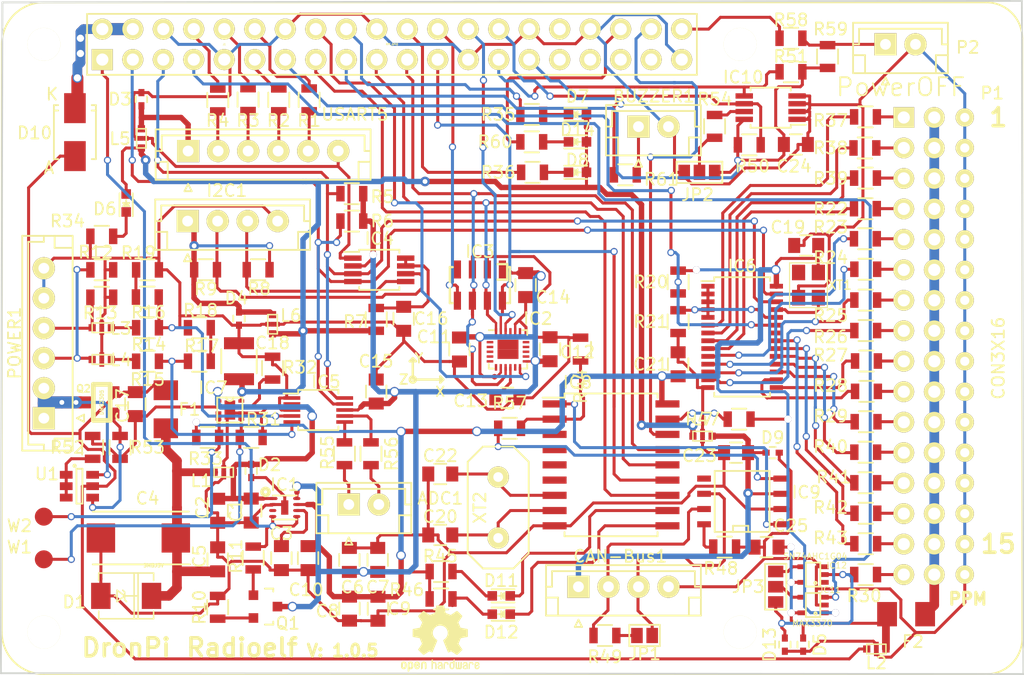
<source format=kicad_pcb>
(kicad_pcb (version 20171130) (host pcbnew "(5.1.12)-1")
  (layers (0 F.Cu signal) (31 B.Cu signal) (34 B.Paste user hide) (35 F.Paste user hide) (36 B.SilkS user hide) (37 F.SilkS user hide) (38 B.Mask user hide) (39 F.Mask user hide) (44 Edge.Cuts user))
  (net 0 "")
  (net 1 GND)
  (net 2 "Net-(C4-Pad1)")
  (net 3 "Net-(C13-Pad1)")
  (net 4 "Net-(C16-Pad1)")
  (net 5 "Net-(D6-Pad1)")
  (net 6 "Net-(D7-Pad1)")
  (net 7 "Net-(D8-Pad1)")
  (net 8 "Net-(Q1-Pad1)")
  (net 9 "Net-(Q1-Pad2)")
  (net 10 "Net-(IC5-Pad4)")
  (net 11 "Net-(IC5-Pad5)")
  (net 12 "Net-(IC6-Pad1)")
  (net 13 "Net-(IC6-Pad9)")
  (net 14 "Net-(C3-Pad1)")
  (net 15 "Net-(IC7-Pad7)")
  (net 16 "Net-(IC6-Pad10)")
  (net 17 "Net-(IC6-Pad11)")
  (net 18 "Net-(IC6-Pad12)")
  (net 19 "Net-(IC6-Pad13)")
  (net 20 "Net-(IC6-Pad15)")
  (net 21 "Net-(IC6-Pad16)")
  (net 22 "Net-(IC6-Pad17)")
  (net 23 "Net-(L3-PadP$2)")
  (net 24 "Net-(L4-PadP$2)")
  (net 25 "Net-(IC6-Pad25)")
  (net 26 "Net-(IC6-Pad6)")
  (net 27 "Net-(IC6-Pad7)")
  (net 28 "Net-(IC6-Pad8)")
  (net 29 "Net-(IC6-Pad18)")
  (net 30 "Net-(IC6-Pad19)")
  (net 31 "Net-(IC6-Pad20)")
  (net 32 "Net-(IC6-Pad21)")
  (net 33 +3v3)
  (net 34 BBB_+3v3)
  (net 35 3v3_EN)
  (net 36 SPI_MISO)
  (net 37 SPI_MOSI)
  (net 38 SPI_CLK)
  (net 39 SCL)
  (net 40 SDA)
  (net 41 PWM_EN)
  (net 42 PPM)
  (net 43 LED_1)
  (net 44 LED_2)
  (net 45 VDD_5v)
  (net 46 "Net-(C20-Pad1)")
  (net 47 "Net-(C22-Pad1)")
  (net 48 "Net-(C23-Pad1)")
  (net 49 "Net-(D11-Pad2)")
  (net 50 "Net-(D11-Pad1)")
  (net 51 "Net-(D12-Pad2)")
  (net 52 "Net-(D12-Pad1)")
  (net 53 "Net-(IC8-Pad1)")
  (net 54 "Net-(IC8-Pad2)")
  (net 55 "Net-(IC8-Pad17)")
  (net 56 "Net-(IC9-Pad8)")
  (net 57 "Net-(JP1-Pad1)")
  (net 58 MPU_INT)
  (net 59 SPI_CS_MPU)
  (net 60 SPI_CS_BARO)
  (net 61 INT_CAN)
  (net 62 SPI_CS_CAN)
  (net 63 BUZZER)
  (net 64 HAT_SCL)
  (net 65 HAT_SDA)
  (net 66 "Net-(F2-Pad1)")
  (net 67 UART_TX)
  (net 68 UART_RX)
  (net 69 UART_CTS)
  (net 70 UART_RTS)
  (net 71 3v3)
  (net 72 VDD)
  (net 73 ANL_I)
  (net 74 ANL_V)
  (net 75 /Proteccion/REG_FAULT)
  (net 76 /Proteccion/REG_CE)
  (net 77 "Net-(R16-Pad1)")
  (net 78 "Net-(R17-Pad1)")
  (net 79 VCC_AUX)
  (net 80 +5v_SERV)
  (net 81 "Net-(Q2-Pad1)")
  (net 82 "Net-(R52-Pad1)")
  (net 83 "Net-(IC5-Pad6)")
  (net 84 "Net-(IC5-Pad7)")
  (net 85 Power)
  (net 86 "Net-(IC10-Pad7)")
  (net 87 "Net-(JP2-Pad2)")
  (net 88 "Net-(ADC1-Pad1)")
  (net 89 "Net-(ADC1-Pad2)")
  (net 90 "Net-(CAN-Bus1-Pad2)")
  (net 91 "Net-(CAN-Bus1-Pad3)")
  (net 92 "Net-(D3-Pad1)")
  (net 93 "Net-(D4-Pad1)")
  (net 94 "Net-(POWER1-Pad1)")
  (net 95 "Net-(R1-Pad2)")
  (net 96 "Net-(R2-Pad2)")
  (net 97 "Net-(R3-Pad2)")
  (net 98 "Net-(R4-Pad2)")
  (net 99 "Net-(IC11-Pad4)")
  (net 100 /PWM-PPM-SBUS/PPM_)
  (net 101 /PWM-PPM-SBUS/SBUS_)
  (net 102 "Net-(P1-Pad1)")
  (net 103 "Net-(P1-Pad4)")
  (net 104 "Net-(P1-Pad7)")
  (net 105 "Net-(P1-Pad10)")
  (net 106 "Net-(P1-Pad13)")
  (net 107 "Net-(P1-Pad16)")
  (net 108 "Net-(P1-Pad19)")
  (net 109 "Net-(P1-Pad22)")
  (net 110 "Net-(P1-Pad25)")
  (net 111 "Net-(P1-Pad28)")
  (net 112 "Net-(P1-Pad31)")
  (net 113 "Net-(P1-Pad34)")
  (net 114 "Net-(P1-Pad37)")
  (net 115 "Net-(P1-Pad40)")
  (net 116 "Net-(P1-Pad43)")
  (net 117 "Net-(P1-Pad46)")
  (net 118 /I2C/SCL2)
  (net 119 /I2C/SDA2)
  (net 120 "Net-(IC9-Pad4)")
  (net 121 "Net-(P2-Pad1)")
  (net 122 PowerOff)
  (net 123 "Net-(D14-Pad1)")
  (net 124 LED_3)
  (net 125 "Net-(BUZZER1-Pad1)")
  (net 126 "Net-(IC1-Pad3)")
  (net 127 "Net-(IC2-Pad21)")
  (net 128 "Net-(IC2-Pad19)")
  (net 129 "Net-(IC2-Pad7)")
  (net 130 "Net-(IC3-Pad4)")
  (net 131 "Net-(IC5-Pad2)")
  (net 132 "Net-(IC6-Pad22)")
  (net 133 "Net-(IC8-Pad6)")
  (net 134 "Net-(IC8-Pad5)")
  (net 135 "Net-(IC8-Pad4)")
  (net 136 "Net-(IC8-Pad3)")
  (net 137 "Net-(IC9-Pad5)")
  (net 138 "Net-(IC12-Pad1)")
  (net 139 "Net-(J1-Pad37)")
  (net 140 "Net-(J1-Pad35)")
  (net 141 "Net-(J1-Pad33)")
  (net 142 "Net-(J1-Pad32)")
  (net 143 "Net-(J1-Pad31)")
  (net 144 "Net-(XT1-Pad1)")
  (module dronpi:raspberrypi2 (layer F.Cu) (at 139.49 77.724)
    (fp_text reference J1 (at -13.97 0) (layer F.SilkS) (effects (font (size 0.15 0.15) (thickness 0.0375))))
    (fp_text value RPi_GPIO (at 0 0) (layer F.SilkS) (effects (font (size 0.15 0.15) (thickness 0.0375))))
    (pad "" np_thru_hole circle (at 29 49) (size 2.75 2.75) (drill 2.75) (layers *.Cu *.Mask F.SilkS))
    (pad "" np_thru_hole circle (at -29 49) (size 2.75 2.75) (drill 2.75) (layers *.Cu *.Mask F.SilkS))
    (pad "" np_thru_hole circle (at 29 0) (size 2.75 2.75) (drill 2.75) (layers *.Cu *.Mask F.SilkS))
    (pad "" np_thru_hole circle (at -29 0) (size 2.75 2.75) (drill 2.75) (layers *.Cu *.Mask F.SilkS))
    (pad 40 thru_hole circle (at 24.13 -1.27) (size 1.75 1.75) (drill 1.016) (layers *.Cu *.Mask F.SilkS) (net 122 PowerOff))
    (pad 39 thru_hole circle (at 24.13 1.27) (size 1.75 1.75) (drill 1.016) (layers *.Cu *.Mask F.SilkS) (net 1 GND))
    (pad 38 thru_hole circle (at 21.59 -1.27) (size 1.75 1.75) (drill 1.016) (layers *.Cu *.Mask F.SilkS) (net 62 SPI_CS_CAN))
    (pad 37 thru_hole circle (at 21.59 1.27) (size 1.75 1.75) (drill 1.016) (layers *.Cu *.Mask F.SilkS) (net 139 "Net-(J1-Pad37)"))
    (pad 36 thru_hole circle (at 19.05 -1.27) (size 1.75 1.75) (drill 1.016) (layers *.Cu *.Mask F.SilkS) (net 124 LED_3))
    (pad 35 thru_hole circle (at 19.05 1.27) (size 1.75 1.75) (drill 1.016) (layers *.Cu *.Mask F.SilkS) (net 140 "Net-(J1-Pad35)"))
    (pad 34 thru_hole circle (at 16.51 -1.27) (size 1.75 1.75) (drill 1.016) (layers *.Cu *.Mask F.SilkS) (net 1 GND))
    (pad 33 thru_hole circle (at 16.51 1.27) (size 1.75 1.75) (drill 1.016) (layers *.Cu *.Mask F.SilkS) (net 141 "Net-(J1-Pad33)"))
    (pad 32 thru_hole circle (at 13.97 -1.27) (size 1.75 1.75) (drill 1.016) (layers *.Cu *.Mask F.SilkS) (net 142 "Net-(J1-Pad32)"))
    (pad 31 thru_hole circle (at 13.97 1.27) (size 1.75 1.75) (drill 1.016) (layers *.Cu *.Mask F.SilkS) (net 143 "Net-(J1-Pad31)"))
    (pad 26 thru_hole circle (at 6.35 -1.27) (size 1.75 1.75) (drill 1.016) (layers *.Cu *.Mask F.SilkS) (net 59 SPI_CS_MPU))
    (pad 25 thru_hole circle (at 6.35 1.27) (size 1.75 1.75) (drill 1.016) (layers *.Cu *.Mask F.SilkS) (net 1 GND))
    (pad 22 thru_hole circle (at 1.27 -1.27) (size 1.75 1.75) (drill 1.016) (layers *.Cu *.Mask F.SilkS) (net 44 LED_2))
    (pad 21 thru_hole circle (at 1.27 1.27) (size 1.75 1.75) (drill 1.016) (layers *.Cu *.Mask F.SilkS) (net 36 SPI_MISO))
    (pad 20 thru_hole circle (at -1.27 -1.27) (size 1.75 1.75) (drill 1.016) (layers *.Cu *.Mask F.SilkS) (net 1 GND))
    (pad 19 thru_hole circle (at -1.27 1.27) (size 1.75 1.75) (drill 1.016) (layers *.Cu *.Mask F.SilkS) (net 37 SPI_MOSI))
    (pad 18 thru_hole circle (at -3.81 -1.27) (size 1.75 1.75) (drill 1.016) (layers *.Cu *.Mask F.SilkS) (net 43 LED_1))
    (pad 17 thru_hole circle (at -3.81 1.27) (size 1.75 1.75) (drill 1.016) (layers *.Cu *.Mask F.SilkS) (net 71 3v3))
    (pad 16 thru_hole circle (at -6.35 -1.27) (size 1.75 1.75) (drill 1.016) (layers *.Cu *.Mask F.SilkS) (net 58 MPU_INT))
    (pad 15 thru_hole circle (at -6.35 1.27) (size 1.75 1.75) (drill 1.016) (layers *.Cu *.Mask F.SilkS) (net 61 INT_CAN))
    (pad 14 thru_hole circle (at -8.89 -1.27) (size 1.75 1.75) (drill 1.016) (layers *.Cu *.Mask F.SilkS) (net 1 GND))
    (pad 13 thru_hole circle (at -8.89 1.27) (size 1.75 1.75) (drill 1.016) (layers *.Cu *.Mask F.SilkS) (net 41 PWM_EN))
    (pad 12 thru_hole circle (at -11.43 -1.27) (size 1.75 1.75) (drill 1.016) (layers *.Cu *.Mask F.SilkS) (net 70 UART_RTS))
    (pad 11 thru_hole circle (at -11.43 1.27) (size 1.75 1.75) (drill 1.016) (layers *.Cu *.Mask F.SilkS) (net 69 UART_CTS))
    (pad 10 thru_hole circle (at -13.97 -1.27) (size 1.75 1.75) (drill 1.016) (layers *.Cu *.Mask F.SilkS) (net 68 UART_RX))
    (pad 9 thru_hole circle (at -13.97 1.27) (size 1.75 1.75) (drill 1.016) (layers *.Cu *.Mask F.SilkS) (net 1 GND))
    (pad 8 thru_hole circle (at -16.51 -1.27) (size 1.75 1.75) (drill 1.016) (layers *.Cu *.Mask F.SilkS) (net 67 UART_TX))
    (pad 7 thru_hole circle (at -16.51 1.27) (size 1.75 1.75) (drill 1.016) (layers *.Cu *.Mask F.SilkS) (net 42 PPM))
    (pad 6 thru_hole circle (at -19.05 -1.27) (size 1.75 1.75) (drill 1.016) (layers *.Cu *.Mask F.SilkS) (net 1 GND))
    (pad 5 thru_hole circle (at -19.05 1.27) (size 1.75 1.75) (drill 1.016) (layers *.Cu *.Mask F.SilkS) (net 39 SCL))
    (pad 4 thru_hole circle (at -21.59 -1.27) (size 1.75 1.75) (drill 1.016) (layers *.Cu *.Mask F.SilkS) (net 72 VDD))
    (pad 3 thru_hole circle (at -21.59 1.27) (size 1.75 1.75) (drill 1.016) (layers *.Cu *.Mask F.SilkS) (net 40 SDA))
    (pad 2 thru_hole circle (at -24.13 -1.27) (size 1.75 1.75) (drill 1.016) (layers *.Cu *.Mask F.SilkS) (net 72 VDD))
    (pad 1 thru_hole rect (at -24.13 1.27) (size 1.75 1.75) (drill 1.016) (layers *.Cu *.Mask F.SilkS) (net 35 3v3_EN))
    (pad 23 thru_hole circle (at 3.81 1.27) (size 1.75 1.75) (drill 1.016) (layers *.Cu *.Mask F.SilkS) (net 38 SPI_CLK))
    (pad 24 thru_hole circle (at 3.81 -1.27) (size 1.75 1.75) (drill 1.016) (layers *.Cu *.Mask F.SilkS) (net 60 SPI_CS_BARO))
    (pad 30 thru_hole circle (at 11.43 -1.27) (size 1.75 1.75) (drill 1.016) (layers *.Cu *.Mask F.SilkS) (net 1 GND))
    (pad 29 thru_hole circle (at 11.43 1.27) (size 1.75 1.75) (drill 1.016) (layers *.Cu *.Mask F.SilkS) (net 63 BUZZER))
    (pad 28 thru_hole circle (at 8.89 -1.27) (size 1.75 1.75) (drill 1.016) (layers *.Cu *.Mask F.SilkS) (net 64 HAT_SCL))
    (pad 27 thru_hole circle (at 8.89 1.27) (size 1.75 1.75) (drill 1.016) (layers *.Cu *.Mask F.SilkS) (net 65 HAT_SDA))
  )
  (module Crystals:HC-18UV (layer F.Cu) (at 148.336 116.332 90)
    (fp_text reference XT2 (at 0 -1.524 270) (layer F.SilkS))
    (fp_text value 16Mhz)
    (pad 2 thru_hole circle (at 2.54 0 90) (size 1.778 1.778) (drill 0.8128) (layers *.Cu *.Mask F.SilkS) (net 47 "Net-(C22-Pad1)"))
    (pad 1 thru_hole circle (at -2.54 0 90) (size 1.778 1.778) (drill 0.8128) (layers *.Cu *.Mask F.SilkS) (net 46 "Net-(C20-Pad1)"))
  )
  (module dronpi:KYOCERA-KNH16-DA (layer F.Cu) (at 129.54 101.054 90)
    (fp_text reference L6 (at 0.724 1.524 -180) (layer F.SilkS))
    (fp_text value KNH16C104DA5TS hide)
    (pad P$5 smd rect (at 0 0 90) (size 0.4 0.4) (layers F.Cu F.Paste F.Mask) (net 1 GND))
    (pad P$4 smd rect (at 0 -0.4 90) (size 0.4 0.4) (layers F.Cu F.Paste F.Mask) (net 1 GND))
    (pad P$3 smd rect (at 0 0.4 90) (size 0.4 0.4) (layers F.Cu F.Paste F.Mask) (net 1 GND))
    (pad P$2 smd rect (at 0.8 0 90) (size 0.6 0.6) (layers F.Cu F.Paste F.Mask) (net 93 "Net-(D4-Pad1)"))
    (pad P$1 smd rect (at -0.8 0 90) (size 0.6 0.6) (layers F.Cu F.Paste F.Mask) (net 79 VCC_AUX))
  )
  (module Housings_SSOP:MSOP-8_3x3mm_Pitch0.65mm (layer F.Cu) (at 171.03 83 180)
    (fp_text reference IC10 (at 2.286 2.54 180) (layer F.SilkS))
    (fp_text value 24AA32)
    (pad 8 smd rect (at 2.2 -0.975 180) (size 1.45 0.45) (layers F.Cu F.Paste F.Mask) (net 71 3v3))
    (pad 7 smd rect (at 2.2 -0.325 180) (size 1.45 0.45) (layers F.Cu F.Paste F.Mask) (net 86 "Net-(IC10-Pad7)"))
    (pad 6 smd rect (at 2.2 0.325 180) (size 1.45 0.45) (layers F.Cu F.Paste F.Mask) (net 64 HAT_SCL))
    (pad 5 smd rect (at 2.2 0.975 180) (size 1.45 0.45) (layers F.Cu F.Paste F.Mask) (net 65 HAT_SDA))
    (pad 4 smd rect (at -2.2 0.975 180) (size 1.45 0.45) (layers F.Cu F.Paste F.Mask) (net 1 GND))
    (pad 3 smd rect (at -2.2 0.325 180) (size 1.45 0.45) (layers F.Cu F.Paste F.Mask) (net 1 GND))
    (pad 2 smd rect (at -2.2 -0.325 180) (size 1.45 0.45) (layers F.Cu F.Paste F.Mask) (net 1 GND))
    (pad 1 smd rect (at -2.2 -0.975 180) (size 1.45 0.45) (layers F.Cu F.Paste F.Mask) (net 1 GND))
  )
  (module awallin:MLF-8-1EP (layer F.Cu) (at 130.556 116.332)
    (fp_text reference IC1 (at 0 -1.905) (layer F.SilkS))
    (fp_text value MIC5332 hide)
    (pad 9 smd rect (at 0 0) (size 0.6 1.2) (layers F.Cu F.Paste F.Mask) (net 1 GND))
    (pad 8 smd oval (at 1 -0.75) (size 0.6 0.25) (layers F.Cu F.Paste F.Mask) (net 33 +3v3))
    (pad 7 smd oval (at 1 -0.25) (size 0.6 0.25) (layers F.Cu F.Paste F.Mask) (net 34 BBB_+3v3))
    (pad 6 smd oval (at 1 0.25) (size 0.6 0.25) (layers F.Cu F.Paste F.Mask) (net 14 "Net-(C3-Pad1)"))
    (pad 5 smd oval (at 1 0.75) (size 0.6 0.25) (layers F.Cu F.Paste F.Mask) (net 35 3v3_EN))
    (pad 4 smd oval (at -1 0.75) (size 0.6 0.25) (layers F.Cu F.Paste F.Mask) (net 35 3v3_EN))
    (pad 3 smd oval (at -1 0.25) (size 0.6 0.25) (layers F.Cu F.Paste F.Mask) (net 126 "Net-(IC1-Pad3)"))
    (pad 2 smd oval (at -1 -0.25) (size 0.6 0.25) (layers F.Cu F.Paste F.Mask) (net 1 GND))
    (pad 1 smd oval (at -1 -0.75) (size 0.7 0.25) (drill (offset 0.05 0)) (layers F.Cu F.Paste F.Mask) (net 45 VDD_5v))
  )
  (module Capacitors_SMD:C_0805 (layer F.Cu) (at 118.11 107.712 270)
    (fp_text reference C17 (at 0.128 1.06 270) (layer F.SilkS))
    (fp_text value 22uF)
    (pad 2 smd rect (at 1 0 270) (size 1 1.25) (layers F.Cu F.Paste F.Mask) (net 1 GND))
    (pad 1 smd rect (at -1 0 270) (size 1 1.25) (layers F.Cu F.Paste F.Mask) (net 85 Power))
  )
  (module dronpi:BQ24313_DSG_8 (layer F.Cu) (at 125.984 108.204)
    (fp_text reference IC7 (at -1.404 -1.854 180) (layer F.SilkS))
    (fp_text value BQ24315)
    (pad 9 smd rect (at 0 0) (size 0.0254 0.0254) (layers F.Cu F.Paste F.Mask) (net 1 GND))
    (pad 9 smd rect (at 0 0) (size 0.0254 0.0254) (layers F.Cu F.Paste F.Mask) (net 1 GND))
    (pad 9 smd rect (at 0 0) (size 0.889 1.6002) (layers F.Cu F.Paste F.Mask) (net 1 GND))
    (pad 8 smd circle (at 0.950001 -0.750001) (size 0.0254 0.0254) (layers F.Cu F.Paste F.Mask) (net 79 VCC_AUX))
    (pad 8 smd rect (at 0.950001 -0.750001) (size 0.4826 0.2794) (layers F.Cu F.Paste F.Mask) (net 79 VCC_AUX))
    (pad 7 smd circle (at 0.950001 -0.25) (size 0.0254 0.0254) (layers F.Cu F.Paste F.Mask) (net 15 "Net-(IC7-Pad7)"))
    (pad 7 smd rect (at 0.950001 -0.25) (size 0.4826 0.2794) (layers F.Cu F.Paste F.Mask) (net 15 "Net-(IC7-Pad7)"))
    (pad 6 smd circle (at 0.950001 0.25) (size 0.0254 0.0254) (layers F.Cu F.Paste F.Mask) (net 1 GND))
    (pad 6 smd rect (at 0.950001 0.25) (size 0.4826 0.2794) (layers F.Cu F.Paste F.Mask) (net 1 GND))
    (pad 5 smd circle (at 0.950001 0.750001) (size 0.0254 0.0254) (layers F.Cu F.Paste F.Mask) (net 76 /Proteccion/REG_CE))
    (pad 5 smd rect (at 0.950001 0.750001) (size 0.4826 0.2794) (layers F.Cu F.Paste F.Mask) (net 76 /Proteccion/REG_CE))
    (pad 4 smd circle (at -0.950001 0.750001) (size 0.0254 0.0254) (layers F.Cu F.Paste F.Mask) (net 75 /Proteccion/REG_FAULT))
    (pad 4 smd rect (at -0.950001 0.750001) (size 0.4826 0.2794) (layers F.Cu F.Paste F.Mask) (net 75 /Proteccion/REG_FAULT))
    (pad 3 smd circle (at -0.950001 0.25) (size 0.0254 0.0254) (layers F.Cu F.Paste F.Mask))
    (pad 3 smd rect (at -0.950001 0.25) (size 0.4826 0.2794) (layers F.Cu F.Paste F.Mask))
    (pad 2 smd circle (at -0.950001 -0.25) (size 0.0254 0.0254) (layers F.Cu F.Paste F.Mask) (net 1 GND))
    (pad 2 smd rect (at -0.950001 -0.25) (size 0.4826 0.2794) (layers F.Cu F.Paste F.Mask) (net 1 GND))
    (pad 1 smd circle (at -0.950001 -0.750001) (size 0.0254 0.0254) (layers F.Cu F.Paste F.Mask) (net 45 VDD_5v))
    (pad 1 smd rect (at -0.950001 -0.750001) (size 0.4826 0.2794) (layers F.Cu F.Paste F.Mask) (net 45 VDD_5v))
  )
  (module Capacitors_SMD:C_0805 (layer F.Cu) (at 140.462 100.6 270)
    (fp_text reference C16 (at -0.016 -2.286) (layer F.SilkS))
    (fp_text value 100nF)
    (pad 2 smd rect (at 1 0 270) (size 1 1.25) (layers F.Cu F.Paste F.Mask) (net 1 GND))
    (pad 1 smd rect (at -1 0 270) (size 1 1.25) (layers F.Cu F.Paste F.Mask) (net 4 "Net-(C16-Pad1)"))
  )
  (module LEDs:LED_0603 (layer F.Cu) (at 117.348 90.9447 90)
    (fp_text reference D6 (at -0.4953 -1.778 180) (layer F.SilkS))
    (fp_text value LED_rojo hide)
    (pad 1 smd rect (at -0.7493 0 270) (size 0.79756 0.79756) (layers F.Cu F.Paste F.Mask) (net 5 "Net-(D6-Pad1)"))
    (pad 2 smd rect (at 0.7493 0 270) (size 0.79756 0.79756) (layers F.Cu F.Paste F.Mask) (net 79 VCC_AUX))
  )
  (module LEDs:LED_0603 (layer F.Cu) (at 154.94 83.566)
    (fp_text reference D7 (at 0 -1.5) (layer F.SilkS))
    (fp_text value LED_verde hide)
    (pad 1 smd rect (at -0.7493 0 180) (size 0.79756 0.79756) (layers F.Cu F.Paste F.Mask) (net 6 "Net-(D7-Pad1)"))
    (pad 2 smd rect (at 0.7493 0 180) (size 0.79756 0.79756) (layers F.Cu F.Paste F.Mask) (net 79 VCC_AUX))
  )
  (module LEDs:LED_0603 (layer F.Cu) (at 154.94 88.392)
    (fp_text reference D8 (at 0 -1.016) (layer F.SilkS))
    (fp_text value LED_azul hide)
    (pad 1 smd rect (at -0.7493 0 180) (size 0.79756 0.79756) (layers F.Cu F.Paste F.Mask) (net 7 "Net-(D8-Pad1)"))
    (pad 2 smd rect (at 0.7493 0 180) (size 0.79756 0.79756) (layers F.Cu F.Paste F.Mask) (net 79 VCC_AUX))
  )
  (module Fuse_Holders_and_Fuses:Fuse_SMD1206_Wave (layer F.Cu) (at 120.65 108.143 270)
    (fp_text reference F1 (at 0.01696 -1.97) (layer F.SilkS))
    (fp_text value 0ZCA0035FF2G hide)
    (pad 2 smd rect (at 1.58496 0) (size 2.02946 1.651) (layers F.Cu F.Paste F.Mask) (net 2 "Net-(C4-Pad1)"))
    (pad 1 smd rect (at -1.58496 0) (size 2.02946 1.651) (layers F.Cu F.Paste F.Mask) (net 85 Power))
  )
  (module Housings_SSOP:MSOP-10_3x3mm_Pitch0.5mm (layer F.Cu) (at 133.35 108.204)
    (fp_text reference IC5 (at 0.64 -2.354) (layer F.SilkS))
    (fp_text value ADC_ADS1115 hide)
    (pad 10 smd rect (at 2.2 -1) (size 1.4 0.3) (layers F.Cu F.Paste F.Mask) (net 39 SCL))
    (pad 9 smd rect (at 2.2 -0.5) (size 1.4 0.3) (layers F.Cu F.Paste F.Mask) (net 40 SDA))
    (pad 8 smd rect (at 2.2 0) (size 1.4 0.3) (layers F.Cu F.Paste F.Mask) (net 33 +3v3))
    (pad 7 smd rect (at 2.2 0.5) (size 1.4 0.3) (layers F.Cu F.Paste F.Mask) (net 84 "Net-(IC5-Pad7)"))
    (pad 6 smd rect (at 2.2 1) (size 1.4 0.3) (layers F.Cu F.Paste F.Mask) (net 83 "Net-(IC5-Pad6)"))
    (pad 5 smd rect (at -2.2 1) (size 1.4 0.3) (layers F.Cu F.Paste F.Mask) (net 11 "Net-(IC5-Pad5)"))
    (pad 4 smd rect (at -2.2 0.5) (size 1.4 0.3) (layers F.Cu F.Paste F.Mask) (net 10 "Net-(IC5-Pad4)"))
    (pad 3 smd rect (at -2.2 0) (size 1.4 0.3) (layers F.Cu F.Paste F.Mask) (net 1 GND))
    (pad 2 smd rect (at -2.2 -0.5) (size 1.4 0.3) (layers F.Cu F.Paste F.Mask) (net 131 "Net-(IC5-Pad2)"))
    (pad 1 smd rect (at -2.2 -1) (size 1.4 0.3) (layers F.Cu F.Paste F.Mask) (net 1 GND))
  )
  (module Tinkerforge:MS5611 (layer F.Cu) (at 146.812 97.79 180)
    (fp_text reference IC3 (at 0 2.794 180) (layer F.SilkS))
    (fp_text value MS5611-01BA hide)
    (pad 8 smd rect (at -1.87452 -1.30048 180) (size 0.59944 1.50114) (layers F.Cu F.Paste F.Mask) (net 38 SPI_CLK))
    (pad 7 smd rect (at -0.62484 -1.30048 180) (size 0.59944 1.50114) (layers F.Cu F.Paste F.Mask) (net 37 SPI_MOSI))
    (pad 6 smd rect (at 0.62484 -1.30048 180) (size 0.59944 1.50114) (layers F.Cu F.Paste F.Mask) (net 36 SPI_MISO))
    (pad 5 smd rect (at 1.87452 -1.30048 180) (size 0.59944 1.50114) (layers F.Cu F.Paste F.Mask) (net 60 SPI_CS_BARO))
    (pad 4 smd rect (at 1.87452 1.30048) (size 0.59944 1.50114) (layers F.Cu F.Paste F.Mask) (net 130 "Net-(IC3-Pad4)"))
    (pad 3 smd rect (at 0.62484 1.30048) (size 0.59944 1.50114) (layers F.Cu F.Paste F.Mask) (net 1 GND))
    (pad 2 smd rect (at -0.62484 1.30048) (size 0.59944 1.50114) (layers F.Cu F.Paste F.Mask) (net 1 GND))
    (pad 1 smd rect (at -1.87452 1.30048) (size 0.59944 1.50114) (layers F.Cu F.Paste F.Mask) (net 33 +3v3))
  )
  (module Housings_SSOP:TSSOP-28_4.4x9.7mm_Pitch0.65mm (layer F.Cu) (at 168.656 102.108)
    (fp_text reference IC6 (at 0 -5.9) (layer F.SilkS))
    (fp_text value PCA9685)
    (pad 28 smd rect (at 2.85 -4.225) (size 1.1 0.4) (layers F.Cu F.Paste F.Mask) (net 34 BBB_+3v3))
    (pad 27 smd rect (at 2.85 -3.575) (size 1.1 0.4) (layers F.Cu F.Paste F.Mask) (net 40 SDA))
    (pad 26 smd rect (at 2.85 -2.925) (size 1.1 0.4) (layers F.Cu F.Paste F.Mask) (net 39 SCL))
    (pad 25 smd rect (at 2.85 -2.275) (size 1.1 0.4) (layers F.Cu F.Paste F.Mask) (net 25 "Net-(IC6-Pad25)"))
    (pad 24 smd rect (at 2.85 -1.625) (size 1.1 0.4) (layers F.Cu F.Paste F.Mask) (net 12 "Net-(IC6-Pad1)"))
    (pad 23 smd rect (at 2.85 -0.975) (size 1.1 0.4) (layers F.Cu F.Paste F.Mask) (net 41 PWM_EN))
    (pad 22 smd rect (at 2.85 -0.325) (size 1.1 0.4) (layers F.Cu F.Paste F.Mask) (net 132 "Net-(IC6-Pad22)"))
    (pad 21 smd rect (at 2.85 0.325) (size 1.1 0.4) (layers F.Cu F.Paste F.Mask) (net 32 "Net-(IC6-Pad21)"))
    (pad 20 smd rect (at 2.85 0.975) (size 1.1 0.4) (layers F.Cu F.Paste F.Mask) (net 31 "Net-(IC6-Pad20)"))
    (pad 19 smd rect (at 2.85 1.625) (size 1.1 0.4) (layers F.Cu F.Paste F.Mask) (net 30 "Net-(IC6-Pad19)"))
    (pad 18 smd rect (at 2.85 2.275) (size 1.1 0.4) (layers F.Cu F.Paste F.Mask) (net 29 "Net-(IC6-Pad18)"))
    (pad 17 smd rect (at 2.85 2.925) (size 1.1 0.4) (layers F.Cu F.Paste F.Mask) (net 22 "Net-(IC6-Pad17)"))
    (pad 16 smd rect (at 2.85 3.575) (size 1.1 0.4) (layers F.Cu F.Paste F.Mask) (net 21 "Net-(IC6-Pad16)"))
    (pad 15 smd rect (at 2.85 4.225) (size 1.1 0.4) (layers F.Cu F.Paste F.Mask) (net 20 "Net-(IC6-Pad15)"))
    (pad 14 smd rect (at -2.85 4.225) (size 1.1 0.4) (layers F.Cu F.Paste F.Mask) (net 1 GND))
    (pad 13 smd rect (at -2.85 3.575) (size 1.1 0.4) (layers F.Cu F.Paste F.Mask) (net 19 "Net-(IC6-Pad13)"))
    (pad 12 smd rect (at -2.85 2.925) (size 1.1 0.4) (layers F.Cu F.Paste F.Mask) (net 18 "Net-(IC6-Pad12)"))
    (pad 11 smd rect (at -2.85 2.275) (size 1.1 0.4) (layers F.Cu F.Paste F.Mask) (net 17 "Net-(IC6-Pad11)"))
    (pad 10 smd rect (at -2.85 1.625) (size 1.1 0.4) (layers F.Cu F.Paste F.Mask) (net 16 "Net-(IC6-Pad10)"))
    (pad 9 smd rect (at -2.85 0.975) (size 1.1 0.4) (layers F.Cu F.Paste F.Mask) (net 13 "Net-(IC6-Pad9)"))
    (pad 8 smd rect (at -2.85 0.325) (size 1.1 0.4) (layers F.Cu F.Paste F.Mask) (net 28 "Net-(IC6-Pad8)"))
    (pad 7 smd rect (at -2.85 -0.325) (size 1.1 0.4) (layers F.Cu F.Paste F.Mask) (net 27 "Net-(IC6-Pad7)"))
    (pad 6 smd rect (at -2.85 -0.975) (size 1.1 0.4) (layers F.Cu F.Paste F.Mask) (net 26 "Net-(IC6-Pad6)"))
    (pad 5 smd rect (at -2.85 -1.625) (size 1.1 0.4) (layers F.Cu F.Paste F.Mask) (net 12 "Net-(IC6-Pad1)"))
    (pad 4 smd rect (at -2.85 -2.275) (size 1.1 0.4) (layers F.Cu F.Paste F.Mask) (net 12 "Net-(IC6-Pad1)"))
    (pad 3 smd rect (at -2.85 -2.925) (size 1.1 0.4) (layers F.Cu F.Paste F.Mask) (net 12 "Net-(IC6-Pad1)"))
    (pad 2 smd rect (at -2.85 -3.575) (size 1.1 0.4) (layers F.Cu F.Paste F.Mask) (net 12 "Net-(IC6-Pad1)"))
    (pad 1 smd rect (at -2.85 -4.225) (size 1.1 0.4) (layers F.Cu F.Paste F.Mask) (net 12 "Net-(IC6-Pad1)"))
  )
  (module dronpi:KYOCERA-KNH16-DA (layer F.Cu) (at 125.476 113.392)
    (fp_text reference L1 (at -1.876 0.708) (layer F.SilkS))
    (fp_text value KNH16C104DA5TS hide)
    (pad P$5 smd rect (at 0 0) (size 0.4 0.4) (layers F.Cu F.Paste F.Mask) (net 1 GND))
    (pad P$4 smd rect (at 0 -0.4) (size 0.4 0.4) (layers F.Cu F.Paste F.Mask) (net 1 GND))
    (pad P$3 smd rect (at 0 0.4) (size 0.4 0.4) (layers F.Cu F.Paste F.Mask) (net 1 GND))
    (pad P$2 smd rect (at 0.8 0) (size 0.6 0.6) (layers F.Cu F.Paste F.Mask) (net 45 VDD_5v))
    (pad P$1 smd rect (at -0.8 0) (size 0.6 0.6) (layers F.Cu F.Paste F.Mask) (net 2 "Net-(C4-Pad1)"))
  )
  (module dronpi:KYOCERA-KNH16-DA (layer F.Cu) (at 179.832 128.124)
    (fp_text reference L2 (at 0 1.162) (layer F.SilkS))
    (fp_text value KNH16C104DA5TS hide)
    (pad P$5 smd rect (at 0 0) (size 0.4 0.4) (layers F.Cu F.Paste F.Mask) (net 1 GND))
    (pad P$4 smd rect (at 0 -0.4) (size 0.4 0.4) (layers F.Cu F.Paste F.Mask) (net 1 GND))
    (pad P$3 smd rect (at 0 0.4) (size 0.4 0.4) (layers F.Cu F.Paste F.Mask) (net 1 GND))
    (pad P$2 smd rect (at 0.8 0) (size 0.6 0.6) (layers F.Cu F.Paste F.Mask) (net 80 +5v_SERV))
    (pad P$1 smd rect (at -0.8 0) (size 0.6 0.6) (layers F.Cu F.Paste F.Mask) (net 85 Power))
  )
  (module dronpi:KYOCERA-KNH16-DA (layer F.Cu) (at 115.316 101.346)
    (fp_text reference L3 (at 1.594 0.064) (layer F.SilkS))
    (fp_text value KNH16C104DA5TS hide)
    (pad P$5 smd rect (at 0 0) (size 0.4 0.4) (layers F.Cu F.Paste F.Mask) (net 1 GND))
    (pad P$4 smd rect (at 0 -0.4) (size 0.4 0.4) (layers F.Cu F.Paste F.Mask) (net 1 GND))
    (pad P$3 smd rect (at 0 0.4) (size 0.4 0.4) (layers F.Cu F.Paste F.Mask) (net 1 GND))
    (pad P$2 smd rect (at 0.8 0) (size 0.6 0.6) (layers F.Cu F.Paste F.Mask) (net 23 "Net-(L3-PadP$2)"))
    (pad P$1 smd rect (at -0.8 0) (size 0.6 0.6) (layers F.Cu F.Paste F.Mask) (net 74 ANL_V))
  )
  (module dronpi:KYOCERA-KNH16-DA (layer F.Cu) (at 115.316 103.994)
    (fp_text reference L4 (at 1.604 0.036) (layer F.SilkS))
    (fp_text value KNH16C104DA5TS hide)
    (pad P$5 smd rect (at 0 0) (size 0.4 0.4) (layers F.Cu F.Paste F.Mask) (net 1 GND))
    (pad P$4 smd rect (at 0 -0.4) (size 0.4 0.4) (layers F.Cu F.Paste F.Mask) (net 1 GND))
    (pad P$3 smd rect (at 0 0.4) (size 0.4 0.4) (layers F.Cu F.Paste F.Mask) (net 1 GND))
    (pad P$2 smd rect (at 0.8 0) (size 0.6 0.6) (layers F.Cu F.Paste F.Mask) (net 24 "Net-(L4-PadP$2)"))
    (pad P$1 smd rect (at -0.8 0) (size 0.6 0.6) (layers F.Cu F.Paste F.Mask) (net 73 ANL_I))
  )
  (module dronpi:KYOCERA-KNH16-DA (layer F.Cu) (at 118.618 85.56 270)
    (fp_text reference L5 (at 0.03 1.778) (layer F.SilkS))
    (fp_text value KNH16C104DA5TS hide)
    (pad P$5 smd rect (at 0 0 270) (size 0.4 0.4) (layers F.Cu F.Paste F.Mask) (net 1 GND))
    (pad P$4 smd rect (at 0 -0.4 270) (size 0.4 0.4) (layers F.Cu F.Paste F.Mask) (net 1 GND))
    (pad P$3 smd rect (at 0 0.4 270) (size 0.4 0.4) (layers F.Cu F.Paste F.Mask) (net 1 GND))
    (pad P$2 smd rect (at 0.8 0 270) (size 0.6 0.6) (layers F.Cu F.Paste F.Mask) (net 79 VCC_AUX))
    (pad P$1 smd rect (at -0.8 0 270) (size 0.6 0.6) (layers F.Cu F.Paste F.Mask) (net 92 "Net-(D3-Pad1)"))
  )
  (module dronpi:KYOCERA-KNH16-DA (layer F.Cu) (at 165.354 110.382)
    (fp_text reference L7 (at 0 -1.416) (layer F.SilkS))
    (fp_text value KNH16C104DA5TS hide)
    (pad P$5 smd rect (at 0 0) (size 0.4 0.4) (layers F.Cu F.Paste F.Mask) (net 1 GND))
    (pad P$4 smd rect (at 0 -0.4) (size 0.4 0.4) (layers F.Cu F.Paste F.Mask) (net 1 GND))
    (pad P$3 smd rect (at 0 0.4) (size 0.4 0.4) (layers F.Cu F.Paste F.Mask) (net 1 GND))
    (pad P$2 smd rect (at 0.8 0) (size 0.6 0.6) (layers F.Cu F.Paste F.Mask) (net 48 "Net-(C23-Pad1)"))
    (pad P$1 smd rect (at -0.8 0) (size 0.6 0.6) (layers F.Cu F.Paste F.Mask) (net 79 VCC_AUX))
  )
  (module dronpi:ASEseries (layer F.Cu) (at 174.18 97.79 270)
    (fp_text reference XT1 (at 0 -2.6035) (layer F.SilkS) (effects (font (size 0.7493 0.7493) (thickness 0.12446))))
    (fp_text value CRYSTAL_ASE-25mhz hide)
    (pad 4 smd rect (at -1.04902 -0.8255 270) (size 1.30048 1.09982) (layers F.Cu F.Paste F.Mask) (net 34 BBB_+3v3))
    (pad 3 smd rect (at 1.04902 -0.8255 270) (size 1.30048 1.09982) (layers F.Cu F.Paste F.Mask) (net 25 "Net-(IC6-Pad25)"))
    (pad 2 smd rect (at 1.04902 0.8255 270) (size 1.30048 1.09982) (layers F.Cu F.Paste F.Mask) (net 1 GND))
    (pad 1 smd rect (at -1.04902 0.8255 270) (size 1.30048 1.09982) (layers F.Cu F.Paste F.Mask) (net 144 "Net-(XT1-Pad1)"))
  )
  (module TO_SOT_Packages_SMD:SOT-23 (layer F.Cu) (at 128.95 124.59 270)
    (fp_text reference Q1 (at 1.394 -1.86) (layer F.SilkS))
    (fp_text value MMBT3906LT1 hide)
    (pad 3 smd rect (at 0 -0.99822 270) (size 0.8001 0.8001) (layers F.Cu F.Paste F.Mask) (net 33 +3v3))
    (pad 2 smd rect (at 0.95 1.00076 270) (size 0.8001 0.8001) (layers F.Cu F.Paste F.Mask) (net 9 "Net-(Q1-Pad2)"))
    (pad 1 smd rect (at -0.95 1.00076 270) (size 0.8001 0.8001) (layers F.Cu F.Paste F.Mask) (net 8 "Net-(Q1-Pad1)"))
  )
  (module Capacitors_SMD:C_0402 (layer F.Cu) (at 127.762 113.284 270)
    (fp_text reference D2 (at -0.508 -1.524) (layer F.SilkS))
    (fp_text value PESD0402-140 hide)
    (pad 2 smd rect (at 0.55 0 270) (size 0.6 0.5) (layers F.Cu F.Paste F.Mask) (net 1 GND))
    (pad 1 smd rect (at -0.55 0 270) (size 0.6 0.5) (layers F.Cu F.Paste F.Mask) (net 45 VDD_5v))
  )
  (module Capacitors_SMD:C_0402 (layer F.Cu) (at 118.618 82.296 90)
    (fp_text reference D3 (at 0 -1.778 180) (layer F.SilkS))
    (fp_text value PESD0402-140 hide)
    (pad 2 smd rect (at 0.55 0 90) (size 0.6 0.5) (layers F.Cu F.Paste F.Mask) (net 1 GND))
    (pad 1 smd rect (at -0.55 0 90) (size 0.6 0.5) (layers F.Cu F.Paste F.Mask) (net 92 "Net-(D3-Pad1)"))
  )
  (module Capacitors_SMD:C_0402 (layer F.Cu) (at 126.746 100.584 270)
    (fp_text reference D4 (at -1.708 0.216) (layer F.SilkS))
    (fp_text value PESD0402-140 hide)
    (pad 2 smd rect (at 0.55 0 270) (size 0.6 0.5) (layers F.Cu F.Paste F.Mask) (net 1 GND))
    (pad 1 smd rect (at -0.55 0 270) (size 0.6 0.5) (layers F.Cu F.Paste F.Mask) (net 93 "Net-(D4-Pad1)"))
  )
  (module Capacitors_SMD:C_0402 (layer F.Cu) (at 173.736 127.762 270)
    (fp_text reference D5 (at 0.006 -1.396 270) (layer F.SilkS))
    (fp_text value PESD0402-140 hide)
    (pad 2 smd rect (at 0.55 0 270) (size 0.6 0.5) (layers F.Cu F.Paste F.Mask) (net 1 GND))
    (pad 1 smd rect (at -0.55 0 270) (size 0.6 0.5) (layers F.Cu F.Paste F.Mask) (net 80 +5v_SERV))
  )
  (module Capacitors_SMD:C_0402 (layer F.Cu) (at 171.196 111.76)
    (fp_text reference D9 (at -0.006 -1.256) (layer F.SilkS))
    (fp_text value PESD0402-140 hide)
    (pad 2 smd rect (at 0.55 0) (size 0.6 0.5) (layers F.Cu F.Paste F.Mask) (net 1 GND))
    (pad 1 smd rect (at -0.55 0) (size 0.6 0.5) (layers F.Cu F.Paste F.Mask) (net 48 "Net-(C23-Pad1)"))
  )
  (module Capacitors_SMD:C_0805 (layer F.Cu) (at 127.762 116.586 270)
    (fp_text reference C1 (at 0 1.27 90) (layer F.SilkS))
    (fp_text value 100nF)
    (pad 2 smd rect (at 1 0 270) (size 1 1.25) (layers F.Cu F.Paste F.Mask) (net 1 GND))
    (pad 1 smd rect (at -1 0 270) (size 1 1.25) (layers F.Cu F.Paste F.Mask) (net 45 VDD_5v))
  )
  (module Capacitors_SMD:C_0805 (layer F.Cu) (at 124.968 120.65 90)
    (fp_text reference C5 (at 0.254 -1.524 90) (layer F.SilkS))
    (fp_text value 100nF)
    (pad 2 smd rect (at 1 0 90) (size 1 1.25) (layers F.Cu F.Paste F.Mask) (net 1 GND))
    (pad 1 smd rect (at -1 0 90) (size 1 1.25) (layers F.Cu F.Paste F.Mask) (net 2 "Net-(C4-Pad1)"))
  )
  (module Capacitors_SMD:C_0805 (layer F.Cu) (at 138.3 120.7 90)
    (fp_text reference C7 (at -2.27 0 -180) (layer F.SilkS))
    (fp_text value 100nF)
    (pad 2 smd rect (at 1 0 90) (size 1 1.25) (layers F.Cu F.Paste F.Mask) (net 1 GND))
    (pad 1 smd rect (at -1 0 90) (size 1 1.25) (layers F.Cu F.Paste F.Mask) (net 33 +3v3))
  )
  (module Capacitors_SMD:C_0805 (layer F.Cu) (at 132.5 120.55 270)
    (fp_text reference C10 (at 2.64 0.166) (layer F.SilkS))
    (fp_text value 100nF)
    (pad 2 smd rect (at 1 0 270) (size 1 1.25) (layers F.Cu F.Paste F.Mask) (net 1 GND))
    (pad 1 smd rect (at -1 0 270) (size 1 1.25) (layers F.Cu F.Paste F.Mask) (net 34 BBB_+3v3))
  )
  (module Capacitors_SMD:C_0805 (layer F.Cu) (at 145.11 103.16 270)
    (fp_text reference C11 (at -1.052 2.108) (layer F.SilkS))
    (fp_text value 100nF)
    (pad 2 smd rect (at 1 0 270) (size 1 1.25) (layers F.Cu F.Paste F.Mask) (net 1 GND))
    (pad 1 smd rect (at -1 0 270) (size 1 1.25) (layers F.Cu F.Paste F.Mask) (net 33 +3v3))
  )
  (module Capacitors_SMD:C_0805 (layer F.Cu) (at 150.622 97.79 270)
    (fp_text reference C14 (at 1.016 -2.286) (layer F.SilkS))
    (fp_text value 100nF)
    (pad 2 smd rect (at 1 0 270) (size 1 1.25) (layers F.Cu F.Paste F.Mask) (net 1 GND))
    (pad 1 smd rect (at -1 0 270) (size 1 1.25) (layers F.Cu F.Paste F.Mask) (net 33 +3v3))
  )
  (module Capacitors_SMD:C_0805 (layer F.Cu) (at 138.176 106.664 90)
    (fp_text reference C15 (at 2.524 -0.016 -180) (layer F.SilkS))
    (fp_text value 100nF)
    (pad 2 smd rect (at 1 0 90) (size 1 1.25) (layers F.Cu F.Paste F.Mask) (net 1 GND))
    (pad 1 smd rect (at -1 0 90) (size 1 1.25) (layers F.Cu F.Paste F.Mask) (net 33 +3v3))
  )
  (module Capacitors_SMD:C_0805 (layer F.Cu) (at 173.99 94.488 180)
    (fp_text reference C19 (at 1.524 1.524 180) (layer F.SilkS))
    (fp_text value 100nF)
    (pad 2 smd rect (at 1 0 180) (size 1 1.25) (layers F.Cu F.Paste F.Mask) (net 1 GND))
    (pad 1 smd rect (at -1 0 180) (size 1 1.25) (layers F.Cu F.Paste F.Mask) (net 34 BBB_+3v3))
  )
  (module Resistors_SMD:R_0805 (layer F.Cu) (at 132.59 82.35 270)
    (fp_text reference R1 (at 1.724 0.002) (layer F.SilkS))
    (fp_text value 120R)
    (pad 2 smd rect (at 0.95 0 270) (size 0.7 1.3) (layers F.Cu F.Paste F.Mask) (net 95 "Net-(R1-Pad2)"))
    (pad 1 smd rect (at -0.95 0 270) (size 0.7 1.3) (layers F.Cu F.Paste F.Mask) (net 70 UART_RTS))
  )
  (module Resistors_SMD:R_0805 (layer F.Cu) (at 130.06 82.35 270)
    (fp_text reference R2 (at 1.724 0.012) (layer F.SilkS))
    (fp_text value 120R)
    (pad 2 smd rect (at 0.95 0 270) (size 0.7 1.3) (layers F.Cu F.Paste F.Mask) (net 96 "Net-(R2-Pad2)"))
    (pad 1 smd rect (at -0.95 0 270) (size 0.7 1.3) (layers F.Cu F.Paste F.Mask) (net 69 UART_CTS))
  )
  (module Resistors_SMD:R_0805 (layer F.Cu) (at 127.5 82.33 270)
    (fp_text reference R3 (at 1.744 -0.008) (layer F.SilkS))
    (fp_text value 120R)
    (pad 2 smd rect (at 0.95 0 270) (size 0.7 1.3) (layers F.Cu F.Paste F.Mask) (net 97 "Net-(R3-Pad2)"))
    (pad 1 smd rect (at -0.95 0 270) (size 0.7 1.3) (layers F.Cu F.Paste F.Mask) (net 68 UART_RX))
  )
  (module Resistors_SMD:R_0805 (layer F.Cu) (at 124.98 82.36 270)
    (fp_text reference R4 (at 1.714 0.012) (layer F.SilkS))
    (fp_text value 120R)
    (pad 2 smd rect (at 0.95 0 270) (size 0.7 1.3) (layers F.Cu F.Paste F.Mask) (net 98 "Net-(R4-Pad2)"))
    (pad 1 smd rect (at -0.95 0 270) (size 0.7 1.3) (layers F.Cu F.Paste F.Mask) (net 67 UART_TX))
  )
  (module Resistors_SMD:R_0805 (layer F.Cu) (at 136.144 90.17 180)
    (fp_text reference R5 (at -2.54 -0.254) (layer F.SilkS))
    (fp_text value 1K5)
    (pad 2 smd rect (at 0.95 0 180) (size 0.7 1.3) (layers F.Cu F.Paste F.Mask) (net 39 SCL))
    (pad 1 smd rect (at -0.95 0 180) (size 0.7 1.3) (layers F.Cu F.Paste F.Mask) (net 33 +3v3))
  )
  (module Resistors_SMD:R_0805 (layer F.Cu) (at 136.144 92.456 180)
    (fp_text reference R6 (at -2.54 0) (layer F.SilkS))
    (fp_text value 1K5)
    (pad 2 smd rect (at 0.95 0 180) (size 0.7 1.3) (layers F.Cu F.Paste F.Mask) (net 40 SDA))
    (pad 1 smd rect (at -0.95 0 180) (size 0.7 1.3) (layers F.Cu F.Paste F.Mask) (net 33 +3v3))
  )
  (module Resistors_SMD:R_0805 (layer F.Cu) (at 138.176 100.65 90)
    (fp_text reference R7 (at -0.188 -1.778 -180) (layer F.SilkS))
    (fp_text value 200K)
    (pad 2 smd rect (at 0.95 0 90) (size 0.7 1.3) (layers F.Cu F.Paste F.Mask) (net 4 "Net-(C16-Pad1)"))
    (pad 1 smd rect (at -0.95 0 90) (size 0.7 1.3) (layers F.Cu F.Paste F.Mask) (net 79 VCC_AUX))
  )
  (module Resistors_SMD:R_0805 (layer F.Cu) (at 128.34 96.51 180)
    (fp_text reference R8 (at -0.08 -1.59 180) (layer F.SilkS))
    (fp_text value 1K5)
    (pad 2 smd rect (at 0.95 0 180) (size 0.7 1.3) (layers F.Cu F.Paste F.Mask) (net 119 /I2C/SDA2))
    (pad 1 smd rect (at -0.95 0 180) (size 0.7 1.3) (layers F.Cu F.Paste F.Mask) (net 93 "Net-(D4-Pad1)"))
  )
  (module Resistors_SMD:R_0805 (layer F.Cu) (at 123.96 96.51)
    (fp_text reference R9 (at 0.02 1.61) (layer F.SilkS))
    (fp_text value 1K5)
    (pad 2 smd rect (at 0.95 0) (size 0.7 1.3) (layers F.Cu F.Paste F.Mask) (net 118 /I2C/SCL2))
    (pad 1 smd rect (at -0.95 0) (size 0.7 1.3) (layers F.Cu F.Paste F.Mask) (net 93 "Net-(D4-Pad1)"))
  )
  (module Resistors_SMD:R_0805 (layer F.Cu) (at 124.968 124.648 90)
    (fp_text reference R10 (at 0 -1.524 90) (layer F.SilkS))
    (fp_text value 10R)
    (pad 2 smd rect (at 0.95 0 90) (size 0.7 1.3) (layers F.Cu F.Paste F.Mask) (net 1 GND))
    (pad 1 smd rect (at -0.95 0 90) (size 0.7 1.3) (layers F.Cu F.Paste F.Mask) (net 9 "Net-(Q1-Pad2)"))
  )
  (module Resistors_SMD:R_0805 (layer F.Cu) (at 127.93 120.54 270)
    (fp_text reference R11 (at -0.144 1.438 90) (layer F.SilkS))
    (fp_text value 1k8)
    (pad 2 smd rect (at 0.95 0 270) (size 0.7 1.3) (layers F.Cu F.Paste F.Mask) (net 8 "Net-(Q1-Pad1)"))
    (pad 1 smd rect (at -0.95 0 270) (size 0.7 1.3) (layers F.Cu F.Paste F.Mask) (net 35 3v3_EN))
  )
  (module Resistors_SMD:R_0805 (layer F.Cu) (at 115.316 96.52)
    (fp_text reference R12 (at -0.508 -1.47) (layer F.SilkS))
    (fp_text value 1M)
    (pad 2 smd rect (at 0.95 0) (size 0.7 1.3) (layers F.Cu F.Paste F.Mask) (net 1 GND))
    (pad 1 smd rect (at -0.95 0) (size 0.7 1.3) (layers F.Cu F.Paste F.Mask) (net 73 ANL_I))
  )
  (module Resistors_SMD:R_0805 (layer F.Cu) (at 115.316 98.806)
    (fp_text reference R13 (at -0.126 1.304) (layer F.SilkS))
    (fp_text value 1M)
    (pad 2 smd rect (at 0.95 0) (size 0.7 1.3) (layers F.Cu F.Paste F.Mask) (net 1 GND))
    (pad 1 smd rect (at -0.95 0) (size 0.7 1.3) (layers F.Cu F.Paste F.Mask) (net 74 ANL_V))
  )
  (module Resistors_SMD:R_0805 (layer F.Cu) (at 163.322 97.536 270)
    (fp_text reference R20 (at 0 2.286) (layer F.SilkS))
    (fp_text value 10K)
    (pad 2 smd rect (at 0.95 0 270) (size 0.7 1.3) (layers F.Cu F.Paste F.Mask) (net 41 PWM_EN))
    (pad 1 smd rect (at -0.95 0 270) (size 0.7 1.3) (layers F.Cu F.Paste F.Mask) (net 34 BBB_+3v3))
  )
  (module Resistors_SMD:R_0805 (layer F.Cu) (at 163.322 100.838 270)
    (fp_text reference R21 (at 0 2.286) (layer F.SilkS))
    (fp_text value 10K)
    (pad 2 smd rect (at 0.95 0 270) (size 0.7 1.3) (layers F.Cu F.Paste F.Mask) (net 1 GND))
    (pad 1 smd rect (at -0.95 0 270) (size 0.7 1.3) (layers F.Cu F.Paste F.Mask) (net 12 "Net-(IC6-Pad1)"))
  )
  (module Resistors_SMD:R_0805 (layer F.Cu) (at 178.92 91.42 180)
    (fp_text reference R22 (at 2.898 -0.02 180) (layer F.SilkS))
    (fp_text value 220)
    (pad 2 smd rect (at 0.95 0 180) (size 0.7 1.3) (layers F.Cu F.Paste F.Mask) (net 13 "Net-(IC6-Pad9)"))
    (pad 1 smd rect (at -0.95 0 180) (size 0.7 1.3) (layers F.Cu F.Paste F.Mask) (net 105 "Net-(P1-Pad10)"))
  )
  (module Resistors_SMD:R_0805 (layer F.Cu) (at 178.92 93.93 180)
    (fp_text reference R23 (at 2.898 0.966 180) (layer F.SilkS))
    (fp_text value 220)
    (pad 2 smd rect (at 0.95 0 180) (size 0.7 1.3) (layers F.Cu F.Paste F.Mask) (net 16 "Net-(IC6-Pad10)"))
    (pad 1 smd rect (at -0.95 0 180) (size 0.7 1.3) (layers F.Cu F.Paste F.Mask) (net 106 "Net-(P1-Pad13)"))
  )
  (module Resistors_SMD:R_0805 (layer F.Cu) (at 178.95 96.47 180)
    (fp_text reference R24 (at 2.928 0.966 180) (layer F.SilkS))
    (fp_text value 220)
    (pad 2 smd rect (at 0.95 0 180) (size 0.7 1.3) (layers F.Cu F.Paste F.Mask) (net 17 "Net-(IC6-Pad11)"))
    (pad 1 smd rect (at -0.95 0 180) (size 0.7 1.3) (layers F.Cu F.Paste F.Mask) (net 107 "Net-(P1-Pad16)"))
  )
  (module Resistors_SMD:R_0805 (layer F.Cu) (at 178.95 99.04 180)
    (fp_text reference R25 (at 2.928 -1.29 180) (layer F.SilkS))
    (fp_text value 220)
    (pad 2 smd rect (at 0.95 0 180) (size 0.7 1.3) (layers F.Cu F.Paste F.Mask) (net 18 "Net-(IC6-Pad12)"))
    (pad 1 smd rect (at -0.95 0 180) (size 0.7 1.3) (layers F.Cu F.Paste F.Mask) (net 108 "Net-(P1-Pad19)"))
  )
  (module Resistors_SMD:R_0805 (layer F.Cu) (at 178.95 101.58 180)
    (fp_text reference R26 (at 2.928 -0.528 180) (layer F.SilkS))
    (fp_text value 220)
    (pad 2 smd rect (at 0.95 0 180) (size 0.7 1.3) (layers F.Cu F.Paste F.Mask) (net 19 "Net-(IC6-Pad13)"))
    (pad 1 smd rect (at -0.95 0 180) (size 0.7 1.3) (layers F.Cu F.Paste F.Mask) (net 109 "Net-(P1-Pad22)"))
  )
  (module Resistors_SMD:R_0805 (layer F.Cu) (at 179.01 104.12 180)
    (fp_text reference R27 (at 2.988 0.488 180) (layer F.SilkS))
    (fp_text value 220)
    (pad 2 smd rect (at 0.95 0 180) (size 0.7 1.3) (layers F.Cu F.Paste F.Mask) (net 20 "Net-(IC6-Pad15)"))
    (pad 1 smd rect (at -0.95 0 180) (size 0.7 1.3) (layers F.Cu F.Paste F.Mask) (net 110 "Net-(P1-Pad25)"))
  )
  (module Resistors_SMD:R_0805 (layer F.Cu) (at 179.01 106.65 180)
    (fp_text reference R28 (at 2.988 0.478 180) (layer F.SilkS))
    (fp_text value 220)
    (pad 2 smd rect (at 0.95 0 180) (size 0.7 1.3) (layers F.Cu F.Paste F.Mask) (net 21 "Net-(IC6-Pad16)"))
    (pad 1 smd rect (at -0.95 0 180) (size 0.7 1.3) (layers F.Cu F.Paste F.Mask) (net 111 "Net-(P1-Pad28)"))
  )
  (module Resistors_SMD:R_0805 (layer F.Cu) (at 178.98 109.18 180)
    (fp_text reference R29 (at 2.958 0.468 180) (layer F.SilkS))
    (fp_text value 220)
    (pad 2 smd rect (at 0.95 0 180) (size 0.7 1.3) (layers F.Cu F.Paste F.Mask) (net 22 "Net-(IC6-Pad17)"))
    (pad 1 smd rect (at -0.95 0 180) (size 0.7 1.3) (layers F.Cu F.Paste F.Mask) (net 112 "Net-(P1-Pad31)"))
  )
  (module Resistors_SMD:R_0805 (layer F.Cu) (at 178.94 121.92 180)
    (fp_text reference R30 (at 0.124 -1.778 180) (layer F.SilkS))
    (fp_text value 100)
    (pad 2 smd rect (at 0.95 0 180) (size 0.7 1.3) (layers F.Cu F.Paste F.Mask) (net 100 /PWM-PPM-SBUS/PPM_))
    (pad 1 smd rect (at -0.95 0 180) (size 0.7 1.3) (layers F.Cu F.Paste F.Mask) (net 117 "Net-(P1-Pad46)"))
  )
  (module Resistors_SMD:R_0805 (layer F.Cu) (at 127.762 110.49 180)
    (fp_text reference R31 (at -1.016 1.524 180) (layer F.SilkS))
    (fp_text value 10K)
    (pad 2 smd rect (at 0.95 0 180) (size 0.7 1.3) (layers F.Cu F.Paste F.Mask) (net 76 /Proteccion/REG_CE))
    (pad 1 smd rect (at -0.95 0 180) (size 0.7 1.3) (layers F.Cu F.Paste F.Mask) (net 1 GND))
  )
  (module Resistors_SMD:R_0805 (layer F.Cu) (at 129.54 104.714 270)
    (fp_text reference R32 (at -0.066 -2.286 180) (layer F.SilkS))
    (fp_text value 24K)
    (pad 2 smd rect (at 0.95 0 270) (size 0.7 1.3) (layers F.Cu F.Paste F.Mask) (net 15 "Net-(IC7-Pad7)"))
    (pad 1 smd rect (at -0.95 0 270) (size 0.7 1.3) (layers F.Cu F.Paste F.Mask) (net 1 GND))
  )
  (module Resistors_SMD:R_0805 (layer F.Cu) (at 124.14 110.49 180)
    (fp_text reference R33 (at 0.188 -1.778 180) (layer F.SilkS))
    (fp_text value 1M)
    (pad 2 smd rect (at 0.95 0 180) (size 0.7 1.3) (layers F.Cu F.Paste F.Mask) (net 34 BBB_+3v3))
    (pad 1 smd rect (at -0.95 0 180) (size 0.7 1.3) (layers F.Cu F.Paste F.Mask) (net 75 /Proteccion/REG_FAULT))
  )
  (module Resistors_SMD:R_0805 (layer F.Cu) (at 115.316 93.726 180)
    (fp_text reference R34 (at 2.86 1.27 180) (layer F.SilkS))
    (fp_text value 680)
    (pad 2 smd rect (at 0.95 0 180) (size 0.7 1.3) (layers F.Cu F.Paste F.Mask) (net 1 GND))
    (pad 1 smd rect (at -0.95 0 180) (size 0.7 1.3) (layers F.Cu F.Paste F.Mask) (net 5 "Net-(D6-Pad1)"))
  )
  (module Resistors_SMD:R_0805 (layer F.Cu) (at 151.13 83.566 180)
    (fp_text reference R35 (at 2.794 0 180) (layer F.SilkS))
    (fp_text value 680)
    (pad 2 smd rect (at 0.95 0 180) (size 0.7 1.3) (layers F.Cu F.Paste F.Mask) (net 43 LED_1))
    (pad 1 smd rect (at -0.95 0 180) (size 0.7 1.3) (layers F.Cu F.Paste F.Mask) (net 6 "Net-(D7-Pad1)"))
  )
  (module Resistors_SMD:R_0805 (layer F.Cu) (at 151.196 88.392 180)
    (fp_text reference R36 (at 2.86 0 180) (layer F.SilkS))
    (fp_text value 820)
    (pad 2 smd rect (at 0.95 0 180) (size 0.7 1.3) (layers F.Cu F.Paste F.Mask) (net 44 LED_2))
    (pad 1 smd rect (at -0.95 0 180) (size 0.7 1.3) (layers F.Cu F.Paste F.Mask) (net 7 "Net-(D8-Pad1)"))
  )
  (module Resistors_SMD:R_0805 (layer F.Cu) (at 178.93 83.77 180)
    (fp_text reference R37 (at 2.908 -0.304 180) (layer F.SilkS))
    (fp_text value 220)
    (pad 2 smd rect (at 0.95 0 180) (size 0.7 1.3) (layers F.Cu F.Paste F.Mask) (net 26 "Net-(IC6-Pad6)"))
    (pad 1 smd rect (at -0.95 0 180) (size 0.7 1.3) (layers F.Cu F.Paste F.Mask) (net 102 "Net-(P1-Pad1)"))
  )
  (module Resistors_SMD:R_0805 (layer F.Cu) (at 178.88 86.36 180)
    (fp_text reference R38 (at 2.858 0 180) (layer F.SilkS))
    (fp_text value 220)
    (pad 2 smd rect (at 0.95 0 180) (size 0.7 1.3) (layers F.Cu F.Paste F.Mask) (net 27 "Net-(IC6-Pad7)"))
    (pad 1 smd rect (at -0.95 0 180) (size 0.7 1.3) (layers F.Cu F.Paste F.Mask) (net 103 "Net-(P1-Pad4)"))
  )
  (module Resistors_SMD:R_0805 (layer F.Cu) (at 178.93 88.87 180)
    (fp_text reference R39 (at 2.908 -0.03 180) (layer F.SilkS))
    (fp_text value 220)
    (pad 2 smd rect (at 0.95 0 180) (size 0.7 1.3) (layers F.Cu F.Paste F.Mask) (net 28 "Net-(IC6-Pad8)"))
    (pad 1 smd rect (at -0.95 0 180) (size 0.7 1.3) (layers F.Cu F.Paste F.Mask) (net 104 "Net-(P1-Pad7)"))
  )
  (module Resistors_SMD:R_0805 (layer F.Cu) (at 178.95 111.72 180)
    (fp_text reference R40 (at 2.928 0.468 180) (layer F.SilkS))
    (fp_text value 220)
    (pad 2 smd rect (at 0.95 0 180) (size 0.7 1.3) (layers F.Cu F.Paste F.Mask) (net 29 "Net-(IC6-Pad18)"))
    (pad 1 smd rect (at -0.95 0 180) (size 0.7 1.3) (layers F.Cu F.Paste F.Mask) (net 113 "Net-(P1-Pad34)"))
  )
  (module Resistors_SMD:R_0805 (layer F.Cu) (at 178.95 114.27 180)
    (fp_text reference R41 (at 2.674 0.478 180) (layer F.SilkS))
    (fp_text value 220)
    (pad 2 smd rect (at 0.95 0 180) (size 0.7 1.3) (layers F.Cu F.Paste F.Mask) (net 30 "Net-(IC6-Pad19)"))
    (pad 1 smd rect (at -0.95 0 180) (size 0.7 1.3) (layers F.Cu F.Paste F.Mask) (net 114 "Net-(P1-Pad37)"))
  )
  (module Resistors_SMD:R_0805 (layer F.Cu) (at 178.96 116.81 180)
    (fp_text reference R42 (at 2.938 0.478 180) (layer F.SilkS))
    (fp_text value 220)
    (pad 2 smd rect (at 0.95 0 180) (size 0.7 1.3) (layers F.Cu F.Paste F.Mask) (net 31 "Net-(IC6-Pad20)"))
    (pad 1 smd rect (at -0.95 0 180) (size 0.7 1.3) (layers F.Cu F.Paste F.Mask) (net 115 "Net-(P1-Pad40)"))
  )
  (module Resistors_SMD:R_0805 (layer F.Cu) (at 178.95 119.35 180)
    (fp_text reference R43 (at 2.928 0.478 180) (layer F.SilkS))
    (fp_text value 220)
    (pad 2 smd rect (at 0.95 0 180) (size 0.7 1.3) (layers F.Cu F.Paste F.Mask) (net 32 "Net-(IC6-Pad21)"))
    (pad 1 smd rect (at -0.95 0 180) (size 0.7 1.3) (layers F.Cu F.Paste F.Mask) (net 116 "Net-(P1-Pad43)"))
  )
  (module Housings_DFN_QFN:QFN-24-1EP_3x3mm_Pitch0.4mm (layer F.Cu) (at 149.152 103.148)
    (fp_text reference IC2 (at 2.486 -2.564 180) (layer F.SilkS))
    (fp_text value MPU-9250)
    (pad 25 smd rect (at -0.435 -0.4) (size 0.875 0.8) (layers F.Cu F.Paste F.Mask))
    (pad 25 smd rect (at -0.435 0.4) (size 0.875 0.8) (layers F.Cu F.Paste F.Mask))
    (pad 25 smd rect (at 0.435 -0.4) (size 0.875 0.8) (layers F.Cu F.Paste F.Mask))
    (pad 25 smd rect (at 0.435 0.4) (size 0.875 0.8) (layers F.Cu F.Paste F.Mask))
    (pad 24 smd rect (at -1 -1.5 90) (size 0.55 0.2) (layers F.Cu F.Paste F.Mask) (net 37 SPI_MOSI))
    (pad 23 smd rect (at -0.6 -1.5 90) (size 0.55 0.2) (layers F.Cu F.Paste F.Mask) (net 38 SPI_CLK))
    (pad 22 smd rect (at -0.2 -1.5 90) (size 0.55 0.2) (layers F.Cu F.Paste F.Mask) (net 59 SPI_CS_MPU))
    (pad 21 smd rect (at 0.2 -1.5 90) (size 0.55 0.2) (layers F.Cu F.Paste F.Mask) (net 127 "Net-(IC2-Pad21)"))
    (pad 20 smd rect (at 0.6 -1.5 90) (size 0.55 0.2) (layers F.Cu F.Paste F.Mask) (net 1 GND))
    (pad 19 smd rect (at 1 -1.5 90) (size 0.55 0.2) (layers F.Cu F.Paste F.Mask) (net 128 "Net-(IC2-Pad19)"))
    (pad 18 smd rect (at 1.5 -1) (size 0.55 0.2) (layers F.Cu F.Paste F.Mask) (net 1 GND))
    (pad 17 smd rect (at 1.5 -0.6) (size 0.55 0.2) (layers F.Cu F.Paste F.Mask))
    (pad 16 smd rect (at 1.5 -0.2) (size 0.55 0.2) (layers F.Cu F.Paste F.Mask))
    (pad 15 smd rect (at 1.5 0.2) (size 0.55 0.2) (layers F.Cu F.Paste F.Mask))
    (pad 14 smd rect (at 1.5 0.6) (size 0.55 0.2) (layers F.Cu F.Paste F.Mask))
    (pad 13 smd rect (at 1.5 1) (size 0.55 0.2) (layers F.Cu F.Paste F.Mask) (net 33 +3v3))
    (pad 12 smd rect (at 1 1.5 90) (size 0.55 0.2) (layers F.Cu F.Paste F.Mask) (net 58 MPU_INT))
    (pad 11 smd rect (at 0.6 1.5 90) (size 0.55 0.2) (layers F.Cu F.Paste F.Mask))
    (pad 10 smd rect (at 0.2 1.5 90) (size 0.55 0.2) (layers F.Cu F.Paste F.Mask) (net 3 "Net-(C13-Pad1)"))
    (pad 9 smd rect (at -0.2 1.5 90) (size 0.55 0.2) (layers F.Cu F.Paste F.Mask) (net 36 SPI_MISO))
    (pad 8 smd rect (at -0.6 1.5 90) (size 0.55 0.2) (layers F.Cu F.Paste F.Mask) (net 33 +3v3))
    (pad 7 smd rect (at -1 1.5 90) (size 0.55 0.2) (layers F.Cu F.Paste F.Mask) (net 129 "Net-(IC2-Pad7)"))
    (pad 6 smd rect (at -1.5 1) (size 0.55 0.2) (layers F.Cu F.Paste F.Mask))
    (pad 5 smd rect (at -1.5 0.6) (size 0.55 0.2) (layers F.Cu F.Paste F.Mask))
    (pad 4 smd rect (at -1.5 0.2) (size 0.55 0.2) (layers F.Cu F.Paste F.Mask))
    (pad 3 smd rect (at -1.5 -0.2) (size 0.55 0.2) (layers F.Cu F.Paste F.Mask))
    (pad 2 smd rect (at -1.5 -0.6) (size 0.55 0.2) (layers F.Cu F.Paste F.Mask))
    (pad 1 smd rect (at -1.5 -1) (size 0.55 0.2) (layers F.Cu F.Paste F.Mask) (net 33 +3v3))
  )
  (module Capacitors_SMD:C_0805 (layer F.Cu) (at 143.51 118.618 180)
    (fp_text reference C20 (at 0 1.524 180) (layer F.SilkS))
    (fp_text value 22pF)
    (pad 2 smd rect (at 1 0 180) (size 1 1.25) (layers F.Cu F.Paste F.Mask) (net 1 GND))
    (pad 1 smd rect (at -1 0 180) (size 1 1.25) (layers F.Cu F.Paste F.Mask) (net 46 "Net-(C20-Pad1)"))
  )
  (module Capacitors_SMD:C_0805 (layer F.Cu) (at 163.322 104.394 270)
    (fp_text reference C21 (at 0 2.286) (layer F.SilkS))
    (fp_text value 100nF)
    (pad 2 smd rect (at 1 0 270) (size 1 1.25) (layers F.Cu F.Paste F.Mask) (net 34 BBB_+3v3))
    (pad 1 smd rect (at -1 0 270) (size 1 1.25) (layers F.Cu F.Paste F.Mask) (net 1 GND))
  )
  (module Capacitors_SMD:C_0805 (layer F.Cu) (at 143.51 113.538 180)
    (fp_text reference C22 (at 0 1.524 180) (layer F.SilkS))
    (fp_text value 22pF)
    (pad 2 smd rect (at 1 0 180) (size 1 1.25) (layers F.Cu F.Paste F.Mask) (net 1 GND))
    (pad 1 smd rect (at -1 0 180) (size 1 1.25) (layers F.Cu F.Paste F.Mask) (net 47 "Net-(C22-Pad1)"))
  )
  (module Capacitors_SMD:C_0805 (layer F.Cu) (at 168.148 111.76 180)
    (fp_text reference C23 (at 3.048 -0.254 180) (layer F.SilkS))
    (fp_text value 100nF)
    (pad 2 smd rect (at 1 0 180) (size 1 1.25) (layers F.Cu F.Paste F.Mask) (net 1 GND))
    (pad 1 smd rect (at -1 0 180) (size 1 1.25) (layers F.Cu F.Paste F.Mask) (net 48 "Net-(C23-Pad1)"))
  )
  (module LEDs:LED_0603 (layer F.Cu) (at 148.59 123.698 180)
    (fp_text reference D11 (at 0 1.27 180) (layer F.SilkS))
    (fp_text value verde)
    (pad 1 smd rect (at -0.7493 0) (size 0.79756 0.79756) (layers F.Cu F.Paste F.Mask) (net 50 "Net-(D11-Pad1)"))
    (pad 2 smd rect (at 0.7493 0) (size 0.79756 0.79756) (layers F.Cu F.Paste F.Mask) (net 49 "Net-(D11-Pad2)"))
  )
  (module LEDs:LED_0603 (layer F.Cu) (at 148.59 125.222 180)
    (fp_text reference D12 (at 0 -1.5 180) (layer F.SilkS))
    (fp_text value Rojo)
    (pad 1 smd rect (at -0.7493 0) (size 0.79756 0.79756) (layers F.Cu F.Paste F.Mask) (net 52 "Net-(D12-Pad1)"))
    (pad 2 smd rect (at 0.7493 0) (size 0.79756 0.79756) (layers F.Cu F.Paste F.Mask) (net 51 "Net-(D12-Pad2)"))
  )
  (module Tinkerforge:SOIC-18 (layer F.Cu) (at 157.734 112.776)
    (fp_text reference IC8 (at -2.794 -6.875) (layer F.SilkS))
    (fp_text value MCP2515)
    (pad 18 smd rect (at 4.7 -5.08) (size 2 0.6) (layers F.Cu F.Paste F.Mask) (net 34 BBB_+3v3))
    (pad 17 smd rect (at 4.7 -3.81) (size 2 0.6) (layers F.Cu F.Paste F.Mask) (net 55 "Net-(IC8-Pad17)"))
    (pad 16 smd rect (at 4.7 -2.54) (size 2 0.6) (layers F.Cu F.Paste F.Mask) (net 62 SPI_CS_CAN))
    (pad 15 smd rect (at 4.7 -1.27) (size 2 0.6) (layers F.Cu F.Paste F.Mask) (net 36 SPI_MISO))
    (pad 14 smd rect (at 4.7 0) (size 2 0.6) (layers F.Cu F.Paste F.Mask) (net 37 SPI_MOSI))
    (pad 13 smd rect (at 4.7 1.27) (size 2 0.6) (layers F.Cu F.Paste F.Mask) (net 38 SPI_CLK))
    (pad 12 smd rect (at 4.7 2.54) (size 2 0.6) (layers F.Cu F.Paste F.Mask) (net 61 INT_CAN))
    (pad 11 smd rect (at 4.7 3.81) (size 2 0.6) (layers F.Cu F.Paste F.Mask) (net 50 "Net-(D11-Pad1)"))
    (pad 10 smd rect (at 4.7 5.08) (size 2 0.6) (layers F.Cu F.Paste F.Mask) (net 52 "Net-(D12-Pad1)"))
    (pad 9 smd rect (at -4.7 5.08) (size 2 0.6) (layers F.Cu F.Paste F.Mask) (net 1 GND))
    (pad 8 smd rect (at -4.7 3.81) (size 2 0.6) (layers F.Cu F.Paste F.Mask) (net 46 "Net-(C20-Pad1)"))
    (pad 7 smd rect (at -4.7 2.54) (size 2 0.6) (layers F.Cu F.Paste F.Mask) (net 47 "Net-(C22-Pad1)"))
    (pad 6 smd rect (at -4.7 1.27) (size 2 0.6) (layers F.Cu F.Paste F.Mask) (net 133 "Net-(IC8-Pad6)"))
    (pad 5 smd rect (at -4.7 0) (size 2 0.6) (layers F.Cu F.Paste F.Mask) (net 134 "Net-(IC8-Pad5)"))
    (pad 4 smd rect (at -4.7 -1.27) (size 2 0.6) (layers F.Cu F.Paste F.Mask) (net 135 "Net-(IC8-Pad4)"))
    (pad 3 smd rect (at -4.7 -2.54) (size 2 0.6) (layers F.Cu F.Paste F.Mask) (net 136 "Net-(IC8-Pad3)"))
    (pad 2 smd rect (at -4.7 -3.81) (size 2 0.6) (layers F.Cu F.Paste F.Mask) (net 54 "Net-(IC8-Pad2)"))
    (pad 1 smd rect (at -4.7 -5.08) (size 2 0.6) (layers F.Cu F.Paste F.Mask) (net 53 "Net-(IC8-Pad1)"))
  )
  (module SMD_Packages:SOIC-8-N (layer F.Cu) (at 168.656 115.824 90)
    (fp_text reference IC9 (at 0.762 5.334 180) (layer F.SilkS))
    (fp_text value MCP2551)
    (pad 1 smd rect (at -1.905 3.175 90) (size 0.508 1.143) (layers F.Cu F.Paste F.Mask) (net 53 "Net-(IC8-Pad1)"))
    (pad 2 smd rect (at -0.635 3.175 90) (size 0.508 1.143) (layers F.Cu F.Paste F.Mask) (net 1 GND))
    (pad 3 smd rect (at 0.635 3.175 90) (size 0.508 1.143) (layers F.Cu F.Paste F.Mask) (net 48 "Net-(C23-Pad1)"))
    (pad 4 smd rect (at 1.905 3.175 90) (size 0.508 1.143) (layers F.Cu F.Paste F.Mask) (net 120 "Net-(IC9-Pad4)"))
    (pad 5 smd rect (at 1.905 -3.175 90) (size 0.508 1.143) (layers F.Cu F.Paste F.Mask) (net 137 "Net-(IC9-Pad5)"))
    (pad 6 smd rect (at 0.635 -3.175 90) (size 0.508 1.143) (layers F.Cu F.Paste F.Mask) (net 91 "Net-(CAN-Bus1-Pad3)"))
    (pad 7 smd rect (at -0.635 -3.175 90) (size 0.508 1.143) (layers F.Cu F.Paste F.Mask) (net 90 "Net-(CAN-Bus1-Pad2)"))
    (pad 8 smd rect (at -1.905 -3.175 90) (size 0.508 1.143) (layers F.Cu F.Paste F.Mask) (net 56 "Net-(IC9-Pad8)"))
  )
  (module Connect:GS2 (layer F.Cu) (at 160.528 127 90)
    (fp_text reference JP1 (at -1.524 0 180) (layer F.SilkS))
    (fp_text value JUMPER)
    (pad 2 smd rect (at 0 0.635 90) (size 1.27 0.9652) (layers F.Cu F.Paste F.Mask) (net 91 "Net-(CAN-Bus1-Pad3)"))
    (pad 1 smd rect (at 0 -0.635 90) (size 1.27 0.9652) (layers F.Cu F.Paste F.Mask) (net 57 "Net-(JP1-Pad1)"))
  )
  (module Resistors_SMD:R_0805 (layer F.Cu) (at 155.194 103.124 270)
    (fp_text reference R44 (at 3.114 0 270) (layer F.SilkS))
    (fp_text value 18K)
    (pad 2 smd rect (at 0.95 0 270) (size 0.7 1.3) (layers F.Cu F.Paste F.Mask) (net 54 "Net-(IC8-Pad2)"))
    (pad 1 smd rect (at -0.95 0 270) (size 0.7 1.3) (layers F.Cu F.Paste F.Mask) (net 1 GND))
  )
  (module Resistors_SMD:R_0805 (layer F.Cu) (at 143.576 121.666)
    (fp_text reference R45 (at -0.066 -1.27) (layer F.SilkS))
    (fp_text value 560)
    (pad 2 smd rect (at 0.95 0) (size 0.7 1.3) (layers F.Cu F.Paste F.Mask) (net 49 "Net-(D11-Pad2)"))
    (pad 1 smd rect (at -0.95 0) (size 0.7 1.3) (layers F.Cu F.Paste F.Mask) (net 34 BBB_+3v3))
  )
  (module Resistors_SMD:R_0805 (layer F.Cu) (at 143.576 123.952)
    (fp_text reference R46 (at -2.86 -0.762) (layer F.SilkS))
    (fp_text value 560)
    (pad 2 smd rect (at 0.95 0) (size 0.7 1.3) (layers F.Cu F.Paste F.Mask) (net 51 "Net-(D12-Pad2)"))
    (pad 1 smd rect (at -0.95 0) (size 0.7 1.3) (layers F.Cu F.Paste F.Mask) (net 34 BBB_+3v3))
  )
  (module Resistors_SMD:R_0805 (layer F.Cu) (at 168.402 108.966)
    (fp_text reference R47 (at -3.048 0) (layer F.SilkS))
    (fp_text value 10K)
    (pad 2 smd rect (at 0.95 0) (size 0.7 1.3) (layers F.Cu F.Paste F.Mask) (net 34 BBB_+3v3))
    (pad 1 smd rect (at -0.95 0) (size 0.7 1.3) (layers F.Cu F.Paste F.Mask) (net 55 "Net-(IC8-Pad17)"))
  )
  (module Resistors_SMD:R_0805 (layer F.Cu) (at 167.198 119.634)
    (fp_text reference R48 (at -0.32 1.778) (layer F.SilkS))
    (fp_text value 1K)
    (pad 2 smd rect (at 0.95 0) (size 0.7 1.3) (layers F.Cu F.Paste F.Mask) (net 1 GND))
    (pad 1 smd rect (at -0.95 0) (size 0.7 1.3) (layers F.Cu F.Paste F.Mask) (net 56 "Net-(IC9-Pad8)"))
  )
  (module Resistors_SMD:R_0805 (layer F.Cu) (at 157.226 127 180)
    (fp_text reference R49 (at 0 -1.778 180) (layer F.SilkS))
    (fp_text value 120R)
    (pad 2 smd rect (at 0.95 0 180) (size 0.7 1.3) (layers F.Cu F.Paste F.Mask) (net 90 "Net-(CAN-Bus1-Pad2)"))
    (pad 1 smd rect (at -0.95 0 180) (size 0.7 1.3) (layers F.Cu F.Paste F.Mask) (net 57 "Net-(JP1-Pad1)"))
  )
  (module Capacitors_SMD:C_0805 (layer F.Cu) (at 124.968 116.602 270)
    (fp_text reference C2 (at -0.27 1.27 90) (layer F.SilkS))
    (fp_text value 10uF)
    (pad 2 smd rect (at 1 0 270) (size 1 1.25) (layers F.Cu F.Paste F.Mask) (net 1 GND))
    (pad 1 smd rect (at -1 0 270) (size 1 1.25) (layers F.Cu F.Paste F.Mask) (net 45 VDD_5v))
  )
  (module Capacitors_SMD:C_0805 (layer F.Cu) (at 130.28 120.55 270)
    (fp_text reference C3 (at -2.048 0) (layer F.SilkS))
    (fp_text value 2u2F)
    (pad 2 smd rect (at 1 0 270) (size 1 1.25) (layers F.Cu F.Paste F.Mask) (net 1 GND))
    (pad 1 smd rect (at -1 0 270) (size 1 1.25) (layers F.Cu F.Paste F.Mask) (net 14 "Net-(C3-Pad1)"))
  )
  (module Capacitors_SMD:C_0805 (layer F.Cu) (at 135.94 120.7 90)
    (fp_text reference C6 (at -2.27 0.254) (layer F.SilkS))
    (fp_text value 22uF)
    (pad 2 smd rect (at 1 0 90) (size 1 1.25) (layers F.Cu F.Paste F.Mask) (net 1 GND))
    (pad 1 smd rect (at -1 0 90) (size 1 1.25) (layers F.Cu F.Paste F.Mask) (net 33 +3v3))
  )
  (module Capacitors_SMD:C_0805 (layer F.Cu) (at 135.95 124.76 270)
    (fp_text reference C8 (at 0.208 1.838) (layer F.SilkS))
    (fp_text value 1uF)
    (pad 2 smd rect (at 1 0 270) (size 1 1.25) (layers F.Cu F.Paste F.Mask) (net 1 GND))
    (pad 1 smd rect (at -1 0 270) (size 1 1.25) (layers F.Cu F.Paste F.Mask) (net 34 BBB_+3v3))
  )
  (module Capacitors_SMD:C_0805 (layer F.Cu) (at 138.32 124.77 270)
    (fp_text reference C9 (at 0 -1.778 180) (layer F.SilkS))
    (fp_text value 22uF)
    (pad 2 smd rect (at 1 0 270) (size 1 1.25) (layers F.Cu F.Paste F.Mask) (net 1 GND))
    (pad 1 smd rect (at -1 0 270) (size 1 1.25) (layers F.Cu F.Paste F.Mask) (net 34 BBB_+3v3))
  )
  (module Capacitors_SMD:C_0805 (layer F.Cu) (at 152.654 103.14 90)
    (fp_text reference C12 (at -0.238 2.286 180) (layer F.SilkS))
    (fp_text value 10nF)
    (pad 2 smd rect (at 1 0 90) (size 1 1.25) (layers F.Cu F.Paste F.Mask) (net 1 GND))
    (pad 1 smd rect (at -1 0 90) (size 1 1.25) (layers F.Cu F.Paste F.Mask) (net 33 +3v3))
  )
  (module Capacitors_SMD:C_0805 (layer F.Cu) (at 149.098 107.188)
    (fp_text reference C13 (at -3.048 0.254) (layer F.SilkS))
    (fp_text value 2u2)
    (pad 2 smd rect (at 1 0) (size 1 1.25) (layers F.Cu F.Paste F.Mask) (net 1 GND))
    (pad 1 smd rect (at -1 0) (size 1 1.25) (layers F.Cu F.Paste F.Mask) (net 3 "Net-(C13-Pad1)"))
  )
  (module Resistors_SMD:R_0805 (layer F.Cu) (at 123.444 101.346 180)
    (fp_text reference R18 (at -0.096 1.456 180) (layer F.SilkS))
    (fp_text value 10K/0.1%)
    (pad 2 smd rect (at 0.95 0 180) (size 0.7 1.3) (layers F.Cu F.Paste F.Mask) (net 1 GND))
    (pad 1 smd rect (at -0.95 0 180) (size 0.7 1.3) (layers F.Cu F.Paste F.Mask) (net 78 "Net-(R17-Pad1)"))
  )
  (module Resistors_SMD:R_0805 (layer F.Cu) (at 119.126 96.52)
    (fp_text reference R19 (at -0.762 -1.42) (layer F.SilkS))
    (fp_text value 10K/0.1%)
    (pad 2 smd rect (at 0.95 0) (size 0.7 1.3) (layers F.Cu F.Paste F.Mask) (net 1 GND))
    (pad 1 smd rect (at -0.95 0) (size 0.7 1.3) (layers F.Cu F.Paste F.Mask) (net 77 "Net-(R16-Pad1)"))
  )
  (module Resistors_SMD:R_0805 (layer F.Cu) (at 119.126 101.346)
    (fp_text reference R14 (at 0.104 1.384) (layer F.SilkS))
    (fp_text value 10K/0.1%)
    (pad 2 smd rect (at 0.95 0) (size 0.7 1.3) (layers F.Cu F.Paste F.Mask) (net 10 "Net-(IC5-Pad4)"))
    (pad 1 smd rect (at -0.95 0) (size 0.7 1.3) (layers F.Cu F.Paste F.Mask) (net 23 "Net-(L3-PadP$2)"))
  )
  (module Resistors_SMD:R_0805 (layer F.Cu) (at 119.126 104.14 180)
    (fp_text reference R15 (at 0 -1.524 180) (layer F.SilkS))
    (fp_text value 10K/0.1%)
    (pad 2 smd rect (at 0.95 0 180) (size 0.7 1.3) (layers F.Cu F.Paste F.Mask) (net 24 "Net-(L4-PadP$2)"))
    (pad 1 smd rect (at -0.95 0 180) (size 0.7 1.3) (layers F.Cu F.Paste F.Mask) (net 11 "Net-(IC5-Pad5)"))
  )
  (module Resistors_SMD:R_0805 (layer F.Cu) (at 119.11 98.79)
    (fp_text reference R16 (at 0.1 1.27) (layer F.SilkS))
    (fp_text value 10K/0.1%)
    (pad 2 smd rect (at 0.95 0) (size 0.7 1.3) (layers F.Cu F.Paste F.Mask) (net 10 "Net-(IC5-Pad4)"))
    (pad 1 smd rect (at -0.95 0) (size 0.7 1.3) (layers F.Cu F.Paste F.Mask) (net 77 "Net-(R16-Pad1)"))
  )
  (module Resistors_SMD:R_0805 (layer F.Cu) (at 123.444 104.14 180)
    (fp_text reference R17 (at -0.188 1.27 180) (layer F.SilkS))
    (fp_text value 10K/0.1%)
    (pad 2 smd rect (at 0.95 0 180) (size 0.7 1.3) (layers F.Cu F.Paste F.Mask) (net 11 "Net-(IC5-Pad5)"))
    (pad 1 smd rect (at -0.95 0 180) (size 0.7 1.3) (layers F.Cu F.Paste F.Mask) (net 78 "Net-(R17-Pad1)"))
  )
  (module Capacitors_SMD:C_0805 (layer F.Cu) (at 173.13 86.07 180)
    (fp_text reference C24 (at 0.156 -1.814 180) (layer F.SilkS))
    (fp_text value 100nF)
    (pad 2 smd rect (at 1 0 180) (size 1 1.25) (layers F.Cu F.Paste F.Mask) (net 71 3v3))
    (pad 1 smd rect (at -1 0 180) (size 1 1.25) (layers F.Cu F.Paste F.Mask) (net 1 GND))
  )
  (module Fuse_Holders_and_Fuses:Fuse_SMD1206_Wave (layer F.Cu) (at 182.311 125.222 180)
    (fp_text reference F2 (at -0.56896 -2.286 180) (layer F.SilkS))
    (fp_text value 0ZCA0035FF2G hide)
    (pad 2 smd rect (at 1.58496 0 270) (size 2.02946 1.651) (layers F.Cu F.Paste F.Mask) (net 80 +5v_SERV))
    (pad 1 smd rect (at -1.58496 0 270) (size 2.02946 1.651) (layers F.Cu F.Paste F.Mask) (net 66 "Net-(F2-Pad1)"))
  )
  (module Connectors_JST:JST_EH_B02B-EH-A_02x2.50mm_Straight (layer F.Cu) (at 160.02 84.582)
    (fp_text reference BUZZER1 (at 1.27 -2.54) (layer F.SilkS))
    (fp_text value CONN_01X04 hide)
    (pad 2 thru_hole circle (at 2.5 0) (size 1.85 1.85) (drill 0.9) (layers *.Cu *.Mask F.SilkS) (net 1 GND))
    (pad 1 thru_hole rect (at 0 0) (size 1.85 1.85) (drill 0.9) (layers *.Cu *.Mask F.SilkS) (net 125 "Net-(BUZZER1-Pad1)"))
  )
  (module Resistors_SMD:R_0805 (layer F.Cu) (at 169.25 86.1)
    (fp_text reference R50 (at 0.254 1.778) (layer F.SilkS))
    (fp_text value 3K9)
    (pad 2 smd rect (at 0.95 0) (size 0.7 1.3) (layers F.Cu F.Paste F.Mask) (net 64 HAT_SCL))
    (pad 1 smd rect (at -0.95 0) (size 0.7 1.3) (layers F.Cu F.Paste F.Mask) (net 71 3v3))
  )
  (module Resistors_SMD:R_0805 (layer F.Cu) (at 172.72 80.01 180)
    (fp_text reference R51 (at 0 1.27 180) (layer F.SilkS))
    (fp_text value 3k9)
    (pad 2 smd rect (at 0.95 0 180) (size 0.7 1.3) (layers F.Cu F.Paste F.Mask) (net 65 HAT_SDA))
    (pad 1 smd rect (at -0.95 0 180) (size 0.7 1.3) (layers F.Cu F.Paste F.Mask) (net 71 3v3))
  )
  (module Measurement_Points:Measurement_Point_Round-SMD-Pad_Small (layer F.Cu) (at 110.49 120.65)
    (fp_text reference W1 (at -2.032 -1.016) (layer F.SilkS))
    (fp_text value REG_CE hide)
    (pad 1 smd circle (at 0 0) (size 1.5 1.5) (layers F.Cu F.Mask) (net 76 /Proteccion/REG_CE))
  )
  (module Measurement_Points:Measurement_Point_Round-SMD-Pad_Small (layer F.Cu) (at 110.49 117.094)
    (fp_text reference W2 (at -2.032 0.762) (layer F.SilkS))
    (fp_text value REG_FAULT hide)
    (pad 1 smd circle (at 0 0) (size 1.5 1.5) (layers F.Cu F.Mask) (net 75 /Proteccion/REG_FAULT))
  )
  (module Connectors_JST:JST_EH_B06B-EH-A_06x2.50mm_Straight (layer F.Cu) (at 122.508 86.614)
    (fp_text reference USART5 (at 13.89 -3.048) (layer F.SilkS))
    (fp_text value JST_6PIN)
    (pad 6 thru_hole circle (at 12.5 0) (size 1.85 1.85) (drill 0.9) (layers *.Cu *.Mask F.SilkS) (net 1 GND))
    (pad 5 thru_hole circle (at 10 0) (size 1.85 1.85) (drill 0.9) (layers *.Cu *.Mask F.SilkS) (net 95 "Net-(R1-Pad2)"))
    (pad 4 thru_hole circle (at 7.5 0) (size 1.85 1.85) (drill 0.9) (layers *.Cu *.Mask F.SilkS) (net 96 "Net-(R2-Pad2)"))
    (pad 3 thru_hole circle (at 5 0) (size 1.85 1.85) (drill 0.9) (layers *.Cu *.Mask F.SilkS) (net 97 "Net-(R3-Pad2)"))
    (pad 2 thru_hole circle (at 2.5 0) (size 1.85 1.85) (drill 0.9) (layers *.Cu *.Mask F.SilkS) (net 98 "Net-(R4-Pad2)"))
    (pad 1 thru_hole rect (at 0 0) (size 1.85 1.85) (drill 0.9) (layers *.Cu *.Mask F.SilkS) (net 92 "Net-(D3-Pad1)"))
  )
  (module Connectors_JST:JST_EH_B04B-EH-A_04x2.50mm_Straight (layer F.Cu) (at 122.468 92.456)
    (fp_text reference I2C1 (at 3.262 -2.54) (layer F.SilkS))
    (fp_text value JST_4PIN)
    (pad 4 thru_hole circle (at 7.5 0) (size 1.85 1.85) (drill 0.9) (layers *.Cu *.Mask F.SilkS) (net 1 GND))
    (pad 3 thru_hole circle (at 5 0) (size 1.85 1.85) (drill 0.9) (layers *.Cu *.Mask F.SilkS) (net 119 /I2C/SDA2))
    (pad 2 thru_hole circle (at 2.5 0) (size 1.85 1.85) (drill 0.9) (layers *.Cu *.Mask F.SilkS) (net 118 /I2C/SCL2))
    (pad 1 thru_hole rect (at 0 0) (size 1.85 1.85) (drill 0.9) (layers *.Cu *.Mask F.SilkS) (net 93 "Net-(D4-Pad1)"))
  )
  (module Connectors_JST:JST_EH_B06B-EH-A_06x2.50mm_Straight (layer F.Cu) (at 110.49 108.886 90)
    (fp_text reference POWER1 (at 6.27 -2.44 90) (layer F.SilkS))
    (fp_text value JST_6PIN)
    (pad 6 thru_hole circle (at 12.5 0 90) (size 1.85 1.85) (drill 0.9) (layers *.Cu *.Mask F.SilkS) (net 1 GND))
    (pad 5 thru_hole circle (at 10 0 90) (size 1.85 1.85) (drill 0.9) (layers *.Cu *.Mask F.SilkS) (net 1 GND))
    (pad 4 thru_hole circle (at 7.5 0 90) (size 1.85 1.85) (drill 0.9) (layers *.Cu *.Mask F.SilkS) (net 74 ANL_V))
    (pad 3 thru_hole circle (at 5 0 90) (size 1.85 1.85) (drill 0.9) (layers *.Cu *.Mask F.SilkS) (net 73 ANL_I))
    (pad 2 thru_hole circle (at 2.5 0 90) (size 1.85 1.85) (drill 0.9) (layers *.Cu *.Mask F.SilkS) (net 94 "Net-(POWER1-Pad1)"))
    (pad 1 thru_hole rect (at 0 0 90) (size 1.85 1.85) (drill 0.9) (layers *.Cu *.Mask F.SilkS) (net 94 "Net-(POWER1-Pad1)"))
  )
  (module Connectors_JST:JST_EH_B04B-EH-A_04x2.50mm_Straight (layer F.Cu) (at 155.02 122.936)
    (fp_text reference CAN-Bus1 (at 3.476 -2.54) (layer F.SilkS))
    (fp_text value JST_4PIN)
    (pad 4 thru_hole circle (at 7.5 0) (size 1.85 1.85) (drill 0.9) (layers *.Cu *.Mask F.SilkS) (net 1 GND))
    (pad 3 thru_hole circle (at 5 0) (size 1.85 1.85) (drill 0.9) (layers *.Cu *.Mask F.SilkS) (net 91 "Net-(CAN-Bus1-Pad3)"))
    (pad 2 thru_hole circle (at 2.5 0) (size 1.85 1.85) (drill 0.9) (layers *.Cu *.Mask F.SilkS) (net 90 "Net-(CAN-Bus1-Pad2)"))
    (pad 1 thru_hole rect (at 0 0) (size 1.85 1.85) (drill 0.9) (layers *.Cu *.Mask F.SilkS) (net 48 "Net-(C23-Pad1)"))
  )
  (module Tinkerforge:SOT23-3 (layer F.Cu) (at 115.316 107.569 270)
    (fp_text reference Q2 (at -1.143 1.524) (layer F.SilkS) (effects (font (size 0.59944 0.59944) (thickness 0.12446))))
    (fp_text value DMG2305 (at 0 0 270) (layer F.SilkS) (effects (font (size 0.29972 0.29972) (thickness 0.07112))))
    (pad 3 smd rect (at 0 1.00076 270) (size 0.9144 0.9144) (layers F.Cu F.Paste F.Mask) (net 94 "Net-(POWER1-Pad1)"))
    (pad 2 smd rect (at -0.889 -1.016 270) (size 0.9144 0.9144) (layers F.Cu F.Paste F.Mask) (net 85 Power))
    (pad 1 smd rect (at 0.889 -1.016 270) (size 0.9144 0.9144) (layers F.Cu F.Paste F.Mask) (net 81 "Net-(Q2-Pad1)"))
  )
  (module Resistors_SMD:R_0805 (layer F.Cu) (at 114.554 111.318 90)
    (fp_text reference R52 (at 0 -2.1 180) (layer F.SilkS))
    (fp_text value 47k)
    (pad 2 smd rect (at 0.95 0 90) (size 0.7 1.3) (layers F.Cu F.Paste F.Mask) (net 1 GND))
    (pad 1 smd rect (at -0.95 0 90) (size 0.7 1.3) (layers F.Cu F.Paste F.Mask) (net 82 "Net-(R52-Pad1)"))
  )
  (module Resistors_SMD:R_0805 (layer F.Cu) (at 116.84 111.318 270)
    (fp_text reference R53 (at 0 -2.286) (layer F.SilkS))
    (fp_text value 47K)
    (pad 2 smd rect (at 0.95 0 270) (size 0.7 1.3) (layers F.Cu F.Paste F.Mask) (net 1 GND))
    (pad 1 smd rect (at -0.95 0 270) (size 0.7 1.3) (layers F.Cu F.Paste F.Mask) (net 81 "Net-(Q2-Pad1)"))
  )
  (module TO_SOT_Packages_SMD:SOT-23-6 (layer F.Cu) (at 113.454 114.554)
    (fp_text reference U1 (at -2.71 -1.016) (layer F.SilkS))
    (fp_text value DMMT5401)
    (pad 5 smd rect (at 1.1 0) (size 1.06 0.65) (layers F.Cu F.Paste F.Mask) (net 85 Power))
    (pad 6 smd rect (at 1.1 -0.95) (size 1.06 0.65) (layers F.Cu F.Paste F.Mask) (net 94 "Net-(POWER1-Pad1)"))
    (pad 4 smd rect (at 1.1 0.95) (size 1.06 0.65) (layers F.Cu F.Paste F.Mask) (net 81 "Net-(Q2-Pad1)"))
    (pad 3 smd rect (at -1.1 0.95) (size 1.06 0.65) (layers F.Cu F.Paste F.Mask) (net 82 "Net-(R52-Pad1)"))
    (pad 2 smd rect (at -1.1 0) (size 1.06 0.65) (layers F.Cu F.Paste F.Mask) (net 82 "Net-(R52-Pad1)"))
    (pad 1 smd rect (at -1.1 -0.95) (size 1.06 0.65) (layers F.Cu F.Paste F.Mask) (net 82 "Net-(R52-Pad1)"))
  )
  (module Diodes_SMD:SMA_Standard (layer F.Cu) (at 113.08 85.04 270)
    (fp_text reference D10 (at 0.07 3.36) (layer F.SilkS))
    (fp_text value STPS1L30A)
    (fp_text user K (at -3.16 1.91) (layer F.SilkS))
    (fp_text user A (at 2.97 2.16) (layer F.SilkS))
    (pad 2 smd rect (at 1.99898 0 270) (size 2.49936 1.80086) (layers F.Cu F.Paste F.Mask) (net 85 Power))
    (pad 1 smd rect (at -1.99898 0 270) (size 2.49936 1.80086) (layers F.Cu F.Paste F.Mask) (net 72 VDD))
  )
  (module Connect:GS3 (layer F.Cu) (at 165.1 88.392 270)
    (fp_text reference JP2 (at 1.866 0.162 180) (layer F.SilkS))
    (fp_text value JUMPER3)
    (pad 3 smd rect (at 0 1.27 270) (size 1.27 0.9652) (layers F.Cu F.Paste F.Mask) (net 1 GND))
    (pad 2 smd rect (at 0 0 270) (size 1.27 0.9652) (layers F.Cu F.Paste F.Mask) (net 87 "Net-(JP2-Pad2)"))
    (pad 1 smd rect (at 0 -1.27 270) (size 1.27 0.9652) (layers F.Cu F.Paste F.Mask) (net 71 3v3))
  )
  (module Resistors_SMD:R_0805 (layer F.Cu) (at 166.36 84.56 90)
    (fp_text reference R54 (at 2.264 0.01 180) (layer F.SilkS))
    (fp_text value 1K)
    (pad 2 smd rect (at 0.95 0 90) (size 0.7 1.3) (layers F.Cu F.Paste F.Mask) (net 86 "Net-(IC10-Pad7)"))
    (pad 1 smd rect (at -0.95 0 90) (size 0.7 1.3) (layers F.Cu F.Paste F.Mask) (net 87 "Net-(JP2-Pad2)"))
  )
  (module Connectors_JST:JST_EH_B02B-EH-A_02x2.50mm_Straight (layer F.Cu) (at 135.89 116.078)
    (fp_text reference ADC1 (at 7.62 -0.508) (layer F.SilkS))
    (fp_text value CONN_01X02)
    (pad 2 thru_hole circle (at 2.5 0) (size 1.85 1.85) (drill 0.9) (layers *.Cu *.Mask F.SilkS) (net 89 "Net-(ADC1-Pad2)"))
    (pad 1 thru_hole rect (at 0 0) (size 1.85 1.85) (drill 0.9) (layers *.Cu *.Mask F.SilkS) (net 88 "Net-(ADC1-Pad1)"))
  )
  (module Resistors_SMD:R_0805 (layer F.Cu) (at 135.53 111.85 270)
    (fp_text reference R55 (at -0.09 1.418 270) (layer F.SilkS))
    (fp_text value 10K/0.1%)
    (pad 2 smd rect (at 0.95 0 270) (size 0.7 1.3) (layers F.Cu F.Paste F.Mask) (net 88 "Net-(ADC1-Pad1)"))
    (pad 1 smd rect (at -0.95 0 270) (size 0.7 1.3) (layers F.Cu F.Paste F.Mask) (net 83 "Net-(IC5-Pad6)"))
  )
  (module Resistors_SMD:R_0805 (layer F.Cu) (at 137.74 111.85 270)
    (fp_text reference R56 (at 0 -1.706 270) (layer F.SilkS))
    (fp_text value 10K/0.1%)
    (pad 2 smd rect (at 0.95 0 270) (size 0.7 1.3) (layers F.Cu F.Paste F.Mask) (net 89 "Net-(ADC1-Pad2)"))
    (pad 1 smd rect (at -0.95 0 270) (size 0.7 1.3) (layers F.Cu F.Paste F.Mask) (net 84 "Net-(IC5-Pad7)"))
  )
  (module Tinkerforge:DO-214AA (layer F.Cu) (at 117.348 123.698)
    (fp_text reference D1 (at -4.318 0.508) (layer F.SilkS))
    (fp_text value SMBJ5V (at 2.286 -2.54) (layer F.SilkS) (effects (font (size 0.29972 0.29972) (thickness 0.0762))))
    (pad 2 smd rect (at 2.11074 0) (size 1.62052 2.17932) (layers F.Cu F.Paste F.Mask) (net 2 "Net-(C4-Pad1)"))
    (pad 1 smd rect (at -2.11074 0) (size 1.62052 2.17932) (layers F.Cu F.Paste F.Mask) (net 1 GND))
  )
  (module Capacitors_SMD:C_0805 (layer F.Cu) (at 170.688 119.634)
    (fp_text reference C25 (at 2.032 -1.778) (layer F.SilkS))
    (fp_text value 100nF)
    (pad 2 smd rect (at 1 0) (size 1 1.25) (layers F.Cu F.Paste F.Mask) (net 80 +5v_SERV))
    (pad 1 smd rect (at -1 0) (size 1 1.25) (layers F.Cu F.Paste F.Mask) (net 1 GND))
  )
  (module Tinkerforge:SC70-5 (layer F.Cu) (at 174.564 124.46 90)
    (fp_text reference IC11 (at 1.27 1.458 180) (layer F.SilkS) (effects (font (size 0.5 0.5) (thickness 0.075))))
    (fp_text value MAX3370 (at -1.524 -0.066) (layer F.SilkS) (effects (font (size 0.5 0.5) (thickness 0.075))))
    (pad 5 smd rect (at -0.65 -0.95 90) (size 0.4 0.7) (layers F.Cu F.Paste F.Mask) (net 80 +5v_SERV))
    (pad 4 smd rect (at 0.65 -0.95 90) (size 0.4 0.7) (layers F.Cu F.Paste F.Mask) (net 99 "Net-(IC11-Pad4)"))
    (pad 3 smd rect (at 0.65 0.95 90) (size 0.4 0.7) (layers F.Cu F.Paste F.Mask) (net 42 PPM))
    (pad 2 smd rect (at 0 0.95 90) (size 0.4 0.7) (layers F.Cu F.Paste F.Mask) (net 1 GND))
    (pad 1 smd rect (at -0.65 0.95 90) (size 0.4 0.7) (layers F.Cu F.Paste F.Mask) (net 34 BBB_+3v3))
  )
  (module Connect:GS3 (layer F.Cu) (at 171.45 122.936 180)
    (fp_text reference JP3 (at 2.286 0) (layer F.SilkS))
    (fp_text value JUMPER3)
    (pad 3 smd rect (at 0 1.27 180) (size 1.27 0.9652) (layers F.Cu F.Paste F.Mask) (net 101 /PWM-PPM-SBUS/SBUS_))
    (pad 2 smd rect (at 0 0 180) (size 1.27 0.9652) (layers F.Cu F.Paste F.Mask) (net 99 "Net-(IC11-Pad4)"))
    (pad 1 smd rect (at 0 -1.27 180) (size 1.27 0.9652) (layers F.Cu F.Paste F.Mask) (net 100 /PWM-PPM-SBUS/PPM_))
  )
  (module Tinkerforge:SC70-5 (layer F.Cu) (at 174.564 121.92 90)
    (fp_text reference IC12 (at 0.762 1.966 180) (layer F.SilkS) (effects (font (size 0.5 0.5) (thickness 0.075))))
    (fp_text value SN74AHC1G04 (at 1.524 0.188 180) (layer F.SilkS) (effects (font (size 0.5 0.5) (thickness 0.075))))
    (pad 5 smd rect (at -0.65 -0.95 90) (size 0.4 0.7) (layers F.Cu F.Paste F.Mask) (net 80 +5v_SERV))
    (pad 4 smd rect (at 0.65 -0.95 90) (size 0.4 0.7) (layers F.Cu F.Paste F.Mask) (net 101 /PWM-PPM-SBUS/SBUS_))
    (pad 3 smd rect (at 0.65 0.95 90) (size 0.4 0.7) (layers F.Cu F.Paste F.Mask) (net 1 GND))
    (pad 2 smd rect (at 0 0.95 90) (size 0.4 0.7) (layers F.Cu F.Paste F.Mask) (net 100 /PWM-PPM-SBUS/PPM_))
    (pad 1 smd rect (at -0.65 0.95 90) (size 0.4 0.7) (layers F.Cu F.Paste F.Mask) (net 138 "Net-(IC12-Pad1)"))
  )
  (module Capacitors_SMD:C_0402 (layer F.Cu) (at 172.212 127.762 270)
    (fp_text reference D13 (at 0 1.27 270) (layer F.SilkS))
    (fp_text value PESD0402-140)
    (pad 2 smd rect (at 0.55 0 270) (size 0.6 0.5) (layers F.Cu F.Paste F.Mask) (net 1 GND))
    (pad 1 smd rect (at -0.55 0 270) (size 0.6 0.5) (layers F.Cu F.Paste F.Mask) (net 100 /PWM-PPM-SBUS/PPM_))
  )
  (module conector_3X16:IDC_Header_Straight_34pins (layer F.Cu) (at 182.118 83.82 270)
    (fp_text reference P1 (at -2.032 -7.366) (layer F.SilkS))
    (fp_text value CONN_3X16)
    (pad 48 thru_hole circle (at 38.1 -5.08 270) (size 1.524 1.524) (drill 0.762) (layers *.Cu *.Mask F.SilkS) (net 1 GND))
    (pad 45 thru_hole circle (at 35.56 -5.08 270) (size 1.524 1.524) (drill 0.762) (layers *.Cu *.Mask F.SilkS) (net 1 GND))
    (pad 42 thru_hole circle (at 33.02 -5.08 270) (size 1.524 1.524) (drill 0.762) (layers *.Cu *.Mask F.SilkS) (net 1 GND))
    (pad 39 thru_hole circle (at 30.48 -5.08 270) (size 1.524 1.524) (drill 0.762) (layers *.Cu *.Mask F.SilkS) (net 1 GND))
    (pad 36 thru_hole circle (at 27.94 -5.08 270) (size 1.524 1.524) (drill 0.762) (layers *.Cu *.Mask F.SilkS) (net 1 GND))
    (pad 33 thru_hole circle (at 25.4 -5.08 270) (size 1.524 1.524) (drill 0.762) (layers *.Cu *.Mask F.SilkS) (net 1 GND))
    (pad 30 thru_hole circle (at 22.86 -5.08 270) (size 1.524 1.524) (drill 0.762) (layers *.Cu *.Mask F.SilkS) (net 1 GND))
    (pad 27 thru_hole circle (at 20.32 -5.08 270) (size 1.524 1.524) (drill 0.762) (layers *.Cu *.Mask F.SilkS) (net 1 GND))
    (pad 24 thru_hole circle (at 17.78 -5.08 270) (size 1.524 1.524) (drill 0.762) (layers *.Cu *.Mask F.SilkS) (net 1 GND))
    (pad 21 thru_hole circle (at 15.24 -5.08 270) (size 1.524 1.524) (drill 0.762) (layers *.Cu *.Mask F.SilkS) (net 1 GND))
    (pad 18 thru_hole circle (at 12.7 -5.08 270) (size 1.524 1.524) (drill 0.762) (layers *.Cu *.Mask F.SilkS) (net 1 GND))
    (pad 15 thru_hole circle (at 10.16 -5.08 270) (size 1.524 1.524) (drill 0.762) (layers *.Cu *.Mask F.SilkS) (net 1 GND))
    (pad 12 thru_hole circle (at 7.62 -5.08 270) (size 1.524 1.524) (drill 0.762) (layers *.Cu *.Mask F.SilkS) (net 1 GND))
    (pad 9 thru_hole circle (at 5.08 -5.08 270) (size 1.524 1.524) (drill 0.762) (layers *.Cu *.Mask F.SilkS) (net 1 GND))
    (pad 6 thru_hole circle (at 2.54 -5.08 270) (size 1.524 1.524) (drill 0.762) (layers *.Cu *.Mask F.SilkS) (net 1 GND))
    (pad 3 thru_hole circle (at 0 -5.08 270) (size 1.524 1.524) (drill 0.762) (layers *.Cu *.Mask F.SilkS) (net 1 GND))
    (pad 47 thru_hole oval (at 38.1 -2.54 270) (size 1.7272 1.7272) (drill 1.016) (layers *.Cu *.Mask F.SilkS) (net 66 "Net-(F2-Pad1)"))
    (pad 46 thru_hole oval (at 38.1 0 270) (size 1.7272 1.7272) (drill 1.016) (layers *.Cu *.Mask F.SilkS) (net 117 "Net-(P1-Pad46)"))
    (pad 44 thru_hole oval (at 35.56 -2.54 270) (size 1.7272 1.7272) (drill 1.016) (layers *.Cu *.Mask F.SilkS) (net 66 "Net-(F2-Pad1)"))
    (pad 43 thru_hole oval (at 35.56 0 270) (size 1.7272 1.7272) (drill 1.016) (layers *.Cu *.Mask F.SilkS) (net 116 "Net-(P1-Pad43)"))
    (pad 41 thru_hole oval (at 33.02 -2.54 270) (size 1.7272 1.7272) (drill 1.016) (layers *.Cu *.Mask F.SilkS) (net 66 "Net-(F2-Pad1)"))
    (pad 40 thru_hole oval (at 33.02 0 270) (size 1.7272 1.7272) (drill 1.016) (layers *.Cu *.Mask F.SilkS) (net 115 "Net-(P1-Pad40)"))
    (pad 38 thru_hole oval (at 30.48 -2.54 270) (size 1.7272 1.7272) (drill 1.016) (layers *.Cu *.Mask F.SilkS) (net 66 "Net-(F2-Pad1)"))
    (pad 37 thru_hole oval (at 30.48 0 270) (size 1.7272 1.7272) (drill 1.016) (layers *.Cu *.Mask F.SilkS) (net 114 "Net-(P1-Pad37)"))
    (pad 35 thru_hole oval (at 27.94 -2.54 270) (size 1.7272 1.7272) (drill 1.016) (layers *.Cu *.Mask F.SilkS) (net 66 "Net-(F2-Pad1)"))
    (pad 34 thru_hole oval (at 27.94 0 270) (size 1.7272 1.7272) (drill 1.016) (layers *.Cu *.Mask F.SilkS) (net 113 "Net-(P1-Pad34)"))
    (pad 32 thru_hole oval (at 25.4 -2.54 270) (size 1.7272 1.7272) (drill 1.016) (layers *.Cu *.Mask F.SilkS) (net 66 "Net-(F2-Pad1)"))
    (pad 31 thru_hole oval (at 25.4 0 270) (size 1.7272 1.7272) (drill 1.016) (layers *.Cu *.Mask F.SilkS) (net 112 "Net-(P1-Pad31)"))
    (pad 29 thru_hole oval (at 22.86 -2.54 270) (size 1.7272 1.7272) (drill 1.016) (layers *.Cu *.Mask F.SilkS) (net 66 "Net-(F2-Pad1)"))
    (pad 28 thru_hole oval (at 22.86 0 270) (size 1.7272 1.7272) (drill 1.016) (layers *.Cu *.Mask F.SilkS) (net 111 "Net-(P1-Pad28)"))
    (pad 26 thru_hole oval (at 20.32 -2.54 270) (size 1.7272 1.7272) (drill 1.016) (layers *.Cu *.Mask F.SilkS) (net 66 "Net-(F2-Pad1)"))
    (pad 25 thru_hole oval (at 20.32 0 270) (size 1.7272 1.7272) (drill 1.016) (layers *.Cu *.Mask F.SilkS) (net 110 "Net-(P1-Pad25)"))
    (pad 23 thru_hole oval (at 17.78 -2.54 270) (size 1.7272 1.7272) (drill 1.016) (layers *.Cu *.Mask F.SilkS) (net 66 "Net-(F2-Pad1)"))
    (pad 22 thru_hole oval (at 17.78 0 270) (size 1.7272 1.7272) (drill 1.016) (layers *.Cu *.Mask F.SilkS) (net 109 "Net-(P1-Pad22)"))
    (pad 20 thru_hole oval (at 15.24 -2.54 270) (size 1.7272 1.7272) (drill 1.016) (layers *.Cu *.Mask F.SilkS) (net 66 "Net-(F2-Pad1)"))
    (pad 19 thru_hole oval (at 15.24 0 270) (size 1.7272 1.7272) (drill 1.016) (layers *.Cu *.Mask F.SilkS) (net 108 "Net-(P1-Pad19)"))
    (pad 17 thru_hole oval (at 12.7 -2.54 270) (size 1.7272 1.7272) (drill 1.016) (layers *.Cu *.Mask F.SilkS) (net 66 "Net-(F2-Pad1)"))
    (pad 16 thru_hole oval (at 12.7 0 270) (size 1.7272 1.7272) (drill 1.016) (layers *.Cu *.Mask F.SilkS) (net 107 "Net-(P1-Pad16)"))
    (pad 14 thru_hole oval (at 10.16 -2.54 270) (size 1.7272 1.7272) (drill 1.016) (layers *.Cu *.Mask F.SilkS) (net 66 "Net-(F2-Pad1)"))
    (pad 13 thru_hole oval (at 10.16 0 270) (size 1.7272 1.7272) (drill 1.016) (layers *.Cu *.Mask F.SilkS) (net 106 "Net-(P1-Pad13)"))
    (pad 11 thru_hole oval (at 7.62 -2.54 270) (size 1.7272 1.7272) (drill 1.016) (layers *.Cu *.Mask F.SilkS) (net 66 "Net-(F2-Pad1)"))
    (pad 10 thru_hole oval (at 7.62 0 270) (size 1.7272 1.7272) (drill 1.016) (layers *.Cu *.Mask F.SilkS) (net 105 "Net-(P1-Pad10)"))
    (pad 8 thru_hole oval (at 5.08 -2.54 270) (size 1.7272 1.7272) (drill 1.016) (layers *.Cu *.Mask F.SilkS) (net 66 "Net-(F2-Pad1)"))
    (pad 7 thru_hole oval (at 5.08 0 270) (size 1.7272 1.7272) (drill 1.016) (layers *.Cu *.Mask F.SilkS) (net 104 "Net-(P1-Pad7)"))
    (pad 5 thru_hole oval (at 2.54 -2.54 270) (size 1.7272 1.7272) (drill 1.016) (layers *.Cu *.Mask F.SilkS) (net 66 "Net-(F2-Pad1)"))
    (pad 4 thru_hole oval (at 2.54 0 270) (size 1.7272 1.7272) (drill 1.016) (layers *.Cu *.Mask F.SilkS) (net 103 "Net-(P1-Pad4)"))
    (pad 2 thru_hole oval (at 0 -2.54 270) (size 1.7272 1.7272) (drill 1.016) (layers *.Cu *.Mask F.SilkS) (net 66 "Net-(F2-Pad1)"))
    (pad 1 thru_hole rect (at 0 0 270) (size 1.7272 1.7272) (drill 1.016) (layers *.Cu *.Mask F.SilkS) (net 102 "Net-(P1-Pad1)"))
  )
  (module Housings_SSOP:MSOP-8_3x3mm_Pitch0.65mm (layer F.Cu) (at 138.43 96.52)
    (fp_text reference IC4 (at 0 -2.6) (layer F.SilkS))
    (fp_text value PCA9306)
    (pad 8 smd rect (at 2.2 -0.975) (size 1.45 0.45) (layers F.Cu F.Paste F.Mask) (net 4 "Net-(C16-Pad1)"))
    (pad 7 smd rect (at 2.2 -0.325) (size 1.45 0.45) (layers F.Cu F.Paste F.Mask) (net 4 "Net-(C16-Pad1)"))
    (pad 6 smd rect (at 2.2 0.325) (size 1.45 0.45) (layers F.Cu F.Paste F.Mask) (net 118 /I2C/SCL2))
    (pad 5 smd rect (at 2.2 0.975) (size 1.45 0.45) (layers F.Cu F.Paste F.Mask) (net 119 /I2C/SDA2))
    (pad 4 smd rect (at -2.2 0.975) (size 1.45 0.45) (layers F.Cu F.Paste F.Mask) (net 40 SDA))
    (pad 3 smd rect (at -2.2 0.325) (size 1.45 0.45) (layers F.Cu F.Paste F.Mask) (net 39 SCL))
    (pad 2 smd rect (at -2.2 -0.325) (size 1.45 0.45) (layers F.Cu F.Paste F.Mask) (net 33 +3v3))
    (pad 1 smd rect (at -2.2 -0.975) (size 1.45 0.45) (layers F.Cu F.Paste F.Mask) (net 1 GND))
  )
  (module Capacitors_Tantalum_SMD:TantalC_SizeD_EIA-7343_Reflow (layer F.Cu) (at 118.364 118.872 180)
    (fp_text reference C4 (at -0.762 3.302 180) (layer F.SilkS))
    (fp_text value 220uF)
    (pad 1 smd rect (at -3.12 0 180) (size 2.37 2.43) (layers F.Cu F.Paste F.Mask) (net 2 "Net-(C4-Pad1)"))
    (pad 2 smd rect (at 3.12 0 180) (size 2.37 2.43) (layers F.Cu F.Paste F.Mask) (net 1 GND))
  )
  (module Symbols:OSHW-Logo2_7.3x6mm_SilkScreen (layer F.Cu) (at 143.51 127.254)
    (fp_text reference M1 hide)
    (fp_text value OSHW-LOGOS hide)
  )
  (module Capacitors_SMD:C_1210 (layer F.Cu) (at 126.746 104.14 90)
    (fp_text reference C18 (at 1.524 2.794 180) (layer F.SilkS))
    (fp_text value 100uF)
    (pad 2 smd rect (at 1.5 0 90) (size 1 2.5) (layers F.Cu F.Paste F.Mask) (net 1 GND))
    (pad 1 smd rect (at -1.5 0 90) (size 1 2.5) (layers F.Cu F.Paste F.Mask) (net 79 VCC_AUX))
  )
  (module Resistors_SMD:R_0805 (layer F.Cu) (at 149.286 109.728)
    (fp_text reference R57 (at 0 -2.1) (layer F.SilkS))
    (fp_text value 10k)
    (pad 2 smd rect (at 0.95 0) (size 0.7 1.3) (layers F.Cu F.Paste F.Mask) (net 54 "Net-(IC8-Pad2)"))
    (pad 1 smd rect (at -0.95 0) (size 0.7 1.3) (layers F.Cu F.Paste F.Mask) (net 120 "Net-(IC9-Pad4)"))
  )
  (module Connectors_JST:JST_EH_B02B-EH-A_02x2.50mm_Straight (layer F.Cu) (at 180.594 77.724)
    (fp_text reference P2 (at 6.858 0.254) (layer F.SilkS))
    (fp_text value PowerOff)
    (pad 1 thru_hole rect (at 0 0) (size 1.85 1.85) (drill 0.9) (layers *.Cu *.Mask F.SilkS) (net 121 "Net-(P2-Pad1)"))
    (pad 2 thru_hole circle (at 2.5 0) (size 1.85 1.85) (drill 0.9) (layers *.Cu *.Mask F.SilkS) (net 1 GND))
  )
  (module Resistors_SMD:R_0805 (layer F.Cu) (at 172.72 77.216 180)
    (fp_text reference R58 (at 0 1.524 180) (layer F.SilkS))
    (fp_text value 1k)
    (pad 1 smd rect (at -0.95 0 180) (size 0.7 1.3) (layers F.Cu F.Paste F.Mask) (net 121 "Net-(P2-Pad1)"))
    (pad 2 smd rect (at 0.95 0 180) (size 0.7 1.3) (layers F.Cu F.Paste F.Mask) (net 122 PowerOff))
  )
  (module Resistors_SMD:R_0805 (layer F.Cu) (at 175.768 78.74 90)
    (fp_text reference R59 (at 2.286 0.254 180) (layer F.SilkS))
    (fp_text value 10k)
    (pad 2 smd rect (at 0.95 0 90) (size 0.7 1.3) (layers F.Cu F.Paste F.Mask) (net 121 "Net-(P2-Pad1)"))
    (pad 1 smd rect (at -0.95 0 90) (size 0.7 1.3) (layers F.Cu F.Paste F.Mask) (net 71 3v3))
  )
  (module LEDs:LED_0603 (layer F.Cu) (at 154.94 85.852)
    (fp_text reference D14 (at 0 -1.016) (layer F.SilkS))
    (fp_text value LED_blanco)
    (pad 2 smd rect (at 0.7493 0 180) (size 0.79756 0.79756) (layers F.Cu F.Paste F.Mask) (net 79 VCC_AUX))
    (pad 1 smd rect (at -0.7493 0 180) (size 0.79756 0.79756) (layers F.Cu F.Paste F.Mask) (net 123 "Net-(D14-Pad1)"))
  )
  (module Resistors_SMD:R_0805 (layer F.Cu) (at 151.13 85.852 180)
    (fp_text reference R60 (at 3.048 0 180) (layer F.SilkS))
    (fp_text value 680)
    (pad 1 smd rect (at -0.95 0 180) (size 0.7 1.3) (layers F.Cu F.Paste F.Mask) (net 123 "Net-(D14-Pad1)"))
    (pad 2 smd rect (at 0.95 0 180) (size 0.7 1.3) (layers F.Cu F.Paste F.Mask) (net 124 LED_3))
  )
  (module Resistors_SMD:R_0805 (layer F.Cu) (at 158.925 88.6 180)
    (fp_text reference R61 (at -3 -0.375 180) (layer F.SilkS))
    (fp_text value 100R)
    (pad 2 smd rect (at 0.95 0 180) (size 0.7 1.3) (layers F.Cu F.Paste F.Mask) (net 63 BUZZER))
    (pad 1 smd rect (at -0.95 0 180) (size 0.7 1.3) (layers F.Cu F.Paste F.Mask) (net 125 "Net-(BUZZER1-Pad1)"))
  )
  (gr_line (start 107.04068 74.22896) (end 191.95288 74.10196) (layer Edge.Cuts) (width 0.15))
  (gr_line (start 106.91368 130.14452) (end 107.04068 74.22896) (layer Edge.Cuts) (width 0.15))
  (gr_line (start 192.07988 130.21056) (end 106.91368 130.14452) (layer Edge.Cuts) (width 0.15))
  (gr_line (start 191.95288 74.10196) (end 192.07988 130.21056) (layer Edge.Cuts) (width 0.15))
  (gr_text PowerOFF (at 181.864 81.28) (layer F.SilkS) (effects (font (size 1.5 1.5))))
  (gr_text PPM (at 187.452 123.952) (layer F.SilkS) (effects (font (size 1 1) (thickness 0.25))))
  (gr_text 15 (at 189.992 119.38) (layer F.SilkS) (effects (font (size 1.5 1.5) (thickness 0.3))))
  (gr_text 1 (at 189.992 83.82) (layer F.SilkS) (effects (font (size 1.5 1.5) (thickness 0.3))))
  (gr_text "V: 1.0.5\n" (at 135.382 128.27) (layer F.SilkS) (effects (font (size 1 1) (thickness 0.25))))
  (gr_text CON3X16 (at 189.992 103.886 90) (layer F.SilkS) (effects (font (size 1 1))))
  (gr_text Radioelf (at 127 128.016) (layer F.SilkS) (effects (font (size 1.5 1.5) (thickness 0.3))))
  (gr_text DronPi (at 117.348 128.016) (layer F.SilkS) (effects (font (size 1.5 1.5) (thickness 0.3))))
  (gr_text Y (at 141.732 103.886) (layer F.SilkS) (effects (font (size 0.8 0.8))))
  (gr_text X (at 143.51 106.68) (layer F.SilkS) (effects (font (size 0.8 0.8))))
  (gr_text Z (at 140.462 105.664) (layer F.SilkS) (effects (font (size 0.8 0.8))))
  (gr_line (start 143.51 105.918) (end 143.764 105.664) (layer F.SilkS) (width 0.2))
  (gr_line (start 143.51 105.41) (end 143.51 105.918) (layer F.SilkS) (width 0.2))
  (gr_line (start 143.764 105.664) (end 143.51 105.41) (layer F.SilkS) (width 0.2))
  (gr_line (start 141.224 105.664) (end 143.51 105.664) (layer F.SilkS) (width 0.2))
  (gr_line (start 141.224 103.886) (end 141.478 104.14) (layer F.SilkS) (width 0.2))
  (gr_line (start 140.97 104.14) (end 141.478 104.14) (layer F.SilkS) (width 0.2))
  (gr_line (start 141.224 103.886) (end 140.97 104.14) (layer F.SilkS) (width 0.2))
  (gr_line (start 141.224 105.664) (end 141.224 104.14) (layer F.SilkS) (width 0.2))
  (gr_circle (center 141.224 105.664) (end 140.97 105.664) (layer F.SilkS) (width 0.2))
  (segment (start 149.7073 107.188) (end 149.8022 107.188) (width 0.25) (layer F.Cu) (net 1))
  (segment (start 149.8375 107.188) (end 149.8022 107.188) (width 0.25) (layer F.Cu) (net 1))
  (segment (start 149.7073 107.188) (end 149.2729 107.188) (width 0.25) (layer F.Cu) (net 1))
  (segment (start 150.098 107.188) (end 149.8375 107.188) (width 0.25) (layer F.Cu) (net 1))
  (segment (start 154.2189 102.174) (end 154.2189 104.1622) (width 0.25) (layer F.Cu) (net 1))
  (segment (start 154.2189 104.1622) (end 151.1931 107.188) (width 0.25) (layer F.Cu) (net 1))
  (segment (start 151.1931 107.188) (end 150.098 107.188) (width 0.25) (layer F.Cu) (net 1))
  (segment (start 154.3315 102.174) (end 154.2189 102.174) (width 0.25) (layer F.Cu) (net 1))
  (segment (start 155.194 102.174) (end 154.3315 102.174) (width 0.25) (layer F.Cu) (net 1))
  (segment (start 115.5909 95.5448) (end 120.076 95.5448) (width 0.25) (layer F.Cu) (net 1))
  (segment (start 114.366 95.5448) (end 115.5909 95.5448) (width 0.25) (layer F.Cu) (net 1))
  (segment (start 115.5909 95.5448) (end 115.5909 96.52) (width 0.25) (layer F.Cu) (net 1))
  (segment (start 167.148 114.554) (end 164.8161 114.554) (width 0.25) (layer F.Cu) (net 1))
  (segment (start 164.8161 114.554) (end 164.2204 115.1497) (width 0.25) (layer F.Cu) (net 1))
  (segment (start 164.2204 115.1497) (end 164.2204 115.3477) (width 0.25) (layer F.Cu) (net 1))
  (segment (start 164.2204 115.3477) (end 163.6172 115.9509) (width 0.25) (layer F.Cu) (net 1))
  (segment (start 163.6172 115.9509) (end 156.2642 115.9509) (width 0.25) (layer F.Cu) (net 1))
  (segment (start 156.2642 115.9509) (end 154.3591 117.856) (width 0.25) (layer F.Cu) (net 1))
  (segment (start 171.831 116.459) (end 169.053 116.459) (width 0.25) (layer F.Cu) (net 1))
  (segment (start 169.053 116.459) (end 167.148 114.554) (width 0.25) (layer F.Cu) (net 1))
  (segment (start 167.148 114.554) (end 167.148 111.76) (width 0.25) (layer F.Cu) (net 1))
  (segment (start 153.034 117.856) (end 154.3591 117.856) (width 0.25) (layer F.Cu) (net 1))
  (segment (start 174.13 86.07) (end 173.3049 86.07) (width 0.25) (layer F.Cu) (net 1))
  (segment (start 163.49 88.392) (end 164.454 89.356) (width 0.25) (layer F.Cu) (net 1))
  (segment (start 164.454 89.356) (end 167.5807 89.356) (width 0.25) (layer F.Cu) (net 1))
  (segment (start 167.5807 89.356) (end 168.9067 88.03) (width 0.25) (layer F.Cu) (net 1))
  (segment (start 168.9067 88.03) (end 171.7574 88.03) (width 0.25) (layer F.Cu) (net 1))
  (segment (start 171.7574 88.03) (end 173.3049 86.4825) (width 0.25) (layer F.Cu) (net 1))
  (segment (start 173.3049 86.4825) (end 173.3049 86.07) (width 0.25) (layer F.Cu) (net 1))
  (segment (start 163.49 88.392) (end 163.0223 88.392) (width 0.25) (layer F.Cu) (net 1))
  (segment (start 163.83 88.392) (end 163.49 88.392) (width 0.25) (layer F.Cu) (net 1))
  (segment (start 156.4214 76.8754) (end 158.0436 75.2532) (width 0.25) (layer B.Cu) (net 1))
  (segment (start 158.0436 75.2532) (end 161.5866 75.2532) (width 0.25) (layer B.Cu) (net 1))
  (segment (start 161.5866 75.2532) (end 162.35 76.0166) (width 0.25) (layer B.Cu) (net 1))
  (segment (start 162.35 76.0166) (end 162.35 77.724) (width 0.25) (layer B.Cu) (net 1))
  (segment (start 162.35 77.724) (end 163.62 78.994) (width 0.25) (layer B.Cu) (net 1))
  (segment (start 156.4214 76.8754) (end 156 76.454) (width 0.25) (layer B.Cu) (net 1))
  (segment (start 162.52 84.582) (end 162.3563 84.582) (width 0.25) (layer B.Cu) (net 1))
  (segment (start 162.3563 84.582) (end 157.27 79.4957) (width 0.25) (layer B.Cu) (net 1))
  (segment (start 157.27 79.4957) (end 157.27 77.724) (width 0.25) (layer B.Cu) (net 1))
  (segment (start 157.27 77.724) (end 156.4214 76.8754) (width 0.25) (layer B.Cu) (net 1))
  (segment (start 145.84 78.994) (end 147.11 77.724) (width 0.25) (layer F.Cu) (net 1))
  (segment (start 147.11 77.724) (end 149.65 77.724) (width 0.25) (layer F.Cu) (net 1))
  (segment (start 149.65 77.724) (end 150.92 76.454) (width 0.25) (layer F.Cu) (net 1))
  (segment (start 150.92 76.454) (end 152.137 77.671) (width 0.25) (layer F.Cu) (net 1))
  (segment (start 152.137 77.671) (end 154.783 77.671) (width 0.25) (layer F.Cu) (net 1))
  (segment (start 154.783 77.671) (end 156 76.454) (width 0.25) (layer F.Cu) (net 1))
  (segment (start 138.22 76.454) (end 139.49 77.724) (width 0.25) (layer B.Cu) (net 1))
  (segment (start 139.49 77.724) (end 144.57 77.724) (width 0.25) (layer B.Cu) (net 1))
  (segment (start 144.57 77.724) (end 145.84 78.994) (width 0.25) (layer B.Cu) (net 1))
  (segment (start 130.6 76.454) (end 131.8419 75.2121) (width 0.25) (layer F.Cu) (net 1))
  (segment (start 131.8419 75.2121) (end 136.9781 75.2121) (width 0.25) (layer F.Cu) (net 1))
  (segment (start 136.9781 75.2121) (end 138.22 76.454) (width 0.25) (layer F.Cu) (net 1))
  (segment (start 125.52 78.994) (end 126.79 77.724) (width 0.25) (layer B.Cu) (net 1))
  (segment (start 126.79 77.724) (end 129.33 77.724) (width 0.25) (layer B.Cu) (net 1))
  (segment (start 129.33 77.724) (end 130.6 76.454) (width 0.25) (layer B.Cu) (net 1))
  (segment (start 120.44 76.454) (end 121.71 77.724) (width 0.25) (layer B.Cu) (net 1))
  (segment (start 121.71 77.724) (end 124.25 77.724) (width 0.25) (layer B.Cu) (net 1))
  (segment (start 124.25 77.724) (end 125.52 78.994) (width 0.25) (layer B.Cu) (net 1))
  (segment (start 144.6913 104.16) (end 144.6913 105.3975) (width 0.25) (layer F.Cu) (net 1))
  (segment (start 144.6913 105.3975) (end 147.432 108.1382) (width 0.25) (layer F.Cu) (net 1))
  (segment (start 147.432 108.1382) (end 148.7352 108.1382) (width 0.25) (layer F.Cu) (net 1))
  (segment (start 148.7352 108.1382) (end 149.2729 107.6005) (width 0.25) (layer F.Cu) (net 1))
  (segment (start 149.2729 107.6005) (end 149.2729 107.188) (width 0.25) (layer F.Cu) (net 1))
  (segment (start 144.6913 104.16) (end 144.2725 104.16) (width 0.25) (layer F.Cu) (net 1))
  (segment (start 145.11 104.16) (end 144.6913 104.16) (width 0.25) (layer F.Cu) (net 1))
  (segment (start 129.14 101.054) (end 129.54 101.054) (width 0.25) (layer F.Cu) (net 1))
  (segment (start 128.8775 101.054) (end 129.14 101.054) (width 0.25) (layer F.Cu) (net 1))
  (segment (start 128.8775 101.054) (end 128.6149 101.054) (width 0.25) (layer F.Cu) (net 1))
  (segment (start 129.94 101.054) (end 129.54 101.054) (width 0.25) (layer F.Cu) (net 1))
  (segment (start 130.2026 101.054) (end 129.94 101.054) (width 0.25) (layer F.Cu) (net 1))
  (segment (start 130.2026 101.054) (end 130.4651 101.054) (width 0.25) (layer F.Cu) (net 1))
  (segment (start 125.476 112.992) (end 125.476 112.4669) (width 0.25) (layer F.Cu) (net 1))
  (segment (start 126.234 108.454) (end 125.984 108.204) (width 0.25) (layer F.Cu) (net 1))
  (segment (start 126.934 108.454) (end 126.234 108.454) (width 0.25) (layer F.Cu) (net 1))
  (segment (start 125.476 112.4669) (end 125.7652 112.1777) (width 0.25) (layer F.Cu) (net 1))
  (segment (start 125.7652 112.1777) (end 125.7652 108.9228) (width 0.25) (layer F.Cu) (net 1))
  (segment (start 125.7652 108.9228) (end 126.234 108.454) (width 0.25) (layer F.Cu) (net 1))
  (segment (start 125.476 112.992) (end 125.476 113.392) (width 0.25) (layer F.Cu) (net 1))
  (segment (start 125.476 113.792) (end 125.476 113.392) (width 0.25) (layer F.Cu) (net 1))
  (segment (start 124.968 116.7769) (end 124.5554 116.7769) (width 0.25) (layer F.Cu) (net 1))
  (segment (start 124.5554 116.7769) (end 124.0179 116.2394) (width 0.25) (layer F.Cu) (net 1))
  (segment (start 124.0179 116.2394) (end 124.0179 114.9674) (width 0.25) (layer F.Cu) (net 1))
  (segment (start 124.0179 114.9674) (end 124.7381 114.2472) (width 0.25) (layer F.Cu) (net 1))
  (segment (start 124.7381 114.2472) (end 125.0208 114.2472) (width 0.25) (layer F.Cu) (net 1))
  (segment (start 125.0208 114.2472) (end 125.476 113.792) (width 0.25) (layer F.Cu) (net 1))
  (segment (start 173.736 128.312) (end 174.3111 128.312) (width 0.25) (layer F.Cu) (net 1))
  (segment (start 179.832 127.724) (end 179.5838 127.4758) (width 0.25) (layer F.Cu) (net 1))
  (segment (start 179.5838 127.4758) (end 175.1473 127.4758) (width 0.25) (layer F.Cu) (net 1))
  (segment (start 175.1473 127.4758) (end 174.3111 128.312) (width 0.25) (layer F.Cu) (net 1))
  (segment (start 179.832 127.724) (end 179.832 128.124) (width 0.25) (layer F.Cu) (net 1))
  (segment (start 179.832 128.524) (end 179.832 128.124) (width 0.25) (layer F.Cu) (net 1))
  (segment (start 183.1191 126.7476) (end 181.0617 128.805) (width 0.25) (layer F.Cu) (net 1))
  (segment (start 181.0617 128.805) (end 180.113 128.805) (width 0.25) (layer F.Cu) (net 1))
  (segment (start 180.113 128.805) (end 179.832 128.524) (width 0.25) (layer F.Cu) (net 1))
  (segment (start 142.51 118.618) (end 138.5569 118.618) (width 0.25) (layer F.Cu) (net 1))
  (segment (start 138.5569 118.618) (end 138.3 118.8749) (width 0.25) (layer F.Cu) (net 1))
  (segment (start 142.51 113.538) (end 142.51 118.618) (width 0.25) (layer F.Cu) (net 1))
  (segment (start 120.076 95.5448) (end 120.076 92.4898) (width 0.25) (layer F.Cu) (net 1))
  (segment (start 120.076 92.4898) (end 121.36 91.2058) (width 0.25) (layer F.Cu) (net 1))
  (segment (start 121.36 91.2058) (end 128.7178 91.2058) (width 0.25) (layer F.Cu) (net 1))
  (segment (start 128.7178 91.2058) (end 129.968 92.456) (width 0.25) (layer F.Cu) (net 1))
  (segment (start 120.076 96.52) (end 120.076 95.5448) (width 0.25) (layer F.Cu) (net 1))
  (segment (start 115.316 100.946) (end 115.316 101.346) (width 0.25) (layer F.Cu) (net 1))
  (segment (start 115.316 100.6834) (end 115.316 100.946) (width 0.25) (layer F.Cu) (net 1))
  (segment (start 115.316 100.6834) (end 115.316 100.4209) (width 0.25) (layer F.Cu) (net 1))
  (segment (start 115.316 101.746) (end 115.316 101.346) (width 0.25) (layer F.Cu) (net 1))
  (segment (start 115.316 103.594) (end 115.316 101.746) (width 0.25) (layer F.Cu) (net 1))
  (segment (start 115.316 103.994) (end 115.316 103.594) (width 0.25) (layer F.Cu) (net 1))
  (segment (start 115.316 104.394) (end 115.316 103.994) (width 0.25) (layer F.Cu) (net 1))
  (segment (start 118.618 81.746) (end 119.1931 81.746) (width 0.25) (layer F.Cu) (net 1))
  (segment (start 119.1931 81.746) (end 119.5323 82.0852) (width 0.25) (layer F.Cu) (net 1))
  (segment (start 119.5323 82.0852) (end 125.8262 82.0852) (width 0.25) (layer F.Cu) (net 1))
  (segment (start 125.8262 82.0852) (end 125.994 81.9174) (width 0.25) (layer F.Cu) (net 1))
  (segment (start 125.994 81.9174) (end 125.994 79.468) (width 0.25) (layer F.Cu) (net 1))
  (segment (start 125.994 79.468) (end 125.52 78.994) (width 0.25) (layer F.Cu) (net 1))
  (segment (start 118.3305 81.746) (end 118.618 81.746) (width 0.25) (layer F.Cu) (net 1))
  (segment (start 118.3305 81.746) (end 118.0429 81.746) (width 0.25) (layer F.Cu) (net 1))
  (segment (start 119.018 85.56) (end 118.618 85.56) (width 0.25) (layer F.Cu) (net 1))
  (segment (start 119.2806 85.56) (end 119.018 85.56) (width 0.25) (layer F.Cu) (net 1))
  (segment (start 119.2806 85.56) (end 119.5431 85.56) (width 0.25) (layer F.Cu) (net 1))
  (segment (start 118.218 85.56) (end 118.618 85.56) (width 0.25) (layer F.Cu) (net 1))
  (segment (start 118.0429 81.746) (end 117.9928 81.7961) (width 0.25) (layer F.Cu) (net 1))
  (segment (start 117.9928 81.7961) (end 117.9928 85.3348) (width 0.25) (layer F.Cu) (net 1))
  (segment (start 117.9928 85.3348) (end 118.218 85.56) (width 0.25) (layer F.Cu) (net 1))
  (segment (start 183.1191 126.7476) (end 184.7002 126.7476) (width 0.25) (layer F.Cu) (net 1))
  (segment (start 184.7002 126.7476) (end 187.198 124.2498) (width 0.25) (layer F.Cu) (net 1))
  (segment (start 187.198 124.2498) (end 187.198 121.92) (width 0.25) (layer F.Cu) (net 1))
  (segment (start 174.8389 123.1163) (end 180.9717 123.1163) (width 0.25) (layer F.Cu) (net 1))
  (segment (start 180.9717 123.1163) (end 181.8767 124.0213) (width 0.25) (layer F.Cu) (net 1))
  (segment (start 181.8767 124.0213) (end 181.8767 125.5052) (width 0.25) (layer F.Cu) (net 1))
  (segment (start 181.8767 125.5052) (end 183.1191 126.7476) (width 0.25) (layer F.Cu) (net 1))
  (segment (start 174.8389 123.1163) (end 174.8389 124.46) (width 0.25) (layer F.Cu) (net 1))
  (segment (start 174.8389 121.27) (end 174.8389 123.1163) (width 0.25) (layer F.Cu) (net 1))
  (segment (start 165.354 109.982) (end 165.354 110.382) (width 0.25) (layer F.Cu) (net 1))
  (segment (start 165.354 109.7194) (end 165.354 109.982) (width 0.25) (layer F.Cu) (net 1))
  (segment (start 165.354 109.7194) (end 165.354 109.4569) (width 0.25) (layer F.Cu) (net 1))
  (segment (start 167.148 111.76) (end 165.8069 111.76) (width 0.25) (layer F.Cu) (net 1))
  (segment (start 165.8069 111.76) (end 165.354 111.3071) (width 0.25) (layer F.Cu) (net 1))
  (segment (start 165.354 110.782) (end 165.354 110.382) (width 0.25) (layer F.Cu) (net 1))
  (segment (start 165.354 111.0445) (end 165.354 110.782) (width 0.25) (layer F.Cu) (net 1))
  (segment (start 165.354 111.0445) (end 165.354 111.3071) (width 0.25) (layer F.Cu) (net 1))
  (segment (start 178.47 82.7567) (end 174.2801 82.7567) (width 0.25) (layer F.Cu) (net 1))
  (segment (start 175.911 93.7622) (end 176.7184 92.9548) (width 0.25) (layer F.Cu) (net 1))
  (segment (start 176.7184 92.9548) (end 177.9312 92.9548) (width 0.25) (layer F.Cu) (net 1))
  (segment (start 177.9312 92.9548) (end 178.715 92.171) (width 0.25) (layer F.Cu) (net 1))
  (segment (start 178.715 92.171) (end 178.715 83.0017) (width 0.25) (layer F.Cu) (net 1))
  (segment (start 178.715 83.0017) (end 178.47 82.7567) (width 0.25) (layer F.Cu) (net 1))
  (segment (start 178.47 82.7567) (end 178.47 82.348) (width 0.25) (layer F.Cu) (net 1))
  (segment (start 178.47 82.348) (end 183.094 77.724) (width 0.25) (layer F.Cu) (net 1))
  (segment (start 174.1984 82.675) (end 173.675 82.675) (width 0.25) (layer F.Cu) (net 1))
  (segment (start 174.2801 82.7567) (end 174.1984 82.675) (width 0.25) (layer F.Cu) (net 1))
  (segment (start 174.1984 82.675) (end 174.2801 82.5933) (width 0.25) (layer F.Cu) (net 1))
  (segment (start 174.2801 82.5933) (end 174.2801 82.025) (width 0.25) (layer F.Cu) (net 1))
  (segment (start 173.23 82.025) (end 174.2801 82.025) (width 0.25) (layer F.Cu) (net 1))
  (segment (start 174.0427 83.325) (end 174.2801 83.0876) (width 0.25) (layer F.Cu) (net 1))
  (segment (start 174.2801 83.0876) (end 174.2801 82.7567) (width 0.25) (layer F.Cu) (net 1))
  (segment (start 173.23 82.675) (end 173.675 82.675) (width 0.25) (layer F.Cu) (net 1))
  (segment (start 173.675 83.325) (end 174.0427 83.325) (width 0.25) (layer F.Cu) (net 1))
  (segment (start 174.0427 83.325) (end 174.2801 83.325) (width 0.25) (layer F.Cu) (net 1))
  (segment (start 173.23 83.325) (end 173.675 83.325) (width 0.25) (layer F.Cu) (net 1))
  (segment (start 174.0427 83.975) (end 174.2801 83.7376) (width 0.25) (layer F.Cu) (net 1))
  (segment (start 174.2801 83.7376) (end 174.2801 83.325) (width 0.25) (layer F.Cu) (net 1))
  (segment (start 173.675 83.975) (end 174.0427 83.975) (width 0.25) (layer F.Cu) (net 1))
  (segment (start 174.0427 83.975) (end 174.2801 83.975) (width 0.25) (layer F.Cu) (net 1))
  (segment (start 173.23 83.975) (end 173.675 83.975) (width 0.25) (layer F.Cu) (net 1))
  (segment (start 124.968 117.602) (end 124.968 116.7769) (width 0.25) (layer F.Cu) (net 1))
  (segment (start 124.968 119.65) (end 124.968 117.602) (width 0.25) (layer F.Cu) (net 1))
  (segment (start 129.556 116.082) (end 130.306 116.082) (width 0.25) (layer F.Cu) (net 1))
  (segment (start 130.306 116.082) (end 130.556 116.332) (width 0.25) (layer F.Cu) (net 1))
  (segment (start 127.4928 117.586) (end 128.947 116.1318) (width 0.25) (layer F.Cu) (net 1))
  (segment (start 128.947 116.1318) (end 129.5062 116.1318) (width 0.25) (layer F.Cu) (net 1))
  (segment (start 129.5062 116.1318) (end 129.556 116.082) (width 0.25) (layer F.Cu) (net 1))
  (segment (start 129.54 103.764) (end 129.54 104.4391) (width 0.25) (layer F.Cu) (net 1))
  (segment (start 130.72 107.204) (end 130.72 105.3659) (width 0.25) (layer F.Cu) (net 1))
  (segment (start 130.72 105.3659) (end 129.7932 104.4391) (width 0.25) (layer F.Cu) (net 1))
  (segment (start 129.7932 104.4391) (end 129.54 104.4391) (width 0.25) (layer F.Cu) (net 1))
  (segment (start 130.72 107.204) (end 130.1249 107.204) (width 0.25) (layer F.Cu) (net 1))
  (segment (start 131.15 107.204) (end 130.72 107.204) (width 0.25) (layer F.Cu) (net 1))
  (segment (start 140.462 101.875) (end 139.4618 100.8748) (width 0.25) (layer F.Cu) (net 1))
  (segment (start 139.4618 100.8748) (end 130.6443 100.8748) (width 0.25) (layer F.Cu) (net 1))
  (segment (start 130.6443 100.8748) (end 130.4651 101.054) (width 0.25) (layer F.Cu) (net 1))
  (segment (start 140.462 101.6) (end 140.462 101.875) (width 0.25) (layer F.Cu) (net 1))
  (segment (start 140.462 102.0125) (end 140.462 102.4251) (width 0.25) (layer F.Cu) (net 1))
  (segment (start 140.462 102.0125) (end 140.462 101.875) (width 0.25) (layer F.Cu) (net 1))
  (segment (start 127.762 117.586) (end 127.4928 117.586) (width 0.25) (layer F.Cu) (net 1))
  (segment (start 127.4245 117.586) (end 126.8119 117.586) (width 0.25) (layer F.Cu) (net 1))
  (segment (start 127.4245 117.586) (end 127.4928 117.586) (width 0.25) (layer F.Cu) (net 1))
  (segment (start 124.968 120.0625) (end 124.968 119.65) (width 0.25) (layer F.Cu) (net 1))
  (segment (start 124.968 117.602) (end 126.7959 117.602) (width 0.25) (layer F.Cu) (net 1))
  (segment (start 126.7959 117.602) (end 126.8119 117.586) (width 0.25) (layer F.Cu) (net 1))
  (segment (start 124.968 120.0625) (end 124.968 120.4751) (width 0.25) (layer F.Cu) (net 1))
  (segment (start 144.4079 120.1034) (end 143.3351 119.0306) (width 0.25) (layer F.Cu) (net 1))
  (segment (start 143.3351 119.0306) (end 143.3351 118.618) (width 0.25) (layer F.Cu) (net 1))
  (segment (start 153.034 117.856) (end 151.2725 117.856) (width 0.25) (layer F.Cu) (net 1))
  (segment (start 151.2725 117.856) (end 149.0251 120.1034) (width 0.25) (layer F.Cu) (net 1))
  (segment (start 149.0251 120.1034) (end 144.4079 120.1034) (width 0.25) (layer F.Cu) (net 1))
  (segment (start 144.4079 120.1034) (end 143.8508 120.6605) (width 0.25) (layer F.Cu) (net 1))
  (segment (start 143.8508 120.6605) (end 143.8508 124.1945) (width 0.25) (layer F.Cu) (net 1))
  (segment (start 143.8508 124.1945) (end 143.1004 124.9449) (width 0.25) (layer F.Cu) (net 1))
  (segment (start 143.1004 124.9449) (end 138.32 124.9449) (width 0.25) (layer F.Cu) (net 1))
  (segment (start 138.32 125.77) (end 138.32 124.9449) (width 0.25) (layer F.Cu) (net 1))
  (segment (start 130.28 121.55) (end 129.3299 121.55) (width 0.25) (layer F.Cu) (net 1))
  (segment (start 129.3299 121.55) (end 129.3299 121.3661) (width 0.25) (layer F.Cu) (net 1))
  (segment (start 129.3299 121.3661) (end 128.7786 120.8148) (width 0.25) (layer F.Cu) (net 1))
  (segment (start 128.7786 120.8148) (end 126.1162 120.8148) (width 0.25) (layer F.Cu) (net 1))
  (segment (start 126.1162 120.8148) (end 125.9182 121.0128) (width 0.25) (layer F.Cu) (net 1))
  (segment (start 130.28 121.55) (end 132.5 121.55) (width 0.25) (layer F.Cu) (net 1))
  (segment (start 125.9182 121.0128) (end 125.3805 120.4751) (width 0.25) (layer F.Cu) (net 1))
  (segment (start 125.3805 120.4751) (end 124.968 120.4751) (width 0.25) (layer F.Cu) (net 1))
  (segment (start 124.968 124.0355) (end 125.9182 123.0853) (width 0.25) (layer F.Cu) (net 1))
  (segment (start 125.9182 123.0853) (end 125.9182 121.0128) (width 0.25) (layer F.Cu) (net 1))
  (segment (start 140.5259 102.489) (end 140.462 102.4251) (width 0.25) (layer F.Cu) (net 1))
  (segment (start 144.2725 104.16) (end 142.1969 104.16) (width 0.25) (layer F.Cu) (net 1))
  (segment (start 142.1969 104.16) (end 140.5259 102.489) (width 0.25) (layer F.Cu) (net 1))
  (segment (start 138.176 104.8389) (end 140.5259 102.489) (width 0.25) (layer F.Cu) (net 1))
  (segment (start 150.0736 100.7261) (end 150.622 100.1777) (width 0.25) (layer F.Cu) (net 1))
  (segment (start 150.622 100.1777) (end 150.622 98.79) (width 0.25) (layer F.Cu) (net 1))
  (segment (start 149.752 101.0477) (end 150.0736 100.7261) (width 0.25) (layer F.Cu) (net 1))
  (segment (start 150.0736 100.7261) (end 150.652 101.3046) (width 0.25) (layer F.Cu) (net 1))
  (segment (start 150.652 101.3046) (end 150.652 102.1227) (width 0.25) (layer F.Cu) (net 1))
  (segment (start 150.652 102.1227) (end 150.652 102.148) (width 0.1998) (layer F.Cu) (net 1))
  (segment (start 138.176 105.664) (end 138.176 104.8389) (width 0.25) (layer F.Cu) (net 1))
  (segment (start 175.911 93.7622) (end 175.6866 93.5378) (width 0.25) (layer F.Cu) (net 1))
  (segment (start 175.6866 93.5378) (end 174.3527 93.5378) (width 0.25) (layer F.Cu) (net 1))
  (segment (start 174.3527 93.5378) (end 173.8151 94.0754) (width 0.25) (layer F.Cu) (net 1))
  (segment (start 173.8151 94.0754) (end 173.8151 94.488) (width 0.25) (layer F.Cu) (net 1))
  (segment (start 173.3545 97.8637) (end 175.5509 97.8637) (width 0.25) (layer F.Cu) (net 1))
  (segment (start 175.5509 97.8637) (end 175.911 97.5036) (width 0.25) (layer F.Cu) (net 1))
  (segment (start 175.911 97.5036) (end 175.911 93.7622) (width 0.25) (layer F.Cu) (net 1))
  (segment (start 138.3 119.7) (end 138.3 118.8749) (width 0.25) (layer F.Cu) (net 1))
  (segment (start 165.3685 106.333) (end 165.3685 109.4424) (width 0.25) (layer F.Cu) (net 1))
  (segment (start 165.3685 109.4424) (end 165.354 109.4569) (width 0.25) (layer F.Cu) (net 1))
  (segment (start 165.3685 106.333) (end 164.9309 106.333) (width 0.25) (layer F.Cu) (net 1))
  (segment (start 165.806 106.333) (end 165.3685 106.333) (width 0.25) (layer F.Cu) (net 1))
  (segment (start 135.94 119.7) (end 138.3 119.7) (width 0.25) (layer F.Cu) (net 1))
  (segment (start 135.95 125.76) (end 134.9999 125.76) (width 0.25) (layer F.Cu) (net 1))
  (segment (start 134.9999 125.76) (end 132.5 123.2601) (width 0.25) (layer F.Cu) (net 1))
  (segment (start 132.5 123.2601) (end 132.5 121.55) (width 0.25) (layer F.Cu) (net 1))
  (segment (start 136.0552 125.76) (end 135.95 125.76) (width 0.25) (layer F.Cu) (net 1))
  (segment (start 136.0552 125.76) (end 136.9001 125.76) (width 0.25) (layer F.Cu) (net 1))
  (segment (start 138.32 125.77) (end 136.9101 125.77) (width 0.25) (layer F.Cu) (net 1))
  (segment (start 136.9101 125.77) (end 136.9001 125.76) (width 0.25) (layer F.Cu) (net 1))
  (segment (start 174.13 86.07) (end 174.13 85.1199) (width 0.25) (layer F.Cu) (net 1))
  (segment (start 174.13 85.1199) (end 174.2801 84.9698) (width 0.25) (layer F.Cu) (net 1))
  (segment (start 174.2801 84.9698) (end 174.2801 83.975) (width 0.25) (layer F.Cu) (net 1))
  (segment (start 172.2793 116.459) (end 171.831 116.459) (width 0.25) (layer F.Cu) (net 1))
  (segment (start 172.2793 116.459) (end 172.7276 116.459) (width 0.25) (layer F.Cu) (net 1))
  (segment (start 118.11 108.712) (end 119.0601 108.712) (width 0.25) (layer F.Cu) (net 1))
  (segment (start 125.034 107.954) (end 119.8181 107.954) (width 0.25) (layer F.Cu) (net 1))
  (segment (start 119.8181 107.954) (end 119.0601 108.712) (width 0.25) (layer F.Cu) (net 1))
  (segment (start 125.984 108.204) (end 125.734 107.954) (width 0.25) (layer F.Cu) (net 1))
  (segment (start 125.734 107.954) (end 125.034 107.954) (width 0.25) (layer F.Cu) (net 1))
  (segment (start 128.6188 108.454) (end 126.934 108.454) (width 0.25) (layer F.Cu) (net 1))
  (segment (start 130.1249 108.0407) (end 130.2882 108.204) (width 0.25) (layer F.Cu) (net 1))
  (segment (start 130.2882 108.204) (end 131.15 108.204) (width 0.25) (layer F.Cu) (net 1))
  (segment (start 130.1249 107.204) (end 130.1249 108.0407) (width 0.25) (layer F.Cu) (net 1))
  (segment (start 130.1249 108.0407) (end 129.0321 108.0407) (width 0.25) (layer F.Cu) (net 1))
  (segment (start 129.0321 108.0407) (end 128.6188 108.454) (width 0.25) (layer F.Cu) (net 1))
  (segment (start 128.712 109.5149) (end 128.6188 109.4217) (width 0.25) (layer F.Cu) (net 1))
  (segment (start 128.6188 109.4217) (end 128.6188 108.454) (width 0.25) (layer F.Cu) (net 1))
  (segment (start 150.622 98.79) (end 151.5721 98.79) (width 0.25) (layer F.Cu) (net 1))
  (segment (start 147.4368 95.4138) (end 151.3132 95.4138) (width 0.25) (layer F.Cu) (net 1))
  (segment (start 151.3132 95.4138) (end 152.6405 96.7411) (width 0.25) (layer F.Cu) (net 1))
  (segment (start 152.6405 96.7411) (end 152.6405 97.7216) (width 0.25) (layer F.Cu) (net 1))
  (segment (start 152.6405 97.7216) (end 151.5721 98.79) (width 0.25) (layer F.Cu) (net 1))
  (segment (start 147.4368 95.5263) (end 147.4368 95.4138) (width 0.25) (layer F.Cu) (net 1))
  (segment (start 147.4368 96.4895) (end 147.4368 95.5263) (width 0.25) (layer F.Cu) (net 1))
  (segment (start 146.1872 96.4895) (end 146.1872 95.4138) (width 0.25) (layer F.Cu) (net 1))
  (segment (start 147.4368 95.4138) (end 146.1872 95.4138) (width 0.25) (layer F.Cu) (net 1))
  (segment (start 163.322 103.394) (end 163.322 104.2191) (width 0.25) (layer F.Cu) (net 1))
  (segment (start 164.9309 106.333) (end 164.9309 105.4155) (width 0.25) (layer F.Cu) (net 1))
  (segment (start 164.9309 105.4155) (end 163.7345 104.2191) (width 0.25) (layer F.Cu) (net 1))
  (segment (start 163.7345 104.2191) (end 163.322 104.2191) (width 0.25) (layer F.Cu) (net 1))
  (segment (start 172.99 94.488) (end 173.8151 94.488) (width 0.25) (layer F.Cu) (net 1))
  (segment (start 173.3545 98.839) (end 173.3545 97.8637) (width 0.25) (layer F.Cu) (net 1))
  (segment (start 130.556 116.332) (end 130.556 115.4069) (width 0.25) (layer F.Cu) (net 1))
  (segment (start 127.762 113.834) (end 128.9831 113.834) (width 0.25) (layer F.Cu) (net 1))
  (segment (start 128.9831 113.834) (end 130.556 115.4069) (width 0.25) (layer F.Cu) (net 1))
  (segment (start 126.746 101.134) (end 128.5349 101.134) (width 0.25) (layer F.Cu) (net 1))
  (segment (start 128.5349 101.134) (end 128.6149 101.054) (width 0.25) (layer F.Cu) (net 1))
  (segment (start 126.4585 101.134) (end 126.746 101.134) (width 0.25) (layer F.Cu) (net 1))
  (segment (start 126.4585 101.134) (end 126.1709 101.134) (width 0.25) (layer F.Cu) (net 1))
  (segment (start 172.212 128.312) (end 173.736 128.312) (width 0.25) (layer F.Cu) (net 1))
  (segment (start 171.746 111.76) (end 171.746 112.3351) (width 0.25) (layer F.Cu) (net 1))
  (segment (start 171.746 112.3351) (end 172.7276 113.3167) (width 0.25) (layer F.Cu) (net 1))
  (segment (start 172.7276 113.3167) (end 172.7276 116.459) (width 0.25) (layer F.Cu) (net 1))
  (segment (start 124.968 124.0355) (end 124.968 124.3731) (width 0.25) (layer F.Cu) (net 1))
  (segment (start 124.968 123.698) (end 124.968 124.0355) (width 0.25) (layer F.Cu) (net 1))
  (segment (start 115.5909 96.52) (end 115.5909 98.806) (width 0.25) (layer F.Cu) (net 1))
  (segment (start 116.266 96.52) (end 115.6535 96.52) (width 0.25) (layer F.Cu) (net 1))
  (segment (start 115.6535 96.52) (end 115.5909 96.52) (width 0.25) (layer F.Cu) (net 1))
  (segment (start 116.266 98.806) (end 115.5909 98.806) (width 0.25) (layer F.Cu) (net 1))
  (segment (start 115.5909 98.806) (end 115.5909 100.146) (width 0.25) (layer F.Cu) (net 1))
  (segment (start 115.5909 100.146) (end 115.316 100.4209) (width 0.25) (layer F.Cu) (net 1))
  (segment (start 163.322 101.788) (end 163.322 103.394) (width 0.25) (layer F.Cu) (net 1))
  (segment (start 128.712 110.49) (end 128.712 109.5149) (width 0.25) (layer F.Cu) (net 1))
  (segment (start 126.746 102.64) (end 126.746 103.4651) (width 0.25) (layer F.Cu) (net 1))
  (segment (start 129.54 103.764) (end 127.0449 103.764) (width 0.25) (layer F.Cu) (net 1))
  (segment (start 127.0449 103.764) (end 126.746 103.4651) (width 0.25) (layer F.Cu) (net 1))
  (segment (start 110.49 96.386) (end 111.3312 95.5448) (width 0.25) (layer F.Cu) (net 1))
  (segment (start 111.3312 95.5448) (end 114.366 95.5448) (width 0.25) (layer F.Cu) (net 1))
  (segment (start 114.366 94.7011) (end 114.366 95.5448) (width 0.25) (layer F.Cu) (net 1))
  (segment (start 114.366 93.726) (end 114.366 94.7011) (width 0.25) (layer F.Cu) (net 1))
  (segment (start 154.2189 102.174) (end 154.1849 102.14) (width 0.25) (layer F.Cu) (net 1))
  (segment (start 154.1849 102.14) (end 152.654 102.14) (width 0.25) (layer F.Cu) (net 1))
  (segment (start 168.148 119.634) (end 169.688 119.634) (width 0.25) (layer F.Cu) (net 1))
  (segment (start 121.8189 100.3597) (end 121.8189 101.346) (width 0.25) (layer F.Cu) (net 1))
  (segment (start 120.7511 96.52) (end 121.8189 97.5878) (width 0.25) (layer F.Cu) (net 1))
  (segment (start 121.8189 97.5878) (end 121.8189 100.3597) (width 0.25) (layer F.Cu) (net 1))
  (segment (start 121.8189 100.3597) (end 125.3966 100.3597) (width 0.25) (layer F.Cu) (net 1))
  (segment (start 125.3966 100.3597) (end 126.1709 101.134) (width 0.25) (layer F.Cu) (net 1))
  (segment (start 120.076 96.52) (end 120.7511 96.52) (width 0.25) (layer F.Cu) (net 1))
  (segment (start 122.494 101.346) (end 121.8189 101.346) (width 0.25) (layer F.Cu) (net 1))
  (segment (start 114.554 110.368) (end 114.554 111.0431) (width 0.25) (layer F.Cu) (net 1))
  (segment (start 114.554 111.0431) (end 115.6151 111.0431) (width 0.25) (layer F.Cu) (net 1))
  (segment (start 115.6151 111.0431) (end 116.84 112.268) (width 0.25) (layer F.Cu) (net 1))
  (segment (start 116.84 112.268) (end 118.11 110.998) (width 0.25) (layer F.Cu) (net 1))
  (segment (start 118.11 110.998) (end 118.11 108.712) (width 0.25) (layer F.Cu) (net 1))
  (segment (start 149.752 101.0477) (end 149.752 101.648) (width 0.1998) (layer F.Cu) (net 1))
  (segment (start 150.652 102.148) (end 151.227 102.148) (width 0.1998) (layer F.Cu) (net 1))
  (segment (start 152.654 102.14) (end 151.7039 102.14) (width 0.25) (layer F.Cu) (net 1))
  (segment (start 151.2522 102.1355) (end 151.6994 102.1355) (width 0.25) (layer F.Cu) (net 1))
  (segment (start 151.6994 102.1355) (end 151.7039 102.14) (width 0.25) (layer F.Cu) (net 1))
  (segment (start 151.2522 102.1355) (end 151.2395 102.1355) (width 0.1998) (layer F.Cu) (net 1))
  (segment (start 151.2395 102.1355) (end 151.227 102.148) (width 0.1998) (layer F.Cu) (net 1))
  (segment (start 142.51 118.618) (end 143.3351 118.618) (width 0.25) (layer F.Cu) (net 1))
  (segment (start 172.7276 116.459) (end 172.7276 118.1752) (width 0.25) (layer F.Cu) (net 1))
  (segment (start 172.7276 118.1752) (end 172.4123 118.4905) (width 0.25) (layer F.Cu) (net 1))
  (segment (start 172.4123 118.4905) (end 171.1605 118.4905) (width 0.25) (layer F.Cu) (net 1))
  (segment (start 171.1605 118.4905) (end 170.5131 119.1379) (width 0.25) (layer F.Cu) (net 1))
  (segment (start 170.5131 119.1379) (end 170.5131 119.634) (width 0.25) (layer F.Cu) (net 1))
  (segment (start 135.008 87.903) (end 121.4848 87.903) (width 0.25) (layer F.Cu) (net 1))
  (segment (start 121.4848 87.903) (end 119.5431 85.9613) (width 0.25) (layer F.Cu) (net 1))
  (segment (start 119.5431 85.9613) (end 119.5431 85.56) (width 0.25) (layer F.Cu) (net 1))
  (segment (start 135.1799 95.545) (end 135.1799 95.1325) (width 0.25) (layer F.Cu) (net 1))
  (segment (start 135.1799 95.1325) (end 135.9018 94.4106) (width 0.25) (layer F.Cu) (net 1))
  (segment (start 135.9018 94.4106) (end 135.9018 88.7968) (width 0.25) (layer F.Cu) (net 1))
  (segment (start 135.9018 88.7968) (end 135.008 87.903) (width 0.25) (layer F.Cu) (net 1))
  (segment (start 135.008 87.903) (end 135.008 86.614) (width 0.25) (layer F.Cu) (net 1))
  (segment (start 110.49 98.886) (end 110.49 96.386) (width 0.25) (layer B.Cu) (net 1))
  (segment (start 170.5131 120.5842) (end 174.4907 120.5842) (width 0.25) (layer F.Cu) (net 1))
  (segment (start 174.4907 120.5842) (end 175.1765 121.27) (width 0.25) (layer F.Cu) (net 1))
  (segment (start 162.52 122.936) (end 168.1613 122.936) (width 0.25) (layer F.Cu) (net 1))
  (segment (start 168.1613 122.936) (end 170.5131 120.5842) (width 0.25) (layer F.Cu) (net 1))
  (segment (start 170.5131 120.5842) (end 170.5131 119.634) (width 0.25) (layer F.Cu) (net 1))
  (segment (start 163.0223 88.392) (end 163.0223 85.0843) (width 0.25) (layer F.Cu) (net 1))
  (segment (start 163.0223 85.0843) (end 162.52 84.582) (width 0.25) (layer F.Cu) (net 1))
  (segment (start 115.2373 123.698) (end 116.3727 123.698) (width 0.25) (layer F.Cu) (net 1))
  (segment (start 116.3727 123.698) (end 117.8142 125.1395) (width 0.25) (layer F.Cu) (net 1))
  (segment (start 117.8142 125.1395) (end 123.5265 125.1395) (width 0.25) (layer F.Cu) (net 1))
  (segment (start 123.5265 125.1395) (end 124.2929 124.3731) (width 0.25) (layer F.Cu) (net 1))
  (segment (start 124.2929 124.3731) (end 124.968 124.3731) (width 0.25) (layer F.Cu) (net 1))
  (segment (start 115.2373 122.9906) (end 115.2373 123.698) (width 0.25) (layer F.Cu) (net 1))
  (segment (start 115.2373 122.9906) (end 115.2373 122.2832) (width 0.25) (layer F.Cu) (net 1))
  (segment (start 169.688 119.634) (end 170.5131 119.634) (width 0.25) (layer F.Cu) (net 1))
  (segment (start 175.1765 121.27) (end 174.8389 121.27) (width 0.25) (layer F.Cu) (net 1))
  (segment (start 175.514 121.27) (end 175.1765 121.27) (width 0.25) (layer F.Cu) (net 1))
  (segment (start 175.514 124.46) (end 174.8389 124.46) (width 0.25) (layer F.Cu) (net 1))
  (segment (start 187.198 119.38) (end 187.198 121.92) (width 0.25) (layer B.Cu) (net 1))
  (segment (start 187.198 116.84) (end 187.198 119.38) (width 0.25) (layer B.Cu) (net 1))
  (segment (start 187.198 114.3) (end 187.198 116.84) (width 0.25) (layer B.Cu) (net 1))
  (segment (start 187.198 111.76) (end 187.198 114.3) (width 0.25) (layer B.Cu) (net 1))
  (segment (start 187.198 109.22) (end 187.198 111.76) (width 0.25) (layer B.Cu) (net 1))
  (segment (start 187.198 106.68) (end 187.198 109.22) (width 0.25) (layer B.Cu) (net 1))
  (segment (start 187.198 104.14) (end 187.198 106.68) (width 0.25) (layer B.Cu) (net 1))
  (segment (start 187.198 101.6) (end 187.198 104.14) (width 0.25) (layer B.Cu) (net 1))
  (segment (start 187.198 99.06) (end 187.198 101.6) (width 0.25) (layer B.Cu) (net 1))
  (segment (start 187.198 96.52) (end 187.198 99.06) (width 0.25) (layer B.Cu) (net 1))
  (segment (start 187.198 93.98) (end 187.198 96.52) (width 0.25) (layer B.Cu) (net 1))
  (segment (start 187.198 91.44) (end 187.198 93.98) (width 0.25) (layer B.Cu) (net 1))
  (segment (start 187.198 88.9) (end 187.198 91.44) (width 0.25) (layer B.Cu) (net 1))
  (segment (start 187.198 86.36) (end 187.198 88.9) (width 0.25) (layer B.Cu) (net 1))
  (segment (start 187.198 83.82) (end 187.198 86.36) (width 0.25) (layer B.Cu) (net 1))
  (segment (start 183.094 77.724) (end 187.198 81.828) (width 0.25) (layer B.Cu) (net 1))
  (segment (start 187.198 81.828) (end 187.198 83.82) (width 0.25) (layer B.Cu) (net 1))
  (segment (start 136.23 95.545) (end 135.1799 95.545) (width 0.25) (layer F.Cu) (net 1))
  (segment (start 115.244 118.872) (end 115.244 122.2765) (width 0.25) (layer F.Cu) (net 1))
  (segment (start 115.244 122.2765) (end 115.2373 122.2832) (width 0.25) (layer F.Cu) (net 1))
  (segment (start 126.746 102.64) (end 126.746 101.134) (width 0.25) (layer F.Cu) (net 1))
  (segment (start 119.459 123.698) (end 119.4587 123.698) (width 0.8) (layer F.Cu) (net 2))
  (segment (start 121.58 121.666) (end 121.58 123.022) (width 0.8) (layer F.Cu) (net 2))
  (segment (start 121.58 123.022) (end 120.904 123.698) (width 0.8) (layer F.Cu) (net 2))
  (segment (start 120.904 123.698) (end 119.459 123.698) (width 0.8) (layer F.Cu) (net 2))
  (segment (start 121.58 113.284) (end 121.58 112.436) (width 0.8) (layer F.Cu) (net 2))
  (segment (start 121.58 112.436) (end 120.65 111.506) (width 0.8) (layer F.Cu) (net 2))
  (segment (start 120.65 111.506) (end 120.65 109.728) (width 0.8) (layer F.Cu) (net 2))
  (segment (start 121.58 116.332) (end 121.58 113.284) (width 0.8) (layer F.Cu) (net 2))
  (segment (start 124.676 113.392) (end 121.688 113.392) (width 0.65) (layer F.Cu) (net 2))
  (segment (start 121.688 113.392) (end 121.58 113.284) (width 0.8) (layer F.Cu) (net 2))
  (segment (start 124.968 121.65) (end 121.596 121.65) (width 0.8) (layer F.Cu) (net 2))
  (segment (start 121.596 121.65) (end 121.58 121.666) (width 0.8) (layer F.Cu) (net 2))
  (segment (start 121.58 121.666) (end 121.58 116.332) (width 0.8) (layer F.Cu) (net 2))
  (segment (start 121.58 116.332) (end 121.58 118.776) (width 0.8) (layer F.Cu) (net 2))
  (segment (start 121.58 118.776) (end 121.484 118.872) (width 0.8) (layer F.Cu) (net 2))
  (segment (start 148.098 107.188) (end 148.098 107.172) (width 0.25) (layer F.Cu) (net 3))
  (segment (start 148.098 107.172) (end 149.352 105.918) (width 0.25) (layer F.Cu) (net 3))
  (segment (start 149.352 105.918) (end 149.352 105.664) (width 0.25) (layer F.Cu) (net 3))
  (segment (start 149.352 104.648) (end 149.352 105.664) (width 0.2) (layer F.Cu) (net 3))
  (segment (start 138.176 99.7) (end 140.362 99.7) (width 0.25) (layer F.Cu) (net 4))
  (segment (start 140.362 99.7) (end 140.462 99.6) (width 0.25) (layer F.Cu) (net 4))
  (segment (start 140.63 95.545) (end 140.63 96.195) (width 0.25) (layer F.Cu) (net 4))
  (segment (start 140.63 96.195) (end 142.128 96.195) (width 0.25) (layer F.Cu) (net 4))
  (segment (start 142.128 96.195) (end 142.5 96.5668) (width 0.25) (layer F.Cu) (net 4))
  (segment (start 142.5 96.5668) (end 142.5 99.1452) (width 0.25) (layer F.Cu) (net 4))
  (segment (start 142.5 99.1452) (end 142.045 99.6) (width 0.25) (layer F.Cu) (net 4))
  (segment (start 142.045 99.6) (end 140.462 99.6) (width 0.25) (layer F.Cu) (net 4))
  (segment (start 117.348 91.694) (end 117.348 93.472) (width 0.25) (layer F.Cu) (net 5))
  (segment (start 117.348 93.472) (end 117.094 93.726) (width 0.25) (layer F.Cu) (net 5))
  (segment (start 117.094 93.726) (end 116.266 93.726) (width 0.25) (layer F.Cu) (net 5))
  (segment (start 154.1907 83.566) (end 152.08 83.566) (width 0.25) (layer F.Cu) (net 6))
  (segment (start 154.191 83.566) (end 154.1907 83.566) (width 0.25) (layer F.Cu) (net 6))
  (segment (start 154.1907 88.392) (end 152.146 88.392) (width 0.25) (layer F.Cu) (net 7))
  (segment (start 154.191 88.392) (end 154.1907 88.392) (width 0.25) (layer F.Cu) (net 7))
  (segment (start 127.9395 123.6305) (end 127.9397 123.6305) (width 0.25) (layer F.Cu) (net 8))
  (segment (start 127.9397 123.6305) (end 127.9492 123.64) (width 0.25) (layer F.Cu) (net 8))
  (segment (start 127.9395 123.6305) (end 127.949 123.64) (width 0.25) (layer F.Cu) (net 8))
  (segment (start 127.93 121.49) (end 127.93 123.621) (width 0.25) (layer F.Cu) (net 8))
  (segment (start 127.93 123.621) (end 127.9395 123.6305) (width 0.25) (layer F.Cu) (net 8))
  (segment (start 127.949 125.54) (end 127.9492 125.54) (width 0.25) (layer F.Cu) (net 9))
  (segment (start 127.949 125.54) (end 125.026 125.54) (width 0.25) (layer F.Cu) (net 9))
  (segment (start 125.026 125.54) (end 124.968 125.598) (width 0.25) (layer F.Cu) (net 9))
  (segment (start 120.076 98.872) (end 120.076 98.806) (width 0.25) (layer F.Cu) (net 10))
  (segment (start 120.076 98.806) (end 120.06 98.79) (width 0.25) (layer F.Cu) (net 10))
  (segment (start 120.076 101.346) (end 120.076 98.872) (width 0.25) (layer F.Cu) (net 10))
  (segment (start 131.15 108.704) (end 129.802 108.704) (width 0.25) (layer F.Cu) (net 10))
  (segment (start 129.802 108.704) (end 129.794 108.712) (width 0.25) (layer F.Cu) (net 10))
  (segment (start 120.076 101.346) (end 121.158 101.346) (width 0.25) (layer F.Cu) (net 10))
  (segment (start 129.794 108.712) (end 124.206 108.712) (width 0.25) (layer B.Cu) (net 10))
  (segment (start 124.206 108.712) (end 123.698 108.204) (width 0.25) (layer B.Cu) (net 10))
  (segment (start 123.698 108.204) (end 123.698 101.854) (width 0.25) (layer B.Cu) (net 10))
  (segment (start 123.698 101.854) (end 123.19 101.346) (width 0.25) (layer B.Cu) (net 10))
  (segment (start 123.19 101.346) (end 121.158 101.346) (width 0.25) (layer B.Cu) (net 10))
  (segment (start 120.076 98.872) (end 120.142 98.806) (width 0.25) (layer F.Cu) (net 10))
  (via (at 129.794 108.712) (size 0.6) (layers F.Cu B.Cu) (net 10))
  (via (at 121.158 101.346) (size 0.6) (layers F.Cu B.Cu) (net 10))
  (segment (start 120.076 104.14) (end 121.158 104.14) (width 0.25) (layer F.Cu) (net 11))
  (segment (start 131.15 110.236) (end 121.666 110.236) (width 0.25) (layer B.Cu) (net 11))
  (segment (start 121.666 110.236) (end 121.158 109.728) (width 0.25) (layer B.Cu) (net 11))
  (segment (start 121.158 109.728) (end 121.158 104.14) (width 0.25) (layer B.Cu) (net 11))
  (segment (start 122.494 104.14) (end 121.158 104.14) (width 0.25) (layer F.Cu) (net 11))
  (segment (start 131.15 110.236) (end 131.15 109.204) (width 0.25) (layer F.Cu) (net 11))
  (via (at 121.158 104.14) (size 0.6) (layers F.Cu B.Cu) (net 11))
  (via (at 131.15 110.236) (size 0.6) (layers F.Cu B.Cu) (net 11))
  (segment (start 165.806 99.833) (end 165.806 100.483) (width 0.25) (layer F.Cu) (net 12))
  (segment (start 164.71 99.85) (end 165.789 99.85) (width 0.25) (layer F.Cu) (net 12))
  (segment (start 165.789 99.85) (end 165.806 99.833) (width 0.25) (layer F.Cu) (net 12))
  (segment (start 163.322 99.888) (end 164.672 99.888) (width 0.25) (layer F.Cu) (net 12))
  (segment (start 164.672 99.888) (end 164.71 99.85) (width 0.25) (layer F.Cu) (net 12))
  (segment (start 165.806 97.883) (end 165.806 98.533) (width 0.25) (layer F.Cu) (net 12))
  (segment (start 165.806 98.533) (end 165.806 99.183) (width 0.25) (layer F.Cu) (net 12))
  (segment (start 165.806 99.183) (end 165.806 99.833) (width 0.25) (layer F.Cu) (net 12))
  (segment (start 169.418 99.822) (end 164.738 99.822) (width 0.25) (layer B.Cu) (net 12))
  (segment (start 164.738 99.822) (end 164.71 99.85) (width 0.25) (layer B.Cu) (net 12))
  (segment (start 169.418 99.822) (end 169.926 99.822) (width 0.25) (layer F.Cu) (net 12))
  (segment (start 169.926 99.822) (end 170.587 100.483) (width 0.25) (layer F.Cu) (net 12))
  (segment (start 170.587 100.483) (end 171.506 100.483) (width 0.25) (layer F.Cu) (net 12))
  (via (at 164.71 99.85) (size 0.6) (layers F.Cu B.Cu) (net 12))
  (via (at 169.418 99.822) (size 0.6) (layers F.Cu B.Cu) (net 12))
  (segment (start 166.157 103.083) (end 167.557 103.083) (width 0.25) (layer F.Cu) (net 13))
  (segment (start 167.557 103.083) (end 168.793 101.847) (width 0.25) (layer F.Cu) (net 13))
  (segment (start 168.793 101.847) (end 168.793 92.319) (width 0.25) (layer F.Cu) (net 13))
  (segment (start 168.793 92.319) (end 169.418 91.694) (width 0.25) (layer F.Cu) (net 13))
  (segment (start 169.418 91.694) (end 177.096 91.694) (width 0.25) (layer F.Cu) (net 13))
  (segment (start 177.096 91.694) (end 177.35 91.44) (width 0.25) (layer F.Cu) (net 13))
  (segment (start 165.806 103.083) (end 166.157 103.083) (width 0.25) (layer F.Cu) (net 13))
  (segment (start 177.35 91.44) (end 177.37 91.42) (width 0.25) (layer F.Cu) (net 13))
  (segment (start 177.37 91.42) (end 177.35 91.44) (width 0.25) (layer F.Cu) (net 13))
  (segment (start 177.97 91.42) (end 177.37 91.42) (width 0.25) (layer F.Cu) (net 13))
  (segment (start 165.806 103.083) (end 166.157 103.083) (width 0.25) (layer F.Cu) (net 13))
  (segment (start 130.28 119.55) (end 130.28 118.64) (width 0.25) (layer F.Cu) (net 14))
  (segment (start 130.28 118.64) (end 130.52 118.4) (width 0.25) (layer F.Cu) (net 14))
  (segment (start 130.52 118.4) (end 132.12 118.4) (width 0.25) (layer F.Cu) (net 14))
  (segment (start 132.12 118.4) (end 132.37 118.15) (width 0.25) (layer F.Cu) (net 14))
  (segment (start 132.37 118.15) (end 132.37 116.79) (width 0.25) (layer F.Cu) (net 14))
  (segment (start 132.37 116.79) (end 132.162 116.582) (width 0.25) (layer F.Cu) (net 14))
  (segment (start 132.162 116.582) (end 131.556 116.582) (width 0.25) (layer F.Cu) (net 14))
  (segment (start 126.934 107.954) (end 127.758 107.954) (width 0.25) (layer F.Cu) (net 15))
  (segment (start 127.758 107.954) (end 128.453 107.259) (width 0.25) (layer F.Cu) (net 15))
  (segment (start 128.453 107.259) (end 128.453 105.99) (width 0.25) (layer F.Cu) (net 15))
  (segment (start 128.453 105.99) (end 128.779 105.664) (width 0.25) (layer F.Cu) (net 15))
  (segment (start 128.779 105.664) (end 129.54 105.664) (width 0.25) (layer F.Cu) (net 15))
  (segment (start 177.1 93.93) (end 177.97 93.93) (width 0.25) (layer F.Cu) (net 16))
  (segment (start 168.38 103.63) (end 168.37 103.64) (width 0.25) (layer F.Cu) (net 16))
  (segment (start 168.37 103.64) (end 166.699 103.64) (width 0.25) (layer F.Cu) (net 16))
  (segment (start 166.699 103.64) (end 166.606 103.733) (width 0.25) (layer F.Cu) (net 16))
  (segment (start 166.606 103.733) (end 165.806 103.733) (width 0.25) (layer F.Cu) (net 16))
  (segment (start 168.38 103.63) (end 170.436 103.63) (width 0.25) (layer B.Cu) (net 16))
  (segment (start 170.436 103.63) (end 170.942 103.124) (width 0.25) (layer B.Cu) (net 16))
  (segment (start 170.942 103.124) (end 170.942 99.06) (width 0.25) (layer B.Cu) (net 16))
  (segment (start 170.942 99.06) (end 171.45 98.552) (width 0.25) (layer B.Cu) (net 16))
  (segment (start 171.45 98.552) (end 175.918 98.552) (width 0.25) (layer B.Cu) (net 16))
  (segment (start 175.918 98.552) (end 176.34 98.13) (width 0.25) (layer B.Cu) (net 16))
  (segment (start 176.34 98.13) (end 176.34 94.32) (width 0.25) (layer B.Cu) (net 16))
  (segment (start 176.34 94.32) (end 176.73 93.93) (width 0.25) (layer B.Cu) (net 16))
  (segment (start 176.73 93.93) (end 177.1 93.93) (width 0.25) (layer B.Cu) (net 16))
  (via (at 177.1 93.93) (size 0.6) (layers F.Cu B.Cu) (net 16))
  (via (at 168.38 103.63) (size 0.6) (layers F.Cu B.Cu) (net 16))
  (segment (start 178 96.47) (end 177.95 96.52) (width 0.25) (layer F.Cu) (net 17))
  (segment (start 165.817 104.394) (end 165.806 104.383) (width 0.25) (layer F.Cu) (net 17))
  (segment (start 165.806 104.383) (end 167.629 104.383) (width 0.25) (layer F.Cu) (net 17))
  (segment (start 167.629 104.383) (end 167.64 104.394) (width 0.25) (layer F.Cu) (net 17))
  (segment (start 177.14 96.48) (end 177.15 96.47) (width 0.25) (layer F.Cu) (net 17))
  (segment (start 177.15 96.47) (end 178 96.47) (width 0.25) (layer F.Cu) (net 17))
  (segment (start 177.14 96.48) (end 177.14 98.95) (width 0.25) (layer B.Cu) (net 17))
  (segment (start 177.14 98.95) (end 176.776 99.314) (width 0.25) (layer B.Cu) (net 17))
  (segment (start 176.776 99.314) (end 171.958 99.314) (width 0.25) (layer B.Cu) (net 17))
  (segment (start 171.958 99.314) (end 171.45 99.822) (width 0.25) (layer B.Cu) (net 17))
  (segment (start 171.45 99.822) (end 171.45 103.886) (width 0.25) (layer B.Cu) (net 17))
  (segment (start 171.45 103.886) (end 170.942 104.394) (width 0.25) (layer B.Cu) (net 17))
  (segment (start 170.942 104.394) (end 167.64 104.394) (width 0.25) (layer B.Cu) (net 17))
  (via (at 167.64 104.394) (size 0.6) (layers F.Cu B.Cu) (net 17))
  (via (at 177.14 96.48) (size 0.6) (layers F.Cu B.Cu) (net 17))
  (segment (start 178 99.04) (end 178 99.34) (width 0.25) (layer F.Cu) (net 18))
  (segment (start 168.402 105.156) (end 168.376 105.105) (width 0.25) (layer B.Cu) (net 18))
  (segment (start 174.752 100.838) (end 172.212 100.838) (width 0.25) (layer B.Cu) (net 18))
  (segment (start 172.212 100.838) (end 171.958 101.092) (width 0.25) (layer B.Cu) (net 18))
  (segment (start 171.958 101.092) (end 171.958 104.648) (width 0.25) (layer B.Cu) (net 18))
  (segment (start 171.958 104.648) (end 171.501 105.105) (width 0.25) (layer B.Cu) (net 18))
  (segment (start 171.501 105.105) (end 168.376 105.105) (width 0.25) (layer B.Cu) (net 18))
  (segment (start 165.806 105.033) (end 166.633 105.033) (width 0.25) (layer F.Cu) (net 18))
  (segment (start 166.633 105.033) (end 166.705 105.105) (width 0.25) (layer F.Cu) (net 18))
  (segment (start 166.705 105.105) (end 168.376 105.105) (width 0.25) (layer F.Cu) (net 18))
  (segment (start 178 99.04) (end 177.46 99.04) (width 0.25) (layer F.Cu) (net 18))
  (segment (start 177.46 99.04) (end 177.14 99.36) (width 0.25) (layer F.Cu) (net 18))
  (segment (start 177.14 99.36) (end 177.14 100.51) (width 0.25) (layer F.Cu) (net 18))
  (segment (start 177.14 100.51) (end 176.812 100.838) (width 0.25) (layer F.Cu) (net 18))
  (segment (start 176.812 100.838) (end 174.752 100.838) (width 0.25) (layer F.Cu) (net 18))
  (via (at 174.752 100.838) (size 0.6) (layers F.Cu B.Cu) (net 18))
  (via (at 168.376 105.105) (size 0.6) (layers F.Cu B.Cu) (net 18))
  (segment (start 165.806 105.683) (end 166.606 105.683) (width 0.25) (layer F.Cu) (net 19))
  (segment (start 166.606 105.683) (end 166.841 105.918) (width 0.25) (layer F.Cu) (net 19))
  (segment (start 166.841 105.918) (end 167.64 105.918) (width 0.25) (layer F.Cu) (net 19))
  (segment (start 174.014 101.581) (end 174.015 101.58) (width 0.25) (layer F.Cu) (net 19))
  (segment (start 174.015 101.58) (end 178 101.58) (width 0.25) (layer F.Cu) (net 19))
  (segment (start 174.014 101.581) (end 172.739 101.581) (width 0.25) (layer B.Cu) (net 19))
  (segment (start 172.739 101.581) (end 172.466 101.854) (width 0.25) (layer B.Cu) (net 19))
  (segment (start 172.466 101.854) (end 172.466 105.41) (width 0.25) (layer B.Cu) (net 19))
  (segment (start 172.466 105.41) (end 171.958 105.918) (width 0.25) (layer B.Cu) (net 19))
  (segment (start 171.958 105.918) (end 167.64 105.918) (width 0.25) (layer B.Cu) (net 19))
  (via (at 167.64 105.918) (size 0.6) (layers F.Cu B.Cu) (net 19))
  (via (at 174.014 101.581) (size 0.6) (layers F.Cu B.Cu) (net 19))
  (segment (start 171.506 106.333) (end 176.623 106.333) (width 0.25) (layer F.Cu) (net 20))
  (segment (start 176.623 106.333) (end 177.038 105.918) (width 0.25) (layer F.Cu) (net 20))
  (segment (start 177.038 105.918) (end 177.038 104.394) (width 0.25) (layer F.Cu) (net 20))
  (segment (start 177.038 104.394) (end 177.312 104.12) (width 0.25) (layer F.Cu) (net 20))
  (segment (start 177.312 104.12) (end 178.06 104.12) (width 0.25) (layer F.Cu) (net 20))
  (segment (start 178.06 106.65) (end 177.46 106.65) (width 0.25) (layer F.Cu) (net 21))
  (segment (start 177.46 106.65) (end 176.922 107.188) (width 0.25) (layer F.Cu) (net 21))
  (segment (start 176.922 107.188) (end 170.754 107.188) (width 0.25) (layer F.Cu) (net 21))
  (segment (start 170.754 107.188) (end 170.737 107.204) (width 0.25) (layer F.Cu) (net 21))
  (segment (start 170.737 107.204) (end 170.3 106.767) (width 0.25) (layer F.Cu) (net 21))
  (segment (start 170.3 106.767) (end 170.3 105.94) (width 0.25) (layer F.Cu) (net 21))
  (segment (start 170.3 105.94) (end 170.557 105.683) (width 0.25) (layer F.Cu) (net 21))
  (segment (start 170.557 105.683) (end 171.506 105.683) (width 0.25) (layer F.Cu) (net 21))
  (segment (start 176.29 108.12) (end 176.29 105.424) (width 0.25) (layer B.Cu) (net 22))
  (segment (start 176.29 105.424) (end 176.276 105.41) (width 0.25) (layer B.Cu) (net 22))
  (segment (start 176.276 107.95) (end 176.276 108.106) (width 0.25) (layer B.Cu) (net 22))
  (segment (start 176.276 108.106) (end 176.29 108.12) (width 0.25) (layer B.Cu) (net 22))
  (segment (start 176.29 108.12) (end 176.29 108.86) (width 0.25) (layer F.Cu) (net 22))
  (segment (start 176.29 108.86) (end 176.61 109.18) (width 0.25) (layer F.Cu) (net 22))
  (segment (start 176.61 109.18) (end 178.03 109.18) (width 0.25) (layer F.Cu) (net 22))
  (segment (start 171.506 105.033) (end 172.623 105.033) (width 0.25) (layer F.Cu) (net 22))
  (segment (start 172.623 105.033) (end 173 105.41) (width 0.25) (layer F.Cu) (net 22))
  (segment (start 173 105.41) (end 176.276 105.41) (width 0.25) (layer F.Cu) (net 22))
  (via (at 176.276 105.41) (size 0.6) (layers F.Cu B.Cu) (net 22))
  (via (at 176.29 108.12) (size 0.6) (layers F.Cu B.Cu) (net 22))
  (segment (start 116.116 101.346) (end 118.176 101.346) (width 0.25) (layer F.Cu) (net 23))
  (segment (start 116.116 103.994) (end 118.03 103.994) (width 0.25) (layer F.Cu) (net 24))
  (segment (start 118.03 103.994) (end 118.176 104.14) (width 0.25) (layer F.Cu) (net 24))
  (segment (start 175.006 99.3305) (end 175.0055 99.33) (width 0.25) (layer F.Cu) (net 25))
  (segment (start 175.0055 99.33) (end 175.0055 98.839) (width 0.25) (layer F.Cu) (net 25))
  (segment (start 175.006 99.3305) (end 175.006 99.822) (width 0.25) (layer F.Cu) (net 25))
  (segment (start 175.006 99.822) (end 174.752 100.076) (width 0.25) (layer F.Cu) (net 25))
  (segment (start 174.752 100.076) (end 172.466 100.076) (width 0.25) (layer F.Cu) (net 25))
  (segment (start 172.466 100.076) (end 172.223 99.833) (width 0.25) (layer F.Cu) (net 25))
  (segment (start 172.223 99.833) (end 171.506 99.833) (width 0.25) (layer F.Cu) (net 25))
  (segment (start 175.006 98.839) (end 175.006 99.3305) (width 0.25) (layer F.Cu) (net 25))
  (segment (start 177.98 83.77) (end 176.072 83.77) (width 0.25) (layer F.Cu) (net 26))
  (segment (start 176.072 83.77) (end 175.768 84.074) (width 0.25) (layer F.Cu) (net 26))
  (segment (start 175.768 84.074) (end 175.768 88.9) (width 0.25) (layer F.Cu) (net 26))
  (segment (start 175.768 88.9) (end 175.178 89.49) (width 0.25) (layer F.Cu) (net 26))
  (segment (start 175.178 89.49) (end 169.336 89.49) (width 0.25) (layer F.Cu) (net 26))
  (segment (start 169.336 89.49) (end 167.04 91.786) (width 0.25) (layer F.Cu) (net 26))
  (segment (start 167.04 91.786) (end 167.04 100.699) (width 0.25) (layer F.Cu) (net 26))
  (segment (start 167.04 100.699) (end 166.606 101.133) (width 0.25) (layer F.Cu) (net 26))
  (segment (start 166.606 101.133) (end 165.806 101.133) (width 0.25) (layer F.Cu) (net 26))
  (segment (start 177.93 86.36) (end 176.784 86.36) (width 0.25) (layer F.Cu) (net 27))
  (segment (start 176.784 86.36) (end 176.53 86.614) (width 0.25) (layer F.Cu) (net 27))
  (segment (start 176.53 86.614) (end 176.53 89.662) (width 0.25) (layer F.Cu) (net 27))
  (segment (start 176.53 89.662) (end 176.022 90.17) (width 0.25) (layer F.Cu) (net 27))
  (segment (start 176.022 90.17) (end 169.418 90.17) (width 0.25) (layer F.Cu) (net 27))
  (segment (start 169.418 90.17) (end 167.64 91.948) (width 0.25) (layer F.Cu) (net 27))
  (segment (start 167.64 91.948) (end 167.64 101.092) (width 0.25) (layer F.Cu) (net 27))
  (segment (start 167.64 101.092) (end 166.949 101.783) (width 0.25) (layer F.Cu) (net 27))
  (segment (start 166.949 101.783) (end 165.806 101.783) (width 0.25) (layer F.Cu) (net 27))
  (segment (start 165.806 102.433) (end 167.315 102.433) (width 0.25) (layer F.Cu) (net 28))
  (segment (start 167.315 102.433) (end 168.23 101.518) (width 0.25) (layer F.Cu) (net 28))
  (segment (start 168.23 101.518) (end 168.23 92.12) (width 0.25) (layer F.Cu) (net 28))
  (segment (start 168.23 92.12) (end 169.418 90.932) (width 0.25) (layer F.Cu) (net 28))
  (segment (start 169.418 90.932) (end 176.53 90.932) (width 0.25) (layer F.Cu) (net 28))
  (segment (start 176.53 90.932) (end 177.038 90.424) (width 0.25) (layer F.Cu) (net 28))
  (segment (start 177.038 90.424) (end 177.038 89.154) (width 0.25) (layer F.Cu) (net 28))
  (segment (start 177.038 89.154) (end 177.322 88.87) (width 0.25) (layer F.Cu) (net 28))
  (segment (start 177.322 88.87) (end 177.98 88.87) (width 0.25) (layer F.Cu) (net 28))
  (segment (start 177.96 111.76) (end 178 111.72) (width 0.25) (layer F.Cu) (net 29))
  (segment (start 177.96 111.76) (end 178.054 111.76) (width 0.25) (layer F.Cu) (net 29))
  (segment (start 175.51 108.82) (end 175.51 110.74) (width 0.25) (layer F.Cu) (net 29))
  (segment (start 175.51 110.74) (end 176.53 111.76) (width 0.25) (layer F.Cu) (net 29))
  (segment (start 176.53 111.76) (end 177.96 111.76) (width 0.25) (layer F.Cu) (net 29))
  (segment (start 175.51 108.82) (end 175.514 108.816) (width 0.25) (layer B.Cu) (net 29))
  (segment (start 175.514 108.816) (end 175.514 104.648) (width 0.25) (layer B.Cu) (net 29))
  (segment (start 171.506 104.383) (end 172.953 104.383) (width 0.25) (layer F.Cu) (net 29))
  (segment (start 172.953 104.383) (end 173.218 104.648) (width 0.25) (layer F.Cu) (net 29))
  (segment (start 173.218 104.648) (end 175.514 104.648) (width 0.25) (layer F.Cu) (net 29))
  (via (at 175.514 104.648) (size 0.6) (layers F.Cu B.Cu) (net 29))
  (via (at 175.51 108.82) (size 0.6) (layers F.Cu B.Cu) (net 29))
  (segment (start 174.752 107.95) (end 174.752 109.398) (width 0.25) (layer B.Cu) (net 30))
  (segment (start 174.752 103.886) (end 174.752 107.95) (width 0.25) (layer B.Cu) (net 30))
  (segment (start 174.498 103.886) (end 174.752 103.886) (width 0.25) (layer F.Cu) (net 30))
  (segment (start 174.244 103.886) (end 174.498 103.886) (width 0.25) (layer F.Cu) (net 30))
  (segment (start 174.244 103.886) (end 174.498 103.886) (width 0.25) (layer F.Cu) (net 30))
  (segment (start 174.752 107.95) (end 174.752 109.398) (width 0.25) (layer B.Cu) (net 30))
  (segment (start 174.78 109.51) (end 174.752 109.538) (width 0.25) (layer F.Cu) (net 30))
  (segment (start 174.752 109.538) (end 174.752 111.252) (width 0.25) (layer F.Cu) (net 30))
  (segment (start 174.752 111.252) (end 177.77 114.27) (width 0.25) (layer F.Cu) (net 30))
  (segment (start 177.77 114.27) (end 178 114.27) (width 0.25) (layer F.Cu) (net 30))
  (segment (start 174.752 109.398) (end 174.78 109.426) (width 0.25) (layer B.Cu) (net 30))
  (segment (start 174.78 109.426) (end 174.78 109.51) (width 0.25) (layer B.Cu) (net 30))
  (segment (start 171.506 103.733) (end 173.213 103.733) (width 0.25) (layer F.Cu) (net 30))
  (segment (start 173.213 103.733) (end 173.366 103.886) (width 0.25) (layer F.Cu) (net 30))
  (segment (start 173.366 103.886) (end 174.244 103.886) (width 0.25) (layer F.Cu) (net 30))
  (via (at 174.752 103.886) (size 0.6) (layers F.Cu B.Cu) (net 30))
  (via (at 174.78 109.51) (size 0.6) (layers F.Cu B.Cu) (net 30))
  (segment (start 174 110.4) (end 174 111.516) (width 0.25) (layer F.Cu) (net 31))
  (segment (start 174 111.516) (end 177.038 114.554) (width 0.25) (layer F.Cu) (net 31))
  (segment (start 177.038 114.554) (end 177.038 116.586) (width 0.25) (layer F.Cu) (net 31))
  (segment (start 177.038 116.586) (end 177.262 116.81) (width 0.25) (layer F.Cu) (net 31))
  (segment (start 177.262 116.81) (end 178.01 116.81) (width 0.25) (layer F.Cu) (net 31))
  (segment (start 171.547 103.124) (end 171.506 103.083) (width 0.25) (layer F.Cu) (net 31))
  (segment (start 174.01 103.08) (end 173.99 103.1) (width 0.25) (layer B.Cu) (net 31))
  (segment (start 173.99 103.1) (end 173.99 110.39) (width 0.25) (layer B.Cu) (net 31))
  (segment (start 173.99 110.39) (end 174 110.4) (width 0.25) (layer B.Cu) (net 31))
  (segment (start 171.506 103.083) (end 174.007 103.083) (width 0.25) (layer F.Cu) (net 31))
  (segment (start 174.007 103.083) (end 174.01 103.08) (width 0.25) (layer F.Cu) (net 31))
  (via (at 174 110.4) (size 0.6) (layers F.Cu B.Cu) (net 31))
  (via (at 174.01 103.08) (size 0.6) (layers F.Cu B.Cu) (net 31))
  (segment (start 173.228 102.362) (end 173.157 102.433) (width 0.25) (layer F.Cu) (net 32))
  (segment (start 173.157 102.433) (end 171.506 102.433) (width 0.25) (layer F.Cu) (net 32))
  (segment (start 173.228 111.252) (end 173.228 102.362) (width 0.25) (layer B.Cu) (net 32))
  (segment (start 178 119.35) (end 177.262 119.35) (width 0.25) (layer F.Cu) (net 32))
  (segment (start 177.262 119.35) (end 177.038 119.126) (width 0.25) (layer F.Cu) (net 32))
  (segment (start 177.038 119.126) (end 177.038 117.856) (width 0.25) (layer F.Cu) (net 32))
  (segment (start 177.038 117.856) (end 176.53 117.348) (width 0.25) (layer F.Cu) (net 32))
  (segment (start 176.53 117.348) (end 176.53 115.062) (width 0.25) (layer F.Cu) (net 32))
  (segment (start 176.53 115.062) (end 173.228 111.76) (width 0.25) (layer F.Cu) (net 32))
  (segment (start 173.228 111.76) (end 173.228 111.252) (width 0.25) (layer F.Cu) (net 32))
  (via (at 173.228 102.362) (size 0.6) (layers F.Cu B.Cu) (net 32))
  (via (at 173.228 111.252) (size 0.6) (layers F.Cu B.Cu) (net 32))
  (segment (start 148.0268 105.43) (end 148.027 105.43) (width 0.25) (layer F.Cu) (net 33))
  (segment (start 146.812 102.108) (end 146.812 105.156) (width 0.25) (layer F.Cu) (net 33))
  (segment (start 146.812 105.156) (end 147.086 105.43) (width 0.25) (layer F.Cu) (net 33))
  (segment (start 147.086 105.43) (end 148.0268 105.43) (width 0.25) (layer F.Cu) (net 33))
  (segment (start 148.027 105.43) (end 148.0268 105.43) (width 0.45) (layer F.Cu) (net 33))
  (segment (start 148.12 105.43) (end 148.2 105.43) (width 0.2) (layer F.Cu) (net 33))
  (segment (start 148.04 105.43) (end 148.12 105.43) (width 0.2) (layer F.Cu) (net 33))
  (segment (start 148.027 105.43) (end 148.03 105.43) (width 0.25) (layer F.Cu) (net 33))
  (segment (start 150.034 96.79) (end 149.493 96.79) (width 0.25) (layer F.Cu) (net 33))
  (segment (start 149.493 96.79) (end 149.223 96.52) (width 0.25) (layer F.Cu) (net 33))
  (segment (start 149.223 96.52) (end 148.717 96.52) (width 0.25) (layer F.Cu) (net 33))
  (segment (start 148.717 96.52) (end 148.687 96.4895) (width 0.25) (layer F.Cu) (net 33))
  (segment (start 150.606 97.028) (end 150.368 96.79) (width 0.25) (layer F.Cu) (net 33))
  (segment (start 150.368 96.79) (end 150.034 96.79) (width 0.25) (layer F.Cu) (net 33))
  (segment (start 150.034 96.79) (end 150.622 96.79) (width 0.45) (layer F.Cu) (net 33))
  (segment (start 145.11 102.16) (end 145.252 102.16) (width 0.45) (layer F.Cu) (net 33))
  (segment (start 145.252 102.16) (end 145.288 102.124) (width 0.45) (layer F.Cu) (net 33))
  (segment (start 148.6865 96.4895) (end 148.687 96.4895) (width 0.45) (layer F.Cu) (net 33))
  (segment (start 148.04 105.43) (end 148.03 105.43) (width 0.45) (layer F.Cu) (net 33))
  (segment (start 138.144 107.696) (end 138.176 107.664) (width 0.45) (layer F.Cu) (net 33))
  (segment (start 138.144 107.696) (end 137.16 107.696) (width 0.45) (layer F.Cu) (net 33))
  (segment (start 137.16 107.696) (end 136.906 107.95) (width 0.45) (layer F.Cu) (net 33))
  (segment (start 138.176 107.696) (end 138.144 107.696) (width 0.45) (layer F.Cu) (net 33))
  (segment (start 131.58 114.554) (end 131.572 114.562) (width 0.45) (layer B.Cu) (net 33))
  (segment (start 131.58 114.554) (end 132.964 114.554) (width 0.45) (layer B.Cu) (net 33))
  (segment (start 132.964 114.554) (end 133.35 114.94) (width 0.45) (layer B.Cu) (net 33))
  (segment (start 133.35 114.94) (end 133.35 121.666) (width 0.45) (layer B.Cu) (net 33))
  (segment (start 131.572 114.554) (end 131.58 114.554) (width 0.45) (layer B.Cu) (net 33))
  (segment (start 141.478 106.68) (end 150.876 106.68) (width 0.45) (layer B.Cu) (net 33))
  (segment (start 150.876 106.68) (end 151.43 106.126) (width 0.45) (layer B.Cu) (net 33))
  (segment (start 151.43 106.126) (end 151.43 104.11) (width 0.45) (layer B.Cu) (net 33))
  (segment (start 139.7 106.68) (end 141.478 106.68) (width 0.45) (layer B.Cu) (net 33))
  (segment (start 141.478 106.68) (end 141.478 121.142) (width 0.45) (layer B.Cu) (net 33))
  (segment (start 141.478 121.142) (end 140.93 121.69) (width 0.45) (layer B.Cu) (net 33))
  (segment (start 140.93 121.69) (end 137.12 121.69) (width 0.45) (layer B.Cu) (net 33))
  (segment (start 139.7 106.68) (end 141.478 106.68) (width 0.45) (layer B.Cu) (net 33))
  (segment (start 133.35 121.666) (end 133.35 123.952) (width 0.45) (layer B.Cu) (net 33))
  (segment (start 133.35 123.952) (end 132.712 124.59) (width 0.45) (layer B.Cu) (net 33))
  (segment (start 132.712 124.59) (end 131.2 124.59) (width 0.45) (layer B.Cu) (net 33))
  (segment (start 137.12 121.69) (end 137.096 121.666) (width 0.45) (layer B.Cu) (net 33))
  (segment (start 137.096 121.666) (end 133.35 121.666) (width 0.45) (layer B.Cu) (net 33))
  (segment (start 151.4 104.14) (end 151.392 104.148) (width 0.2) (layer F.Cu) (net 33))
  (segment (start 151.392 104.148) (end 150.652 104.148) (width 0.2) (layer F.Cu) (net 33))
  (segment (start 151.43 104.11) (end 151.4 104.14) (width 0.2) (layer F.Cu) (net 33))
  (segment (start 129.9482 124.59) (end 131.2 124.59) (width 0.45) (layer F.Cu) (net 33))
  (segment (start 129.948 124.59) (end 129.9482 124.59) (width 0.45) (layer F.Cu) (net 33))
  (segment (start 147.652 102.148) (end 146.852 102.148) (width 0.2) (layer F.Cu) (net 33))
  (segment (start 146.852 102.148) (end 146.812 102.108) (width 0.2) (layer F.Cu) (net 33))
  (segment (start 146.812 102.108) (end 145.304 102.108) (width 0.45) (layer F.Cu) (net 33))
  (segment (start 145.304 102.108) (end 145.288 102.124) (width 0.45) (layer F.Cu) (net 33))
  (segment (start 151.384 102.108) (end 146.812 102.108) (width 0.45) (layer B.Cu) (net 33))
  (segment (start 135.55 108.204) (end 136.652 108.204) (width 0.25) (layer F.Cu) (net 33))
  (segment (start 136.652 108.204) (end 136.906 107.95) (width 0.25) (layer F.Cu) (net 33))
  (segment (start 137.094 92.456) (end 137.094 90.17) (width 0.45) (layer F.Cu) (net 33))
  (segment (start 137.922 95.25) (end 137.922 95.504) (width 0.25) (layer F.Cu) (net 33))
  (segment (start 137.922 95.504) (end 137.231 96.195) (width 0.25) (layer F.Cu) (net 33))
  (segment (start 137.231 96.195) (end 136.23 96.195) (width 0.25) (layer F.Cu) (net 33))
  (segment (start 137.922 95.25) (end 137.922 92.71) (width 0.45) (layer F.Cu) (net 33))
  (segment (start 137.922 92.71) (end 137.668 92.456) (width 0.45) (layer F.Cu) (net 33))
  (segment (start 137.668 92.456) (end 137.094 92.456) (width 0.45) (layer F.Cu) (net 33))
  (segment (start 131.572 115.062) (end 131.572 115.566) (width 0.25) (layer F.Cu) (net 33))
  (segment (start 131.572 115.566) (end 131.556 115.582) (width 0.25) (layer F.Cu) (net 33))
  (segment (start 152.654 104.14) (end 151.46 104.14) (width 0.45) (layer F.Cu) (net 33))
  (segment (start 151.46 104.14) (end 151.43 104.11) (width 0.45) (layer F.Cu) (net 33))
  (segment (start 151.135 104.14) (end 151.4 104.14) (width 0.2) (layer F.Cu) (net 33))
  (segment (start 151.4 104.14) (end 151.43 104.11) (width 0.2) (layer F.Cu) (net 33))
  (segment (start 151.43 104.11) (end 151.42 104.1) (width 0.45) (layer B.Cu) (net 33))
  (segment (start 151.42 104.1) (end 151.42 102.144) (width 0.45) (layer B.Cu) (net 33))
  (segment (start 151.42 102.144) (end 151.384 102.108) (width 0.45) (layer B.Cu) (net 33))
  (segment (start 131.572 115.062) (end 131.572 114.562) (width 0.45) (layer F.Cu) (net 33))
  (segment (start 148.552 104.648) (end 148.552 105.088) (width 0.2) (layer F.Cu) (net 33))
  (segment (start 148.552 105.088) (end 148.21 105.43) (width 0.2) (layer F.Cu) (net 33))
  (segment (start 138.3 121.7) (end 137.13 121.7) (width 0.45) (layer F.Cu) (net 33))
  (segment (start 137.13 121.7) (end 137.12 121.69) (width 0.45) (layer F.Cu) (net 33))
  (segment (start 135.94 121.7) (end 137.11 121.7) (width 0.45) (layer F.Cu) (net 33))
  (segment (start 137.11 121.7) (end 137.12 121.69) (width 0.45) (layer F.Cu) (net 33))
  (segment (start 135.95 121.69) (end 135.94 121.7) (width 0.45) (layer F.Cu) (net 33))
  (segment (start 151.892 97.028) (end 151.638 96.774) (width 0.45) (layer F.Cu) (net 33))
  (segment (start 151.638 96.774) (end 151.622 96.79) (width 0.45) (layer F.Cu) (net 33))
  (segment (start 151.622 96.79) (end 150.622 96.79) (width 0.45) (layer F.Cu) (net 33))
  (segment (start 151.892 97.028) (end 151.638 97.028) (width 0.45) (layer B.Cu) (net 33))
  (segment (start 151.638 97.028) (end 151.42 97.246) (width 0.45) (layer B.Cu) (net 33))
  (segment (start 151.42 97.246) (end 151.42 102.072) (width 0.45) (layer B.Cu) (net 33))
  (segment (start 151.42 102.072) (end 151.384 102.108) (width 0.45) (layer B.Cu) (net 33))
  (segment (start 139.7 106.68) (end 138.43 106.68) (width 0.45) (layer B.Cu) (net 33))
  (segment (start 138.43 106.68) (end 137.922 106.172) (width 0.45) (layer B.Cu) (net 33))
  (segment (start 137.922 106.172) (end 137.922 95.25) (width 0.45) (layer B.Cu) (net 33))
  (segment (start 139.7 106.68) (end 139.7 107.188) (width 0.45) (layer F.Cu) (net 33))
  (segment (start 139.7 107.188) (end 139.224 107.664) (width 0.45) (layer F.Cu) (net 33))
  (segment (start 139.224 107.664) (end 138.176 107.664) (width 0.45) (layer F.Cu) (net 33))
  (via (at 146.812 102.108) (size 0.8) (layers F.Cu B.Cu) (net 33))
  (via (at 137.922 95.25) (size 0.6) (layers F.Cu B.Cu) (net 33))
  (via (at 151.43 104.11) (size 0.8) (layers F.Cu B.Cu) (net 33))
  (via (at 131.572 114.562) (size 0.8) (layers F.Cu B.Cu) (net 33))
  (via (at 137.12 121.69) (size 0.8) (layers F.Cu B.Cu) (net 33))
  (via (at 131.2 124.59) (size 0.8) (layers F.Cu B.Cu) (net 33))
  (via (at 151.892 97.028) (size 0.8) (layers F.Cu B.Cu) (net 33))
  (via (at 139.7 106.68) (size 0.8) (layers F.Cu B.Cu) (net 33))
  (segment (start 175.0055 96.7405) (end 175.0055 96.741) (width 0.45) (layer F.Cu) (net 34))
  (segment (start 175.0055 96.7405) (end 175.006 96.741) (width 0.25) (layer F.Cu) (net 34))
  (segment (start 174.99 95.504) (end 174.99 96.725) (width 0.25) (layer F.Cu) (net 34))
  (segment (start 174.99 96.725) (end 175.0055 96.7405) (width 0.25) (layer F.Cu) (net 34))
  (segment (start 166.624 104.902) (end 166.624 105.41) (width 0.45) (layer B.Cu) (net 34))
  (segment (start 170.18 96.52) (end 170.18 102.362) (width 0.45) (layer B.Cu) (net 34))
  (segment (start 170.18 102.362) (end 169.926 102.616) (width 0.45) (layer B.Cu) (net 34))
  (segment (start 169.926 102.616) (end 166.878 102.616) (width 0.45) (layer B.Cu) (net 34))
  (segment (start 166.878 102.616) (end 166.624 102.87) (width 0.45) (layer B.Cu) (net 34))
  (segment (start 166.624 102.87) (end 166.624 104.902) (width 0.45) (layer B.Cu) (net 34))
  (segment (start 166.624 105.41) (end 166.594 105.38) (width 0.45) (layer B.Cu) (net 34))
  (segment (start 166.594 105.38) (end 161.98 105.38) (width 0.45) (layer B.Cu) (net 34))
  (segment (start 166.624 105.41) (end 166.624 104.902) (width 0.25) (layer B.Cu) (net 34))
  (segment (start 133.32 119.5) (end 133.31 119.49) (width 0.45) (layer F.Cu) (net 34))
  (segment (start 135.95 123.76) (end 134.62 123.76) (width 0.45) (layer F.Cu) (net 34))
  (segment (start 134.62 123.76) (end 134.27 123.41) (width 0.45) (layer F.Cu) (net 34))
  (segment (start 134.27 123.41) (end 134.27 120.45) (width 0.45) (layer F.Cu) (net 34))
  (segment (start 134.27 120.45) (end 133.32 119.5) (width 0.45) (layer F.Cu) (net 34))
  (segment (start 140.24 120.31) (end 140.25 120.32) (width 0.45) (layer F.Cu) (net 34))
  (segment (start 140.25 120.32) (end 140.25 121.7) (width 0.45) (layer F.Cu) (net 34))
  (segment (start 165.862 96.52) (end 170.18 96.52) (width 0.25) (layer B.Cu) (net 34))
  (segment (start 164.846 96.52) (end 165.862 96.52) (width 0.25) (layer B.Cu) (net 34))
  (segment (start 142.626 123.952) (end 142.626 121.666) (width 0.25) (layer F.Cu) (net 34))
  (segment (start 142.626 124.206) (end 142.626 123.952) (width 0.25) (layer F.Cu) (net 34))
  (segment (start 171.506 96.576) (end 171.506 97.883) (width 0.45) (layer F.Cu) (net 34))
  (segment (start 171.45 96.52) (end 171.506 96.576) (width 0.45) (layer F.Cu) (net 34))
  (segment (start 140.24 110) (end 140.258 109.982) (width 0.45) (layer F.Cu) (net 34))
  (segment (start 140.258 109.982) (end 146.558 109.982) (width 0.45) (layer F.Cu) (net 34))
  (segment (start 140.24 120.31) (end 140.24 110) (width 0.45) (layer B.Cu) (net 34))
  (segment (start 140.24 110) (end 140.23 109.99) (width 0.25) (layer B.Cu) (net 34))
  (segment (start 140.23 109.99) (end 132.596 109.99) (width 0.25) (layer B.Cu) (net 34))
  (segment (start 132.596 109.99) (end 132.08 109.474) (width 0.25) (layer B.Cu) (net 34))
  (segment (start 132.08 109.474) (end 123.444 109.474) (width 0.25) (layer B.Cu) (net 34))
  (segment (start 123.444 109.474) (end 123.19 109.22) (width 0.25) (layer B.Cu) (net 34))
  (segment (start 163.306 105.41) (end 163.322 105.394) (width 0.25) (layer F.Cu) (net 34))
  (segment (start 142.626 121.666) (end 142.494 121.666) (width 0.25) (layer F.Cu) (net 34))
  (segment (start 165.862 96.52) (end 164.846 96.52) (width 0.25) (layer B.Cu) (net 34))
  (segment (start 161.98 105.38) (end 161.97 105.39) (width 0.45) (layer F.Cu) (net 34))
  (segment (start 161.97 105.39) (end 161.97 107.59) (width 0.45) (layer F.Cu) (net 34))
  (segment (start 161.97 107.59) (end 162.076 107.696) (width 0.45) (layer F.Cu) (net 34))
  (segment (start 162.076 107.696) (end 162.434 107.696) (width 0.45) (layer F.Cu) (net 34))
  (segment (start 163.322 105.394) (end 161.994 105.394) (width 0.45) (layer F.Cu) (net 34))
  (segment (start 161.994 105.394) (end 161.98 105.38) (width 0.45) (layer F.Cu) (net 34))
  (segment (start 123.19 110.49) (end 123.19 109.22) (width 0.25) (layer F.Cu) (net 34))
  (segment (start 132.442 116.082) (end 131.556 116.082) (width 0.25) (layer F.Cu) (net 34))
  (segment (start 138.32 123.77) (end 135.96 123.77) (width 0.45) (layer F.Cu) (net 34))
  (segment (start 135.96 123.77) (end 135.95 123.76) (width 0.45) (layer F.Cu) (net 34))
  (segment (start 140.25 121.7) (end 142.592 121.7) (width 0.25) (layer F.Cu) (net 34))
  (segment (start 142.592 121.7) (end 142.626 121.666) (width 0.25) (layer F.Cu) (net 34))
  (segment (start 140.25 121.7) (end 140.25 123.39) (width 0.45) (layer F.Cu) (net 34))
  (segment (start 140.25 123.39) (end 139.87 123.77) (width 0.45) (layer F.Cu) (net 34))
  (segment (start 139.87 123.77) (end 138.32 123.77) (width 0.45) (layer F.Cu) (net 34))
  (segment (start 132.5 119.55) (end 133.25 119.55) (width 0.45) (layer F.Cu) (net 34))
  (segment (start 133.25 119.55) (end 133.31 119.49) (width 0.45) (layer F.Cu) (net 34))
  (segment (start 170.18 96.52) (end 171.45 96.52) (width 0.45) (layer B.Cu) (net 34))
  (segment (start 174.99 95.504) (end 174.924 95.57) (width 0.25) (layer F.Cu) (net 34))
  (segment (start 174.924 95.57) (end 171.892 95.57) (width 0.25) (layer F.Cu) (net 34))
  (segment (start 171.892 95.57) (end 171.506 95.956) (width 0.25) (layer F.Cu) (net 34))
  (segment (start 171.506 95.956) (end 171.506 96.576) (width 0.25) (layer F.Cu) (net 34))
  (segment (start 133.32 119.5) (end 133.31 119.49) (width 0.45) (layer F.Cu) (net 34))
  (segment (start 133.31 119.49) (end 133.31 116.46) (width 0.45) (layer F.Cu) (net 34))
  (segment (start 133.31 116.46) (end 132.932 116.082) (width 0.45) (layer F.Cu) (net 34))
  (segment (start 132.932 116.082) (end 132.442 116.082) (width 0.45) (layer F.Cu) (net 34))
  (segment (start 174.99 94.488) (end 174.99 95.504) (width 0.25) (layer F.Cu) (net 34))
  (segment (start 146.558 109.982) (end 153.162 109.982) (width 0.45) (layer B.Cu) (net 34))
  (segment (start 153.162 109.982) (end 153.67 109.474) (width 0.45) (layer B.Cu) (net 34))
  (segment (start 153.67 109.474) (end 153.67 106.172) (width 0.45) (layer B.Cu) (net 34))
  (segment (start 153.67 106.172) (end 154.452 105.39) (width 0.45) (layer B.Cu) (net 34))
  (segment (start 154.452 105.39) (end 161.97 105.39) (width 0.45) (layer B.Cu) (net 34))
  (segment (start 161.97 105.39) (end 161.98 105.38) (width 0.45) (layer B.Cu) (net 34))
  (segment (start 166.624 105.41) (end 166.624 106.426) (width 0.25) (layer B.Cu) (net 34))
  (segment (start 166.624 106.426) (end 166.878 106.68) (width 0.25) (layer B.Cu) (net 34))
  (segment (start 166.878 106.68) (end 172.212 106.68) (width 0.25) (layer B.Cu) (net 34))
  (segment (start 172.212 106.68) (end 172.466 106.934) (width 0.25) (layer B.Cu) (net 34))
  (segment (start 172.466 106.934) (end 172.466 108.966) (width 0.25) (layer B.Cu) (net 34))
  (segment (start 172.466 108.966) (end 169.352 108.966) (width 0.25) (layer F.Cu) (net 34))
  (segment (start 176.43 125.101) (end 176.421 125.11) (width 0.25) (layer F.Cu) (net 34))
  (segment (start 176.421 125.11) (end 175.514 125.11) (width 0.25) (layer F.Cu) (net 34))
  (segment (start 176.43 125.101) (end 174.36 125.101) (width 0.25) (layer B.Cu) (net 34))
  (segment (start 174.36 125.101) (end 173.862 124.603) (width 0.25) (layer B.Cu) (net 34))
  (segment (start 173.862 124.603) (end 173.862 119.506) (width 0.25) (layer B.Cu) (net 34))
  (segment (start 173.862 119.506) (end 172.466 118.11) (width 0.25) (layer B.Cu) (net 34))
  (segment (start 172.466 118.11) (end 172.466 108.966) (width 0.25) (layer B.Cu) (net 34))
  (segment (start 163.322 96.586) (end 164.78 96.586) (width 0.25) (layer F.Cu) (net 34))
  (segment (start 164.78 96.586) (end 164.846 96.52) (width 0.25) (layer F.Cu) (net 34))
  (via (at 146.558 109.982) (size 0.8) (layers F.Cu B.Cu) (net 34))
  (via (at 140.24 110) (size 0.8) (layers F.Cu B.Cu) (net 34))
  (via (at 164.846 96.52) (size 0.6) (layers F.Cu B.Cu) (net 34))
  (via (at 161.98 105.38) (size 0.8) (layers F.Cu B.Cu) (net 34))
  (via (at 123.19 109.22) (size 0.6) (layers F.Cu B.Cu) (net 34))
  (via (at 140.24 120.31) (size 0.8) (layers F.Cu B.Cu) (net 34))
  (via (at 171.45 96.52) (size 0.8) (layers F.Cu B.Cu) (net 34))
  (via (at 172.466 108.966) (size 0.6) (layers F.Cu B.Cu) (net 34))
  (via (at 176.43 125.101) (size 0.6) (layers F.Cu B.Cu) (net 34))
  (segment (start 115.316 79.038) (end 115.36 78.994) (width 0.25) (layer B.Cu) (net 35))
  (segment (start 129.55 117.88) (end 131.294 117.88) (width 0.25) (layer F.Cu) (net 35))
  (segment (start 131.294 117.88) (end 131.556 117.618) (width 0.25) (layer F.Cu) (net 35))
  (segment (start 131.556 117.618) (end 131.556 117.082) (width 0.25) (layer F.Cu) (net 35))
  (segment (start 129.55 117.88) (end 129.55 117.8) (width 0.25) (layer F.Cu) (net 35))
  (segment (start 129.55 117.8) (end 129.556 117.794) (width 0.25) (layer F.Cu) (net 35))
  (segment (start 129.556 117.794) (end 129.556 117.082) (width 0.25) (layer F.Cu) (net 35))
  (segment (start 129.55 117.88) (end 129.262 117.88) (width 0.25) (layer F.Cu) (net 35))
  (segment (start 129.262 117.88) (end 129.05 118.092) (width 0.25) (layer F.Cu) (net 35))
  (segment (start 129.05 118.092) (end 129.05 119.44) (width 0.25) (layer F.Cu) (net 35))
  (segment (start 129.05 119.44) (end 128.9 119.59) (width 0.25) (layer F.Cu) (net 35))
  (segment (start 128.9 119.59) (end 127.93 119.59) (width 0.25) (layer F.Cu) (net 35))
  (segment (start 115.793 87.381) (end 115.793 88.5831) (width 0.25) (layer B.Cu) (net 35))
  (segment (start 115.793 88.5831) (end 118.872 91.662) (width 0.25) (layer B.Cu) (net 35))
  (segment (start 118.872 91.662) (end 118.872 110.49) (width 0.25) (layer B.Cu) (net 35))
  (segment (start 118.872 110.49) (end 119.38 110.998) (width 0.25) (layer B.Cu) (net 35))
  (segment (start 119.38 110.998) (end 127.254 110.998) (width 0.25) (layer B.Cu) (net 35))
  (segment (start 127.254 110.998) (end 127.762 111.506) (width 0.25) (layer B.Cu) (net 35))
  (segment (start 127.762 111.506) (end 127.762 117.348) (width 0.25) (layer B.Cu) (net 35))
  (segment (start 127.762 117.348) (end 128.294 117.88) (width 0.25) (layer B.Cu) (net 35))
  (segment (start 128.294 117.88) (end 129.55 117.88) (width 0.25) (layer B.Cu) (net 35))
  (segment (start 115.793 87.381) (end 115.798 87.3763) (width 0.25) (layer F.Cu) (net 35))
  (segment (start 115.798 87.3763) (end 115.798 80.6177) (width 0.25) (layer F.Cu) (net 35))
  (segment (start 115.798 80.6177) (end 115.36 80.18) (width 0.25) (layer F.Cu) (net 35))
  (segment (start 115.36 80.18) (end 115.36 78.994) (width 0.25) (layer F.Cu) (net 35))
  (via (at 129.55 117.88) (size 0.6) (layers F.Cu B.Cu) (net 35))
  (via (at 115.793 87.381) (size 0.6) (layers F.Cu B.Cu) (net 35))
  (segment (start 140.72 79.13) (end 140.76 79.09) (width 0.25) (layer F.Cu) (net 36))
  (segment (start 140.76 79.09) (end 140.76 78.994) (width 0.25) (layer F.Cu) (net 36))
  (segment (start 140.72 79.13) (end 140.716 79.134) (width 0.25) (layer F.Cu) (net 36))
  (segment (start 140.716 79.134) (end 140.716 80.256) (width 0.25) (layer F.Cu) (net 36))
  (segment (start 140.716 80.256) (end 141.224 80.764) (width 0.25) (layer F.Cu) (net 36))
  (segment (start 141.224 80.764) (end 141.224 89.662) (width 0.25) (layer F.Cu) (net 36))
  (segment (start 141.224 89.662) (end 141.732 90.17) (width 0.25) (layer F.Cu) (net 36))
  (segment (start 141.732 90.17) (end 146.304 90.17) (width 0.25) (layer F.Cu) (net 36))
  (segment (start 146.2 100.279) (end 146.187 100.266) (width 0.25) (layer F.Cu) (net 36))
  (segment (start 146.187 100.266) (end 146.187 99.6848) (width 0.25) (layer F.Cu) (net 36))
  (segment (start 146.2 100.279) (end 146.2 99.718) (width 0.25) (layer F.Cu) (net 36))
  (segment (start 146.18 100.86) (end 146.2 100.84) (width 0.25) (layer F.Cu) (net 36))
  (segment (start 146.2 100.84) (end 146.2 100.279) (width 0.25) (layer F.Cu) (net 36))
  (segment (start 148.67 105.68) (end 148.675 105.675) (width 0.25) (layer F.Cu) (net 36))
  (segment (start 146.18 103.13) (end 146.18 105.794) (width 0.25) (layer F.Cu) (net 36))
  (segment (start 146.18 105.794) (end 146.466 106.08) (width 0.25) (layer F.Cu) (net 36))
  (segment (start 146.466 106.08) (end 148.27 106.08) (width 0.25) (layer F.Cu) (net 36))
  (segment (start 148.27 106.08) (end 148.67 105.68) (width 0.25) (layer F.Cu) (net 36))
  (segment (start 146.1872 99.0905) (end 146.187 99.0905) (width 0.25) (layer F.Cu) (net 36))
  (segment (start 146.187 99.0905) (end 146.187 99.6848) (width 0.25) (layer F.Cu) (net 36))
  (segment (start 146.304 97.79) (end 146.304 99.06) (width 0.25) (layer F.Cu) (net 36))
  (segment (start 146.304 99.06) (end 146.274 99.0905) (width 0.25) (layer F.Cu) (net 36))
  (segment (start 146.274 99.0905) (end 146.1872 99.0905) (width 0.25) (layer F.Cu) (net 36))
  (segment (start 146.728 90.17) (end 146.304 90.17) (width 0.25) (layer F.Cu) (net 36))
  (segment (start 162.434 111.506) (end 160.02 111.506) (width 0.25) (layer F.Cu) (net 36))
  (segment (start 160.02 111.506) (end 159.512 110.998) (width 0.25) (layer F.Cu) (net 36))
  (segment (start 159.512 110.998) (end 159.512 91.537) (width 0.25) (layer F.Cu) (net 36))
  (segment (start 159.512 91.537) (end 158.925 90.95) (width 0.25) (layer F.Cu) (net 36))
  (segment (start 158.925 90.95) (end 157.05 90.95) (width 0.25) (layer F.Cu) (net 36))
  (segment (start 157.05 90.95) (end 156.44 90.34) (width 0.25) (layer F.Cu) (net 36))
  (segment (start 156.44 90.34) (end 147.998 90.34) (width 0.25) (layer F.Cu) (net 36))
  (segment (start 147.998 90.34) (end 147.828 90.17) (width 0.25) (layer F.Cu) (net 36))
  (segment (start 147.828 90.17) (end 146.728 90.17) (width 0.25) (layer F.Cu) (net 36))
  (segment (start 146.304 90.678) (end 146.304 90.17) (width 0.25) (layer B.Cu) (net 36))
  (segment (start 146.728 90.17) (end 146.304 90.17) (width 0.25) (layer F.Cu) (net 36))
  (segment (start 146.18 100.86) (end 146.18 100.94) (width 0.25) (layer B.Cu) (net 36))
  (segment (start 148.952 104.648) (end 148.952 105.388) (width 0.2) (layer F.Cu) (net 36))
  (segment (start 148.952 105.388) (end 148.67 105.67) (width 0.2) (layer F.Cu) (net 36))
  (segment (start 148.67 105.67) (end 148.67 105.68) (width 0.2) (layer F.Cu) (net 36))
  (segment (start 146.18 100.86) (end 145.796 101.244) (width 0.25) (layer B.Cu) (net 36))
  (segment (start 145.796 101.244) (end 145.796 102.746) (width 0.25) (layer B.Cu) (net 36))
  (segment (start 145.796 102.746) (end 146.18 103.13) (width 0.25) (layer B.Cu) (net 36))
  (segment (start 146.304 97.79) (end 146.256 97.7425) (width 0.25) (layer B.Cu) (net 36))
  (segment (start 146.256 97.7425) (end 146.256 90.2175) (width 0.25) (layer B.Cu) (net 36))
  (segment (start 146.256 90.2175) (end 146.304 90.17) (width 0.25) (layer B.Cu) (net 36))
  (via (at 146.304 90.17) (size 0.6) (layers F.Cu B.Cu) (net 36))
  (via (at 146.304 97.79) (size 0.6) (layers F.Cu B.Cu) (net 36))
  (via (at 146.18 103.13) (size 0.6) (layers F.Cu B.Cu) (net 36))
  (via (at 146.18 100.86) (size 0.6) (layers F.Cu B.Cu) (net 36))
  (segment (start 147.981 100.781) (end 147.961 100.781) (width 0.25) (layer F.Cu) (net 37))
  (segment (start 147.961 100.781) (end 147.79 100.61) (width 0.25) (layer F.Cu) (net 37))
  (segment (start 147.981 100.781) (end 147.81 100.61) (width 0.2) (layer F.Cu) (net 37))
  (segment (start 148.152 101.648) (end 148.152 100.952) (width 0.2) (layer F.Cu) (net 37))
  (segment (start 148.152 100.952) (end 147.981 100.781) (width 0.2) (layer F.Cu) (net 37))
  (segment (start 138.18 79.72) (end 138.22 79.68) (width 0.25) (layer F.Cu) (net 37))
  (segment (start 138.22 79.68) (end 138.22 78.994) (width 0.25) (layer F.Cu) (net 37))
  (segment (start 138.18 79.72) (end 138.18 80.31) (width 0.25) (layer F.Cu) (net 37))
  (segment (start 138.18 80.31) (end 140.462 82.592) (width 0.25) (layer F.Cu) (net 37))
  (segment (start 140.462 82.592) (end 140.462 90.424) (width 0.25) (layer F.Cu) (net 37))
  (segment (start 140.462 90.424) (end 140.97 90.932) (width 0.25) (layer F.Cu) (net 37))
  (segment (start 140.97 90.932) (end 147.32 90.932) (width 0.25) (layer F.Cu) (net 37))
  (segment (start 138.18 79.13) (end 138.18 79.72) (width 0.25) (layer F.Cu) (net 37))
  (segment (start 147.4368 99.0905) (end 147.35 99.0905) (width 0.25) (layer F.Cu) (net 37))
  (segment (start 147.35 99.0905) (end 147.32 99.06) (width 0.25) (layer F.Cu) (net 37))
  (segment (start 147.32 99.06) (end 147.32 97.79) (width 0.25) (layer F.Cu) (net 37))
  (segment (start 147.32 97.6197) (end 147.32 90.932) (width 0.25) (layer B.Cu) (net 37))
  (segment (start 147.32 97.79) (end 147.32 97.6197) (width 0.25) (layer B.Cu) (net 37))
  (segment (start 147.32 97.6197) (end 147.32 97.79) (width 0.25) (layer B.Cu) (net 37))
  (segment (start 147.437 97.9068) (end 147.32 97.79) (width 0.25) (layer F.Cu) (net 37))
  (segment (start 147.4368 99.0905) (end 147.437 99.0905) (width 0.25) (layer F.Cu) (net 37))
  (segment (start 147.437 99.0905) (end 147.437 100.257) (width 0.25) (layer F.Cu) (net 37))
  (segment (start 147.437 100.257) (end 147.79 100.61) (width 0.25) (layer F.Cu) (net 37))
  (segment (start 162.434 112.776) (end 159.258 112.776) (width 0.25) (layer F.Cu) (net 37))
  (segment (start 159.258 112.776) (end 158.75 112.268) (width 0.25) (layer F.Cu) (net 37))
  (segment (start 158.75 112.268) (end 158.75 92.075) (width 0.25) (layer F.Cu) (net 37))
  (segment (start 158.75 92.075) (end 158.15 91.475) (width 0.25) (layer F.Cu) (net 37))
  (segment (start 158.15 91.475) (end 156.6 91.475) (width 0.25) (layer F.Cu) (net 37))
  (segment (start 156.6 91.475) (end 156.057 90.932) (width 0.25) (layer F.Cu) (net 37))
  (segment (start 156.057 90.932) (end 147.32 90.932) (width 0.25) (layer F.Cu) (net 37))
  (via (at 147.32 97.79) (size 0.6) (layers F.Cu B.Cu) (net 37))
  (via (at 147.32 90.932) (size 0.6) (layers F.Cu B.Cu) (net 37))
  (segment (start 148.687 98.8967) (end 148.6865 98.8972) (width 0.25) (layer F.Cu) (net 38))
  (segment (start 148.6865 98.8972) (end 148.6865 99.0905) (width 0.25) (layer F.Cu) (net 38))
  (segment (start 148.687 98.8967) (end 148.687 100.195) (width 0.25) (layer F.Cu) (net 38))
  (segment (start 148.687 100.195) (end 148.552 100.33) (width 0.25) (layer F.Cu) (net 38))
  (segment (start 149.3 97.76) (end 148.87 97.76) (width 0.25) (layer F.Cu) (net 38))
  (segment (start 148.87 97.76) (end 148.687 97.9435) (width 0.25) (layer F.Cu) (net 38))
  (segment (start 148.687 97.9435) (end 148.687 98.8967) (width 0.25) (layer F.Cu) (net 38))
  (segment (start 149.352 94.996) (end 150.114 94.996) (width 0.25) (layer B.Cu) (net 38))
  (segment (start 143.292 84.4556) (end 148.214 84.4556) (width 0.25) (layer B.Cu) (net 38))
  (segment (start 148.214 84.4556) (end 149.304 85.5462) (width 0.25) (layer B.Cu) (net 38))
  (segment (start 149.304 85.5462) (end 149.304 94.9481) (width 0.25) (layer B.Cu) (net 38))
  (segment (start 149.304 94.9481) (end 149.352 94.996) (width 0.25) (layer B.Cu) (net 38))
  (segment (start 149.352 94.996) (end 150.114 94.996) (width 0.25) (layer B.Cu) (net 38))
  (segment (start 157.988 95.4203) (end 157.988 94.996) (width 0.25) (layer F.Cu) (net 38))
  (segment (start 157.988 107.95) (end 157.988 95.4203) (width 0.25) (layer F.Cu) (net 38))
  (segment (start 157.988 107.95) (end 157.988 95.4203) (width 0.25) (layer F.Cu) (net 38))
  (segment (start 162.434 114.046) (end 158.496 114.046) (width 0.25) (layer F.Cu) (net 38))
  (segment (start 158.496 114.046) (end 157.988 113.538) (width 0.25) (layer F.Cu) (net 38))
  (segment (start 157.988 113.538) (end 157.988 107.95) (width 0.25) (layer F.Cu) (net 38))
  (segment (start 148.552 100.33) (end 148.552 101.648) (width 0.2) (layer F.Cu) (net 38))
  (segment (start 157.988 95.4203) (end 157.988 94.996) (width 0.25) (layer F.Cu) (net 38))
  (segment (start 157.988 94.996) (end 150.114 94.996) (width 0.25) (layer B.Cu) (net 38))
  (segment (start 143.292 84.4556) (end 143.3 84.4473) (width 0.25) (layer F.Cu) (net 38))
  (segment (start 143.3 84.4473) (end 143.3 78.994) (width 0.25) (layer F.Cu) (net 38))
  (segment (start 149.3 97.76) (end 149.3 95.03) (width 0.25) (layer B.Cu) (net 38))
  (segment (start 149.3 95.03) (end 149.334 94.996) (width 0.25) (layer B.Cu) (net 38))
  (segment (start 149.334 94.996) (end 149.352 94.996) (width 0.25) (layer B.Cu) (net 38))
  (via (at 157.988 94.996) (size 0.6) (layers F.Cu B.Cu) (net 38))
  (via (at 143.292 84.4556) (size 0.6) (layers F.Cu B.Cu) (net 38))
  (via (at 149.3 97.76) (size 0.6) (layers F.Cu B.Cu) (net 38))
  (segment (start 171.506 99.183) (end 170.049 99.183) (width 0.25) (layer F.Cu) (net 39))
  (segment (start 170.049 99.183) (end 169.672 98.806) (width 0.25) (layer F.Cu) (net 39))
  (segment (start 169.672 98.806) (end 169.672 92.456) (width 0.25) (layer F.Cu) (net 39))
  (segment (start 135.194 90.17) (end 134.112 90.17) (width 0.25) (layer F.Cu) (net 39))
  (segment (start 134.11 104.33) (end 134.11 106.424) (width 0.25) (layer F.Cu) (net 39))
  (segment (start 134.11 106.424) (end 134.89 107.204) (width 0.25) (layer F.Cu) (net 39))
  (segment (start 134.89 107.204) (end 135.55 107.204) (width 0.25) (layer F.Cu) (net 39))
  (segment (start 154.94 92.45) (end 154.946 92.456) (width 0.25) (layer B.Cu) (net 39))
  (segment (start 154.946 92.456) (end 169.672 92.456) (width 0.25) (layer B.Cu) (net 39))
  (segment (start 119.98 87.37) (end 119.98 87.93) (width 0.25) (layer F.Cu) (net 39))
  (segment (start 119.98 87.93) (end 120.442 88.392) (width 0.25) (layer F.Cu) (net 39))
  (segment (start 120.442 88.392) (end 133.604 88.392) (width 0.25) (layer F.Cu) (net 39))
  (segment (start 133.604 88.392) (end 134.112 88.9) (width 0.25) (layer F.Cu) (net 39))
  (segment (start 134.112 88.9) (end 134.112 90.17) (width 0.25) (layer F.Cu) (net 39))
  (segment (start 120.44 78.994) (end 120.44 80.34) (width 0.25) (layer B.Cu) (net 39))
  (segment (start 120.44 80.34) (end 119.98 80.8) (width 0.25) (layer B.Cu) (net 39))
  (segment (start 119.98 80.8) (end 119.98 87.37) (width 0.25) (layer B.Cu) (net 39))
  (segment (start 134.112 90.17) (end 134.112 95.25) (width 0.25) (layer F.Cu) (net 39))
  (segment (start 134.112 95.25) (end 134.112 104.328) (width 0.25) (layer B.Cu) (net 39))
  (segment (start 134.112 104.328) (end 134.11 104.33) (width 0.25) (layer B.Cu) (net 39))
  (segment (start 136.23 96.845) (end 137.506 96.845) (width 0.25) (layer F.Cu) (net 39))
  (segment (start 137.506 96.845) (end 138.63 95.721) (width 0.25) (layer F.Cu) (net 39))
  (segment (start 138.63 95.721) (end 138.63 93.018) (width 0.25) (layer F.Cu) (net 39))
  (segment (start 138.63 93.018) (end 139.192 92.456) (width 0.25) (layer F.Cu) (net 39))
  (segment (start 139.192 92.456) (end 154.934 92.456) (width 0.25) (layer F.Cu) (net 39))
  (segment (start 154.934 92.456) (end 154.94 92.45) (width 0.25) (layer F.Cu) (net 39))
  (segment (start 136.23 96.845) (end 134.691 96.845) (width 0.25) (layer F.Cu) (net 39))
  (segment (start 134.691 96.845) (end 134.112 96.266) (width 0.25) (layer F.Cu) (net 39))
  (segment (start 134.112 96.266) (end 134.112 95.25) (width 0.25) (layer F.Cu) (net 39))
  (via (at 169.672 92.456) (size 0.6) (layers F.Cu B.Cu) (net 39))
  (via (at 134.11 104.33) (size 0.6) (layers F.Cu B.Cu) (net 39))
  (via (at 154.94 92.45) (size 0.6) (layers F.Cu B.Cu) (net 39))
  (via (at 119.98 87.37) (size 0.6) (layers F.Cu B.Cu) (net 39))
  (via (at 134.112 95.25) (size 0.6) (layers F.Cu B.Cu) (net 39))
  (segment (start 133.35 103.73) (end 133.35 106.454) (width 0.25) (layer F.Cu) (net 40))
  (segment (start 133.35 106.454) (end 134.6 107.704) (width 0.25) (layer F.Cu) (net 40))
  (segment (start 134.6 107.704) (end 135.55 107.704) (width 0.25) (layer F.Cu) (net 40))
  (segment (start 117.856 87.376) (end 117.85 87.37) (width 0.25) (layer B.Cu) (net 40))
  (segment (start 117.85 87.37) (end 117.85 79.044) (width 0.25) (layer B.Cu) (net 40))
  (segment (start 117.85 79.044) (end 117.9 78.994) (width 0.25) (layer B.Cu) (net 40))
  (segment (start 133.35 94.234) (end 133.35 89.662) (width 0.25) (layer F.Cu) (net 40))
  (segment (start 133.35 89.662) (end 132.842 89.154) (width 0.25) (layer F.Cu) (net 40))
  (segment (start 132.842 89.154) (end 118.364 89.154) (width 0.25) (layer F.Cu) (net 40))
  (segment (start 118.364 89.154) (end 117.856 88.646) (width 0.25) (layer F.Cu) (net 40))
  (segment (start 117.856 88.646) (end 117.856 87.376) (width 0.25) (layer F.Cu) (net 40))
  (segment (start 133.35 94.234) (end 133.35 103.73) (width 0.25) (layer B.Cu) (net 40))
  (segment (start 133.35 94.234) (end 134.874 94.234) (width 0.25) (layer B.Cu) (net 40))
  (segment (start 134.874 94.234) (end 134.874 93.98) (width 0.25) (layer F.Cu) (net 40))
  (segment (start 134.874 93.98) (end 135.194 93.66) (width 0.25) (layer F.Cu) (net 40))
  (segment (start 135.194 93.66) (end 135.194 92.456) (width 0.25) (layer F.Cu) (net 40))
  (segment (start 133.35 94.234) (end 133.35 96.4427) (width 0.25) (layer F.Cu) (net 40))
  (segment (start 133.35 96.4427) (end 134.189 97.282) (width 0.25) (layer F.Cu) (net 40))
  (segment (start 134.189 97.282) (end 134.402 97.495) (width 0.25) (layer F.Cu) (net 40))
  (segment (start 134.402 97.495) (end 136.23 97.495) (width 0.25) (layer F.Cu) (net 40))
  (segment (start 171.506 98.533) (end 170.669 98.533) (width 0.25) (layer F.Cu) (net 40))
  (segment (start 170.669 98.533) (end 170.434 98.298) (width 0.25) (layer F.Cu) (net 40))
  (segment (start 170.434 98.298) (end 170.434 93.218) (width 0.25) (layer F.Cu) (net 40))
  (segment (start 170.434 93.218) (end 155.793 93.218) (width 0.25) (layer B.Cu) (net 40))
  (segment (start 155.793 93.218) (end 155.775 93.2) (width 0.25) (layer B.Cu) (net 40))
  (segment (start 155.775 93.2) (end 155.757 93.218) (width 0.25) (layer F.Cu) (net 40))
  (segment (start 155.757 93.218) (end 139.7 93.218) (width 0.25) (layer F.Cu) (net 40))
  (segment (start 139.7 93.218) (end 139.192 93.726) (width 0.25) (layer F.Cu) (net 40))
  (segment (start 139.192 93.726) (end 139.192 96.2445) (width 0.25) (layer F.Cu) (net 40))
  (segment (start 139.192 96.2445) (end 137.942 97.495) (width 0.25) (layer F.Cu) (net 40))
  (segment (start 137.942 97.495) (end 136.23 97.495) (width 0.25) (layer F.Cu) (net 40))
  (via (at 117.856 87.376) (size 0.6) (layers F.Cu B.Cu) (net 40))
  (via (at 133.35 103.73) (size 0.6) (layers F.Cu B.Cu) (net 40))
  (via (at 133.35 94.234) (size 0.6) (layers F.Cu B.Cu) (net 40))
  (via (at 134.874 94.234) (size 0.6) (layers F.Cu B.Cu) (net 40))
  (via (at 170.434 93.218) (size 0.6) (layers F.Cu B.Cu) (net 40))
  (via (at 155.775 93.2) (size 0.6) (layers F.Cu B.Cu) (net 40))
  (segment (start 169.418 101.092) (end 169.459 101.133) (width 0.25) (layer F.Cu) (net 41))
  (segment (start 169.459 101.133) (end 171.506 101.133) (width 0.25) (layer F.Cu) (net 41))
  (segment (start 163.322 98.486) (end 163.322 97.536) (width 0.25) (layer F.Cu) (net 41))
  (segment (start 162.75 89.9) (end 162.734 89.916) (width 0.25) (layer B.Cu) (net 41))
  (segment (start 162.734 89.916) (end 157.988 89.916) (width 0.25) (layer B.Cu) (net 41))
  (segment (start 157.988 89.916) (end 157.48 89.408) (width 0.25) (layer B.Cu) (net 41))
  (segment (start 157.48 89.408) (end 157.48 84.074) (width 0.25) (layer B.Cu) (net 41))
  (segment (start 157.48 84.074) (end 157.098 83.6916) (width 0.25) (layer B.Cu) (net 41))
  (segment (start 157.098 83.6916) (end 149.478 83.6916) (width 0.25) (layer B.Cu) (net 41))
  (segment (start 149.478 83.6916) (end 148.636 82.85) (width 0.25) (layer B.Cu) (net 41))
  (segment (start 148.636 82.85) (end 134.11 82.85) (width 0.25) (layer B.Cu) (net 41))
  (segment (start 134.11 82.85) (end 130.6 79.34) (width 0.25) (layer B.Cu) (net 41))
  (segment (start 130.6 79.34) (end 130.6 78.994) (width 0.25) (layer B.Cu) (net 41))
  (segment (start 162.75 89.9) (end 162.725 89.925) (width 0.25) (layer F.Cu) (net 41))
  (segment (start 162.725 89.925) (end 162.725 95.075) (width 0.25) (layer F.Cu) (net 41))
  (segment (start 169.418 101.092) (end 163.492 101.092) (width 0.25) (layer B.Cu) (net 41))
  (segment (start 163.492 101.092) (end 163.322 100.922) (width 0.25) (layer B.Cu) (net 41))
  (segment (start 163.322 100.922) (end 163.322 97.536) (width 0.25) (layer B.Cu) (net 41))
  (segment (start 163.322 97.536) (end 163.322 95.297) (width 0.25) (layer B.Cu) (net 41))
  (segment (start 163.322 95.297) (end 163.1 95.075) (width 0.25) (layer B.Cu) (net 41))
  (segment (start 163.1 95.075) (end 162.725 95.075) (width 0.25) (layer B.Cu) (net 41))
  (via (at 169.418 101.092) (size 0.6) (layers F.Cu B.Cu) (net 41))
  (via (at 163.322 97.536) (size 0.6) (layers F.Cu B.Cu) (net 41))
  (via (at 162.725 95.075) (size 0.6) (layers F.Cu B.Cu) (net 41))
  (via (at 162.75 89.9) (size 0.6) (layers F.Cu B.Cu) (net 41))
  (segment (start 122.936 79.038) (end 122.98 78.994) (width 0.25) (layer B.Cu) (net 42))
  (segment (start 176.437 123.794) (end 176.421 123.81) (width 0.25) (layer F.Cu) (net 42))
  (segment (start 176.421 123.81) (end 175.514 123.81) (width 0.25) (layer F.Cu) (net 42))
  (segment (start 176.437 123.794) (end 176.437 122.589) (width 0.25) (layer B.Cu) (net 42))
  (segment (start 176.437 122.589) (end 176.276 122.428) (width 0.25) (layer B.Cu) (net 42))
  (segment (start 176.276 122.428) (end 176.276 120.904) (width 0.25) (layer B.Cu) (net 42))
  (segment (start 176.276 120.904) (end 176.53 120.65) (width 0.25) (layer B.Cu) (net 42))
  (segment (start 176.53 120.65) (end 178.816 120.65) (width 0.25) (layer B.Cu) (net 42))
  (segment (start 178.816 120.65) (end 179.324 120.142) (width 0.25) (layer B.Cu) (net 42))
  (segment (start 179.324 120.142) (end 179.324 91.186) (width 0.25) (layer B.Cu) (net 42))
  (segment (start 179.324 91.186) (end 178.816 90.678) (width 0.25) (layer B.Cu) (net 42))
  (segment (start 178.816 90.678) (end 157.226 90.678) (width 0.25) (layer B.Cu) (net 42))
  (segment (start 157.226 90.678) (end 156.718 90.17) (width 0.25) (layer B.Cu) (net 42))
  (segment (start 156.718 90.17) (end 156.718 84.698) (width 0.25) (layer B.Cu) (net 42))
  (segment (start 156.718 84.698) (end 156.348 84.328) (width 0.25) (layer B.Cu) (net 42))
  (segment (start 156.348 84.328) (end 149.098 84.328) (width 0.25) (layer B.Cu) (net 42))
  (segment (start 149.098 84.328) (end 148.336 83.566) (width 0.25) (layer B.Cu) (net 42))
  (segment (start 148.336 83.566) (end 133.35 83.566) (width 0.25) (layer B.Cu) (net 42))
  (segment (start 133.35 83.566) (end 130.81 81.026) (width 0.25) (layer B.Cu) (net 42))
  (segment (start 130.81 81.026) (end 123.775 81.026) (width 0.25) (layer B.Cu) (net 42))
  (segment (start 123.775 81.026) (end 122.98 80.2314) (width 0.25) (layer B.Cu) (net 42))
  (segment (start 122.98 80.2314) (end 122.98 78.994) (width 0.25) (layer B.Cu) (net 42))
  (via (at 176.437 123.794) (size 0.6) (layers F.Cu B.Cu) (net 42))
  (segment (start 150.18 83.566) (end 150.18 82.362) (width 0.25) (layer F.Cu) (net 43))
  (segment (start 150.18 82.362) (end 149.86 82.042) (width 0.25) (layer F.Cu) (net 43))
  (segment (start 149.86 82.042) (end 149.278 81.46) (width 0.25) (layer B.Cu) (net 43))
  (segment (start 149.278 81.46) (end 145.976 81.46) (width 0.25) (layer B.Cu) (net 43))
  (segment (start 145.976 81.46) (end 145.596 81.08) (width 0.25) (layer B.Cu) (net 43))
  (segment (start 145.596 81.08) (end 137.468 81.08) (width 0.25) (layer B.Cu) (net 43))
  (segment (start 137.468 81.08) (end 136.95 80.562) (width 0.25) (layer B.Cu) (net 43))
  (segment (start 136.95 80.562) (end 136.95 77.724) (width 0.25) (layer B.Cu) (net 43))
  (segment (start 136.95 77.724) (end 135.68 76.454) (width 0.25) (layer B.Cu) (net 43))
  (via (at 149.86 82.042) (size 0.6) (layers F.Cu B.Cu) (net 43))
  (segment (start 140.76 76.63) (end 140.76 76.454) (width 0.25) (layer F.Cu) (net 44))
  (segment (start 140.76 76.63) (end 142.03 77.9) (width 0.25) (layer F.Cu) (net 44))
  (segment (start 142.03 77.9) (end 142.03 81.74) (width 0.25) (layer F.Cu) (net 44))
  (segment (start 140.72 76.59) (end 140.76 76.63) (width 0.25) (layer F.Cu) (net 44))
  (segment (start 142.03 82.086) (end 142.03 81.998) (width 0.25) (layer F.Cu) (net 44))
  (segment (start 142.03 82.54) (end 142.03 82.086) (width 0.25) (layer F.Cu) (net 44))
  (segment (start 142.03 81.74) (end 142.03 81.998) (width 0.25) (layer F.Cu) (net 44))
  (segment (start 142.03 81.998) (end 142.03 81.74) (width 0.25) (layer F.Cu) (net 44))
  (segment (start 150.246 88.392) (end 142.494 88.392) (width 0.25) (layer F.Cu) (net 44))
  (segment (start 142.494 88.392) (end 142.03 87.928) (width 0.25) (layer F.Cu) (net 44))
  (segment (start 142.03 87.928) (end 142.03 82.54) (width 0.25) (layer F.Cu) (net 44))
  (segment (start 142.03 82.54) (end 142.03 82.086) (width 0.25) (layer F.Cu) (net 44))
  (segment (start 127.762 115.586) (end 128.786 115.586) (width 0.35) (layer F.Cu) (net 45))
  (segment (start 127.766 115.582) (end 127.762 115.586) (width 0.35) (layer F.Cu) (net 45))
  (segment (start 126.238 115.586) (end 124.984 115.586) (width 0.45) (layer F.Cu) (net 45))
  (segment (start 127.762 115.586) (end 126.238 115.586) (width 0.45) (layer F.Cu) (net 45))
  (segment (start 124.984 115.586) (end 124.968 115.602) (width 0.25) (layer F.Cu) (net 45))
  (segment (start 126.276 115.548) (end 126.238 115.586) (width 0.25) (layer F.Cu) (net 45))
  (segment (start 126.276 113.392) (end 126.276 115.548) (width 0.45) (layer F.Cu) (net 45))
  (segment (start 126.276 113.392) (end 126.276 112.992) (width 0.45) (layer F.Cu) (net 45))
  (segment (start 126.276 112.992) (end 126.534 112.734) (width 0.45) (layer F.Cu) (net 45))
  (segment (start 126.534 112.734) (end 127.762 112.734) (width 0.45) (layer F.Cu) (net 45))
  (segment (start 124.968 106.68) (end 125.034 106.746) (width 0.25) (layer F.Cu) (net 45))
  (segment (start 125.034 106.746) (end 125.034 107.454) (width 0.25) (layer F.Cu) (net 45))
  (segment (start 129.556 115.582) (end 128.79 115.582) (width 0.25) (layer F.Cu) (net 45))
  (segment (start 128.79 115.582) (end 128.786 115.586) (width 0.25) (layer F.Cu) (net 45))
  (segment (start 124.968 106.68) (end 124.968 107.696) (width 0.45) (layer B.Cu) (net 45))
  (segment (start 124.968 107.696) (end 125.222 107.95) (width 0.45) (layer B.Cu) (net 45))
  (segment (start 125.222 107.95) (end 132.43 107.95) (width 0.45) (layer B.Cu) (net 45))
  (segment (start 132.43 107.95) (end 132.842 108.362) (width 0.45) (layer B.Cu) (net 45))
  (segment (start 132.842 108.362) (end 132.842 108.712) (width 0.45) (layer B.Cu) (net 45))
  (segment (start 127.762 112.734) (end 128.566 112.734) (width 0.45) (layer F.Cu) (net 45))
  (segment (start 128.566 112.734) (end 129.032 112.268) (width 0.45) (layer F.Cu) (net 45))
  (segment (start 129.032 112.268) (end 132.334 112.268) (width 0.45) (layer F.Cu) (net 45))
  (segment (start 132.334 112.268) (end 132.842 111.76) (width 0.45) (layer F.Cu) (net 45))
  (segment (start 132.842 111.76) (end 132.842 108.712) (width 0.45) (layer F.Cu) (net 45))
  (via (at 124.968 106.68) (size 0.8) (layers F.Cu B.Cu) (net 45))
  (via (at 132.842 108.712) (size 0.8) (layers F.Cu B.Cu) (net 45))
  (segment (start 148.336 118.11) (end 148.336 118.618) (width 0.25) (layer F.Cu) (net 46))
  (segment (start 148.336 118.618) (end 144.51 118.618) (width 0.25) (layer F.Cu) (net 46))
  (segment (start 153.034 116.586) (end 149.352 116.586) (width 0.25) (layer F.Cu) (net 46))
  (segment (start 149.352 116.586) (end 148.336 117.602) (width 0.25) (layer F.Cu) (net 46))
  (segment (start 148.336 117.602) (end 148.336 118.11) (width 0.25) (layer F.Cu) (net 46))
  (segment (start 148.336 118.11) (end 148.336 118.872) (width 0.25) (layer F.Cu) (net 46))
  (segment (start 144.256 118.618) (end 144.51 118.618) (width 0.25) (layer F.Cu) (net 46))
  (segment (start 148.33 113.919) (end 148.336 113.913) (width 0.25) (layer F.Cu) (net 47))
  (segment (start 148.336 113.913) (end 148.336 113.792) (width 0.25) (layer F.Cu) (net 47))
  (segment (start 148.33 113.919) (end 148.33 113.544) (width 0.25) (layer F.Cu) (net 47))
  (segment (start 148.33 113.544) (end 148.336 113.538) (width 0.25) (layer F.Cu) (net 47))
  (segment (start 148.336 113.538) (end 144.51 113.538) (width 0.25) (layer F.Cu) (net 47))
  (segment (start 153.034 115.316) (end 149.352 115.316) (width 0.25) (layer F.Cu) (net 47))
  (segment (start 149.352 115.316) (end 148.33 114.294) (width 0.25) (layer F.Cu) (net 47))
  (segment (start 148.33 114.294) (end 148.33 113.919) (width 0.25) (layer F.Cu) (net 47))
  (segment (start 144.256 113.538) (end 144.51 113.538) (width 0.25) (layer F.Cu) (net 47))
  (segment (start 170.646 111.76) (end 169.148 111.76) (width 0.25) (layer F.Cu) (net 48))
  (segment (start 169.098 111.71) (end 169.148 111.76) (width 0.25) (layer F.Cu) (net 48))
  (segment (start 169.148 115.142) (end 169.196 115.189) (width 0.25) (layer F.Cu) (net 48))
  (segment (start 169.196 115.189) (end 171.831 115.189) (width 0.25) (layer F.Cu) (net 48))
  (segment (start 169.148 115.142) (end 169.148 111.76) (width 0.45) (layer F.Cu) (net 48))
  (segment (start 169.148 115.142) (end 169.148 119.889) (width 0.45) (layer B.Cu) (net 48))
  (segment (start 169.148 119.889) (end 168.641 120.396) (width 0.45) (layer B.Cu) (net 48))
  (segment (start 168.641 120.396) (end 155.702 120.396) (width 0.45) (layer B.Cu) (net 48))
  (segment (start 155.702 120.396) (end 155.02 121.078) (width 0.45) (layer B.Cu) (net 48))
  (segment (start 155.02 121.078) (end 155.02 122.936) (width 0.45) (layer B.Cu) (net 48))
  (segment (start 169.148 111.76) (end 169.148 110.728) (width 0.45) (layer F.Cu) (net 48))
  (segment (start 169.148 110.728) (end 168.802 110.382) (width 0.45) (layer F.Cu) (net 48))
  (segment (start 168.802 110.382) (end 166.154 110.382) (width 0.45) (layer F.Cu) (net 48))
  (via (at 169.148 115.142) (size 0.8) (layers F.Cu B.Cu) (net 48))
  (segment (start 147.8407 123.698) (end 147.841 123.698) (width 0.25) (layer F.Cu) (net 49))
  (segment (start 144.526 121.666) (end 145.288 121.666) (width 0.25) (layer F.Cu) (net 49))
  (segment (start 145.288 121.666) (end 147.32 123.698) (width 0.25) (layer F.Cu) (net 49))
  (segment (start 147.32 123.698) (end 147.8407 123.698) (width 0.25) (layer F.Cu) (net 49))
  (segment (start 149.3393 123.698) (end 150.114 123.698) (width 0.25) (layer F.Cu) (net 50))
  (segment (start 150.114 123.698) (end 150.368 123.444) (width 0.25) (layer F.Cu) (net 50))
  (segment (start 150.368 123.444) (end 150.368 120.65) (width 0.25) (layer F.Cu) (net 50))
  (segment (start 150.368 120.65) (end 150.876 120.142) (width 0.25) (layer F.Cu) (net 50))
  (segment (start 150.876 120.142) (end 155.448 120.142) (width 0.25) (layer F.Cu) (net 50))
  (segment (start 155.448 120.142) (end 155.956 119.634) (width 0.25) (layer F.Cu) (net 50))
  (segment (start 155.956 119.634) (end 155.956 117.094) (width 0.25) (layer F.Cu) (net 50))
  (segment (start 155.956 117.094) (end 156.464 116.586) (width 0.25) (layer F.Cu) (net 50))
  (segment (start 156.464 116.586) (end 162.434 116.586) (width 0.25) (layer F.Cu) (net 50))
  (segment (start 149.339 123.698) (end 149.3393 123.698) (width 0.25) (layer F.Cu) (net 50))
  (segment (start 144.526 124.206) (end 144.526 123.952) (width 0.25) (layer F.Cu) (net 51))
  (segment (start 144.526 124.206) (end 144.526 124.506) (width 0.25) (layer F.Cu) (net 51))
  (segment (start 145.161 123.882) (end 144.596 123.882) (width 0.25) (layer F.Cu) (net 51))
  (segment (start 144.596 123.882) (end 144.526 123.952) (width 0.25) (layer F.Cu) (net 51))
  (segment (start 147.8407 125.222) (end 147.066 125.222) (width 0.25) (layer F.Cu) (net 51))
  (segment (start 147.066 125.222) (end 145.726 123.882) (width 0.25) (layer F.Cu) (net 51))
  (segment (start 145.726 123.882) (end 145.161 123.882) (width 0.25) (layer F.Cu) (net 51))
  (segment (start 145.161 123.882) (end 144.531 123.882) (width 0.25) (layer F.Cu) (net 51))
  (segment (start 147.841 125.222) (end 147.8407 125.222) (width 0.25) (layer F.Cu) (net 51))
  (segment (start 144.531 123.882) (end 144.526 123.888) (width 0.25) (layer F.Cu) (net 51))
  (segment (start 149.3393 125.222) (end 150.876 125.222) (width 0.25) (layer F.Cu) (net 52))
  (segment (start 150.876 125.222) (end 151.13 124.968) (width 0.25) (layer F.Cu) (net 52))
  (segment (start 151.13 124.968) (end 151.13 121.412) (width 0.25) (layer F.Cu) (net 52))
  (segment (start 151.13 121.412) (end 151.638 120.904) (width 0.25) (layer F.Cu) (net 52))
  (segment (start 151.638 120.904) (end 156.21 120.904) (width 0.25) (layer F.Cu) (net 52))
  (segment (start 156.21 120.904) (end 156.718 120.396) (width 0.25) (layer F.Cu) (net 52))
  (segment (start 156.718 120.396) (end 156.718 118.364) (width 0.25) (layer F.Cu) (net 52))
  (segment (start 156.718 118.364) (end 157.226 117.856) (width 0.25) (layer F.Cu) (net 52))
  (segment (start 157.226 117.856) (end 162.434 117.856) (width 0.25) (layer F.Cu) (net 52))
  (segment (start 149.339 125.222) (end 149.3393 125.222) (width 0.25) (layer F.Cu) (net 52))
  (segment (start 154.69 107.72) (end 154.666 107.696) (width 0.25) (layer F.Cu) (net 53))
  (segment (start 154.666 107.696) (end 153.034 107.696) (width 0.25) (layer F.Cu) (net 53))
  (segment (start 170.687 117.731) (end 170.689 117.729) (width 0.25) (layer F.Cu) (net 53))
  (segment (start 170.689 117.729) (end 171.831 117.729) (width 0.25) (layer F.Cu) (net 53))
  (segment (start 170.687 117.731) (end 170.688 117.73) (width 0.25) (layer B.Cu) (net 53))
  (segment (start 170.688 117.73) (end 170.688 111.561) (width 0.25) (layer B.Cu) (net 53))
  (segment (start 170.688 111.561) (end 170.468 111.341) (width 0.25) (layer B.Cu) (net 53))
  (segment (start 170.468 111.341) (end 155.19 111.341) (width 0.25) (layer B.Cu) (net 53))
  (segment (start 155.19 111.341) (end 154.69 110.841) (width 0.25) (layer B.Cu) (net 53))
  (segment (start 154.69 110.841) (end 154.69 107.72) (width 0.25) (layer B.Cu) (net 53))
  (via (at 154.69 107.72) (size 0.6) (layers F.Cu B.Cu) (net 53))
  (via (at 170.687 117.731) (size 0.6) (layers F.Cu B.Cu) (net 53))
  (segment (start 153.034 108.966) (end 150.744 108.966) (width 0.25) (layer F.Cu) (net 54))
  (segment (start 150.744 108.966) (end 150.236 109.474) (width 0.25) (layer F.Cu) (net 54))
  (segment (start 150.236 109.474) (end 150.236 109.728) (width 0.25) (layer F.Cu) (net 54))
  (segment (start 155.194 104.074) (end 155.194 106.934) (width 0.25) (layer F.Cu) (net 54))
  (segment (start 155.194 106.934) (end 155.448 107.188) (width 0.25) (layer F.Cu) (net 54))
  (segment (start 155.448 107.188) (end 155.448 108.712) (width 0.25) (layer F.Cu) (net 54))
  (segment (start 155.448 108.712) (end 155.194 108.966) (width 0.25) (layer F.Cu) (net 54))
  (segment (start 155.194 108.966) (end 153.034 108.966) (width 0.25) (layer F.Cu) (net 54))
  (segment (start 164.516 108.463) (end 164.079 108.463) (width 0.25) (layer F.Cu) (net 55))
  (segment (start 164.079 108.463) (end 163.576 108.966) (width 0.25) (layer F.Cu) (net 55))
  (segment (start 163.576 108.966) (end 162.434 108.966) (width 0.25) (layer F.Cu) (net 55))
  (segment (start 166.328 108.464) (end 166.326 108.463) (width 0.25) (layer B.Cu) (net 55))
  (segment (start 166.326 108.463) (end 164.516 108.463) (width 0.25) (layer B.Cu) (net 55))
  (segment (start 166.328 108.464) (end 166.59 108.464) (width 0.25) (layer F.Cu) (net 55))
  (segment (start 166.59 108.464) (end 167.091 108.966) (width 0.25) (layer F.Cu) (net 55))
  (segment (start 167.091 108.966) (end 167.452 108.966) (width 0.25) (layer F.Cu) (net 55))
  (via (at 164.516 108.463) (size 0.6) (layers F.Cu B.Cu) (net 55))
  (via (at 166.328 108.464) (size 0.6) (layers F.Cu B.Cu) (net 55))
  (segment (start 166.248 119.634) (end 165.648 119.634) (width 0.25) (layer F.Cu) (net 56))
  (segment (start 165.648 119.634) (end 165.481 119.467) (width 0.25) (layer F.Cu) (net 56))
  (segment (start 165.481 119.467) (end 165.481 117.729) (width 0.25) (layer F.Cu) (net 56))
  (segment (start 159.893 127) (end 158.176 127) (width 0.25) (layer F.Cu) (net 57))
  (segment (start 150.152 104.648) (end 150.152 105.123) (width 0.2) (layer F.Cu) (net 58))
  (segment (start 150.152 105.123) (end 150.439 105.41) (width 0.2) (layer F.Cu) (net 58))
  (segment (start 150.439 105.41) (end 150.622 105.41) (width 0.2) (layer F.Cu) (net 58))
  (segment (start 139.7 90.932) (end 141.478 90.932) (width 0.25) (layer B.Cu) (net 58))
  (segment (start 141.478 90.932) (end 141.986 91.44) (width 0.25) (layer B.Cu) (net 58))
  (segment (start 141.986 91.44) (end 141.986 98.298) (width 0.25) (layer B.Cu) (net 58))
  (segment (start 141.986 98.298) (end 143.51 99.822) (width 0.25) (layer B.Cu) (net 58))
  (segment (start 143.51 99.822) (end 143.51 104.902) (width 0.25) (layer B.Cu) (net 58))
  (segment (start 143.51 104.902) (end 144.018 105.41) (width 0.25) (layer B.Cu) (net 58))
  (segment (start 144.018 105.41) (end 150.622 105.41) (width 0.25) (layer B.Cu) (net 58))
  (segment (start 139.7 90.932) (end 139.7 83.058) (width 0.25) (layer F.Cu) (net 58))
  (segment (start 139.7 83.058) (end 137.592 80.95) (width 0.25) (layer F.Cu) (net 58))
  (segment (start 137.592 80.95) (end 135.13 80.95) (width 0.25) (layer F.Cu) (net 58))
  (segment (start 135.13 80.95) (end 134.42 80.24) (width 0.25) (layer F.Cu) (net 58))
  (segment (start 134.42 80.24) (end 134.42 77.734) (width 0.25) (layer F.Cu) (net 58))
  (segment (start 134.42 77.734) (end 133.14 76.454) (width 0.25) (layer F.Cu) (net 58))
  (via (at 150.622 105.41) (size 0.6) (layers F.Cu B.Cu) (net 58))
  (via (at 139.7 90.932) (size 0.6) (layers F.Cu B.Cu) (net 58))
  (segment (start 148.952 101.648) (end 148.952 100.984) (width 0.2) (layer F.Cu) (net 59))
  (segment (start 148.952 100.984) (end 149.098 100.838) (width 0.2) (layer F.Cu) (net 59))
  (segment (start 149.49 100.25) (end 149.49 100.446) (width 0.25) (layer F.Cu) (net 59))
  (segment (start 149.49 100.446) (end 149.098 100.838) (width 0.25) (layer F.Cu) (net 59))
  (segment (start 147.11 80.72) (end 147.11 80.22) (width 0.25) (layer B.Cu) (net 59))
  (segment (start 147.11 80.22) (end 147.112 80.218) (width 0.25) (layer B.Cu) (net 59))
  (segment (start 147.112 80.218) (end 147.112 77.726) (width 0.25) (layer B.Cu) (net 59))
  (segment (start 147.112 77.726) (end 145.84 76.454) (width 0.25) (layer B.Cu) (net 59))
  (segment (start 147.071 86.3306) (end 147.1 86.3015) (width 0.25) (layer F.Cu) (net 59))
  (segment (start 147.1 86.3015) (end 147.1 80.73) (width 0.25) (layer F.Cu) (net 59))
  (segment (start 147.1 80.73) (end 147.11 80.72) (width 0.25) (layer F.Cu) (net 59))
  (segment (start 147.071 86.3306) (end 147.071 89.2477) (width 0.25) (layer B.Cu) (net 59))
  (segment (start 147.071 89.2477) (end 148.082 90.2589) (width 0.25) (layer B.Cu) (net 59))
  (segment (start 148.082 90.2589) (end 148.082 99.902) (width 0.25) (layer B.Cu) (net 59))
  (segment (start 148.082 99.902) (end 148.43 100.25) (width 0.25) (layer B.Cu) (net 59))
  (segment (start 148.43 100.25) (end 149.49 100.25) (width 0.25) (layer B.Cu) (net 59))
  (via (at 149.49 100.25) (size 0.6) (layers F.Cu B.Cu) (net 59))
  (via (at 147.11 80.72) (size 0.6) (layers F.Cu B.Cu) (net 59))
  (via (at 147.071 86.3306) (size 0.6) (layers F.Cu B.Cu) (net 59))
  (segment (start 144.937 98.519) (end 144.9375 98.5195) (width 0.25) (layer F.Cu) (net 60))
  (segment (start 144.9375 98.5195) (end 144.9375 99.0905) (width 0.25) (layer F.Cu) (net 60))
  (segment (start 144.937 98.519) (end 144.937 99.0905) (width 0.25) (layer F.Cu) (net 60))
  (segment (start 144.272 97.79) (end 144.78 97.79) (width 0.25) (layer F.Cu) (net 60))
  (segment (start 144.78 97.79) (end 144.937 97.9475) (width 0.25) (layer F.Cu) (net 60))
  (segment (start 144.937 97.9475) (end 144.937 98.519) (width 0.25) (layer F.Cu) (net 60))
  (segment (start 144.272 97.79) (end 144.282 97.8) (width 0.25) (layer F.Cu) (net 60))
  (segment (start 144.528 86.2779) (end 144.56 86.2458) (width 0.25) (layer F.Cu) (net 60))
  (segment (start 144.56 86.2458) (end 144.56 77.714) (width 0.25) (layer F.Cu) (net 60))
  (segment (start 144.56 77.714) (end 143.3 76.454) (width 0.25) (layer F.Cu) (net 60))
  (segment (start 144.528 86.2779) (end 144.526 86.2798) (width 0.25) (layer B.Cu) (net 60))
  (segment (start 144.526 86.2798) (end 144.526 97.536) (width 0.25) (layer B.Cu) (net 60))
  (segment (start 144.526 97.536) (end 144.272 97.79) (width 0.25) (layer B.Cu) (net 60))
  (via (at 144.272 97.79) (size 0.6) (layers F.Cu B.Cu) (net 60))
  (via (at 144.528 86.2779) (size 0.6) (layers F.Cu B.Cu) (net 60))
  (segment (start 133.14 79.5279) (end 133.14 78.994) (width 0.25) (layer F.Cu) (net 61))
  (segment (start 162.434 115.316) (end 157.734 115.316) (width 0.25) (layer F.Cu) (net 61))
  (segment (start 157.734 115.316) (end 157.226 114.808) (width 0.25) (layer F.Cu) (net 61))
  (segment (start 157.226 114.808) (end 157.226 92.576) (width 0.25) (layer F.Cu) (net 61))
  (segment (start 157.226 92.576) (end 156.725 92.075) (width 0.25) (layer F.Cu) (net 61))
  (segment (start 156.725 92.075) (end 156 92.075) (width 0.25) (layer F.Cu) (net 61))
  (segment (start 156 92.075) (end 155.619 91.694) (width 0.25) (layer F.Cu) (net 61))
  (segment (start 155.619 91.694) (end 139.029 91.694) (width 0.25) (layer F.Cu) (net 61))
  (segment (start 139.029 91.694) (end 138.684 91.349) (width 0.25) (layer F.Cu) (net 61))
  (segment (start 138.684 91.349) (end 138.684 83.312) (width 0.25) (layer F.Cu) (net 61))
  (segment (start 138.684 83.312) (end 137.002 81.63) (width 0.25) (layer F.Cu) (net 61))
  (segment (start 137.002 81.63) (end 134.71 81.63) (width 0.25) (layer F.Cu) (net 61))
  (segment (start 134.71 81.63) (end 133.14 80.06) (width 0.25) (layer F.Cu) (net 61))
  (segment (start 133.14 80.06) (end 133.14 79.5279) (width 0.25) (layer F.Cu) (net 61))
  (segment (start 133.1 79.4991) (end 133.1288 79.5279) (width 0.25) (layer F.Cu) (net 61))
  (segment (start 133.1288 79.5279) (end 133.14 79.5279) (width 0.25) (layer F.Cu) (net 61))
  (segment (start 133.1 79.4991) (end 133.1 79.76) (width 0.25) (layer F.Cu) (net 61))
  (segment (start 133.1 79.13) (end 133.1 79.4991) (width 0.25) (layer F.Cu) (net 61))
  (segment (start 162.957 80.9153) (end 163.068 80.9153) (width 0.25) (layer B.Cu) (net 62))
  (segment (start 161.08 76.454) (end 160.629 76.454) (width 0.25) (layer B.Cu) (net 62))
  (segment (start 160.629 76.454) (end 159.816 77.2665) (width 0.25) (layer B.Cu) (net 62))
  (segment (start 159.816 77.2665) (end 159.816 80.5685) (width 0.25) (layer B.Cu) (net 62))
  (segment (start 159.816 80.5685) (end 160.163 80.9153) (width 0.25) (layer B.Cu) (net 62))
  (segment (start 160.163 80.9153) (end 162.957 80.9153) (width 0.25) (layer B.Cu) (net 62))
  (segment (start 162.957 80.9153) (end 163.068 80.9153) (width 0.25) (layer B.Cu) (net 62))
  (segment (start 161.025 87.125) (end 161.028 87.122) (width 0.25) (layer B.Cu) (net 62))
  (segment (start 161.028 87.122) (end 164.338 87.122) (width 0.25) (layer B.Cu) (net 62))
  (segment (start 164.338 87.122) (end 164.846 86.614) (width 0.25) (layer B.Cu) (net 62))
  (segment (start 164.846 86.614) (end 164.846 81.2879) (width 0.25) (layer B.Cu) (net 62))
  (segment (start 164.846 81.2879) (end 164.473 80.9153) (width 0.25) (layer B.Cu) (net 62))
  (segment (start 164.473 80.9153) (end 163.068 80.9153) (width 0.25) (layer B.Cu) (net 62))
  (segment (start 161.025 87.125) (end 161.025 109.971) (width 0.25) (layer F.Cu) (net 62))
  (segment (start 161.025 109.971) (end 161.29 110.236) (width 0.25) (layer F.Cu) (net 62))
  (segment (start 161.29 110.236) (end 162.434 110.236) (width 0.25) (layer F.Cu) (net 62))
  (via (at 161.025 87.125) (size 0.6) (layers F.Cu B.Cu) (net 62))
  (segment (start 158.55 82.7) (end 158.098 82.2478) (width 0.25) (layer B.Cu) (net 63))
  (segment (start 158.098 82.2478) (end 154.892 82.2478) (width 0.25) (layer B.Cu) (net 63))
  (segment (start 154.892 82.2478) (end 153.416 80.772) (width 0.25) (layer B.Cu) (net 63))
  (segment (start 153.416 80.772) (end 152.698 80.772) (width 0.25) (layer B.Cu) (net 63))
  (segment (start 152.698 80.772) (end 150.92 78.994) (width 0.25) (layer B.Cu) (net 63))
  (segment (start 158.55 82.7) (end 158.525 82.675) (width 0.25) (layer F.Cu) (net 63))
  (segment (start 157.975 88.6) (end 157.975 82.925) (width 0.25) (layer F.Cu) (net 63))
  (segment (start 157.975 82.925) (end 158.2 82.7) (width 0.25) (layer F.Cu) (net 63))
  (segment (start 158.2 82.7) (end 158.55 82.7) (width 0.25) (layer F.Cu) (net 63))
  (via (at 158.55 82.7) (size 0.6) (layers F.Cu B.Cu) (net 63))
  (segment (start 168.815 82.69) (end 168.83 82.675) (width 0.25) (layer F.Cu) (net 64))
  (segment (start 168.815 82.69) (end 169.296 82.69) (width 0.25) (layer F.Cu) (net 64))
  (segment (start 169.296 82.69) (end 169.253 82.733) (width 0.25) (layer F.Cu) (net 64))
  (segment (start 152.654 82.042) (end 166.004 82.042) (width 0.25) (layer F.Cu) (net 64))
  (segment (start 166.004 82.042) (end 166.652 82.69) (width 0.25) (layer F.Cu) (net 64))
  (segment (start 166.652 82.69) (end 168.815 82.69) (width 0.25) (layer F.Cu) (net 64))
  (segment (start 148.38 76.454) (end 149.65 77.724) (width 0.25) (layer B.Cu) (net 64))
  (segment (start 149.65 77.724) (end 149.65 79.9256) (width 0.25) (layer B.Cu) (net 64))
  (segment (start 149.65 79.9256) (end 150.496 80.772) (width 0.25) (layer B.Cu) (net 64))
  (segment (start 150.496 80.772) (end 151.384 80.772) (width 0.25) (layer B.Cu) (net 64))
  (segment (start 151.384 80.772) (end 152.654 82.042) (width 0.25) (layer B.Cu) (net 64))
  (segment (start 170.2 86.1) (end 170.2 82.94) (width 0.25) (layer F.Cu) (net 64))
  (segment (start 170.2 82.94) (end 169.935 82.675) (width 0.25) (layer F.Cu) (net 64))
  (segment (start 169.935 82.675) (end 168.83 82.675) (width 0.25) (layer F.Cu) (net 64))
  (via (at 152.654 82.042) (size 0.6) (layers F.Cu B.Cu) (net 64))
  (segment (start 148.38 78.994) (end 148.38 79.4623) (width 0.25) (layer B.Cu) (net 65))
  (segment (start 148.38 78.994) (end 148.38 79.4623) (width 0.25) (layer B.Cu) (net 65))
  (segment (start 148.38 79.4623) (end 148.38 80.2314) (width 0.25) (layer B.Cu) (net 65))
  (segment (start 148.38 80.2314) (end 148.921 80.772) (width 0.25) (layer B.Cu) (net 65))
  (segment (start 148.921 80.772) (end 149.606 80.772) (width 0.25) (layer B.Cu) (net 65))
  (segment (start 149.606 80.772) (end 150.876 82.042) (width 0.25) (layer B.Cu) (net 65))
  (segment (start 150.876 82.042) (end 151.384 82.042) (width 0.25) (layer B.Cu) (net 65))
  (segment (start 151.384 82.042) (end 151.384 81.534) (width 0.25) (layer F.Cu) (net 65))
  (segment (start 151.384 81.534) (end 151.638 81.28) (width 0.25) (layer F.Cu) (net 65))
  (segment (start 151.638 81.28) (end 168.84 81.28) (width 0.25) (layer F.Cu) (net 65))
  (segment (start 168.83 82.025) (end 168.83 81.29) (width 0.25) (layer F.Cu) (net 65))
  (segment (start 168.83 81.29) (end 168.84 81.28) (width 0.25) (layer F.Cu) (net 65))
  (segment (start 168.84 81.28) (end 170.434 81.28) (width 0.25) (layer F.Cu) (net 65))
  (segment (start 170.434 81.28) (end 170.688 81.026) (width 0.25) (layer F.Cu) (net 65))
  (segment (start 170.688 81.026) (end 170.688 80.264) (width 0.25) (layer F.Cu) (net 65))
  (segment (start 170.688 80.264) (end 170.942 80.01) (width 0.25) (layer F.Cu) (net 65))
  (segment (start 170.942 80.01) (end 171.77 80.01) (width 0.25) (layer F.Cu) (net 65))
  (via (at 151.384 82.042) (size 0.6) (layers F.Cu B.Cu) (net 65))
  (segment (start 184.658 121.92) (end 184.658 124.46) (width 0.8) (layer F.Cu) (net 66))
  (segment (start 184.658 124.46) (end 183.896 125.222) (width 0.8) (layer F.Cu) (net 66))
  (segment (start 184.658 121.92) (end 184.658 119.38) (width 0.8) (layer F.Cu) (net 66))
  (segment (start 184.658 119.38) (end 184.658 116.84) (width 0.8) (layer F.Cu) (net 66))
  (segment (start 184.658 116.84) (end 184.658 114.3) (width 0.8) (layer F.Cu) (net 66))
  (segment (start 184.658 114.3) (end 184.658 111.76) (width 0.8) (layer F.Cu) (net 66))
  (segment (start 184.658 111.76) (end 184.658 109.22) (width 0.8) (layer F.Cu) (net 66))
  (segment (start 184.658 109.22) (end 184.658 106.68) (width 0.8) (layer F.Cu) (net 66))
  (segment (start 184.658 106.68) (end 184.658 104.14) (width 0.8) (layer F.Cu) (net 66))
  (segment (start 184.658 104.14) (end 184.658 101.6) (width 0.8) (layer F.Cu) (net 66))
  (segment (start 184.658 101.6) (end 184.658 99.06) (width 0.8) (layer F.Cu) (net 66))
  (segment (start 184.658 99.06) (end 184.658 96.52) (width 0.8) (layer F.Cu) (net 66))
  (segment (start 184.658 96.52) (end 184.658 93.98) (width 0.8) (layer F.Cu) (net 66))
  (segment (start 184.658 93.98) (end 184.658 91.44) (width 0.8) (layer F.Cu) (net 66))
  (segment (start 184.658 91.44) (end 184.658 88.9) (width 0.8) (layer F.Cu) (net 66))
  (segment (start 184.658 88.9) (end 184.658 86.36) (width 0.8) (layer F.Cu) (net 66))
  (segment (start 184.658 86.36) (end 184.658 83.82) (width 0.8) (layer F.Cu) (net 66))
  (segment (start 184.658 83.82) (end 184.658 86.36) (width 0.8) (layer B.Cu) (net 66))
  (segment (start 184.658 86.36) (end 184.658 88.9) (width 0.8) (layer B.Cu) (net 66))
  (segment (start 184.658 88.9) (end 184.658 91.44) (width 0.8) (layer B.Cu) (net 66))
  (segment (start 184.658 91.44) (end 184.658 93.98) (width 0.8) (layer B.Cu) (net 66))
  (segment (start 184.658 93.98) (end 184.658 96.52) (width 0.8) (layer B.Cu) (net 66))
  (segment (start 184.658 96.52) (end 184.658 99.06) (width 0.8) (layer B.Cu) (net 66))
  (segment (start 184.658 99.06) (end 184.658 101.6) (width 0.8) (layer B.Cu) (net 66))
  (segment (start 184.658 101.6) (end 184.658 104.14) (width 0.8) (layer B.Cu) (net 66))
  (segment (start 184.658 104.14) (end 184.658 106.68) (width 0.8) (layer B.Cu) (net 66))
  (segment (start 184.658 106.68) (end 184.658 109.22) (width 0.8) (layer B.Cu) (net 66))
  (segment (start 184.658 109.22) (end 184.658 111.76) (width 0.8) (layer B.Cu) (net 66))
  (segment (start 184.658 111.76) (end 184.658 114.3) (width 0.8) (layer B.Cu) (net 66))
  (segment (start 184.658 114.3) (end 184.658 116.84) (width 0.8) (layer B.Cu) (net 66))
  (segment (start 184.658 116.84) (end 184.658 119.38) (width 0.8) (layer B.Cu) (net 66))
  (segment (start 184.658 119.38) (end 184.658 121.92) (width 0.8) (layer B.Cu) (net 66))
  (segment (start 122.94 76.778) (end 122.98 76.738) (width 0.25) (layer F.Cu) (net 67))
  (segment (start 122.98 76.738) (end 122.98 76.454) (width 0.25) (layer F.Cu) (net 67))
  (segment (start 122.94 76.778) (end 122.94 76.966) (width 0.25) (layer F.Cu) (net 67))
  (segment (start 122.94 76.966) (end 124.26 78.286) (width 0.25) (layer F.Cu) (net 67))
  (segment (start 124.26 78.286) (end 124.26 80.09) (width 0.25) (layer F.Cu) (net 67))
  (segment (start 124.26 80.09) (end 124.98 80.81) (width 0.25) (layer F.Cu) (net 67))
  (segment (start 124.98 80.81) (end 124.98 81.41) (width 0.25) (layer F.Cu) (net 67))
  (segment (start 122.94 76.59) (end 122.94 76.778) (width 0.25) (layer F.Cu) (net 67))
  (segment (start 125.52 76.63) (end 125.52 76.454) (width 0.25) (layer F.Cu) (net 68))
  (segment (start 125.52 76.63) (end 126.79 77.9) (width 0.25) (layer F.Cu) (net 68))
  (segment (start 126.79 77.9) (end 126.79 80.07) (width 0.25) (layer F.Cu) (net 68))
  (segment (start 126.79 80.07) (end 127.5 80.78) (width 0.25) (layer F.Cu) (net 68))
  (segment (start 127.5 80.78) (end 127.5 81.38) (width 0.25) (layer F.Cu) (net 68))
  (segment (start 125.48 76.59) (end 125.52 76.63) (width 0.25) (layer F.Cu) (net 68))
  (segment (start 128.02 79.4) (end 128.06 79.36) (width 0.25) (layer F.Cu) (net 69))
  (segment (start 128.06 79.36) (end 128.06 78.994) (width 0.25) (layer F.Cu) (net 69))
  (segment (start 128.02 79.4) (end 128.02 79.67) (width 0.25) (layer F.Cu) (net 69))
  (segment (start 128.02 79.67) (end 129.75 81.4) (width 0.25) (layer F.Cu) (net 69))
  (segment (start 129.75 81.4) (end 130.06 81.4) (width 0.25) (layer F.Cu) (net 69))
  (segment (start 128.02 79.13) (end 128.02 79.4) (width 0.25) (layer F.Cu) (net 69))
  (segment (start 128.06 76.63) (end 128.06 76.454) (width 0.25) (layer F.Cu) (net 70))
  (segment (start 132.59 81.4) (end 132.59 80.78) (width 0.25) (layer F.Cu) (net 70))
  (segment (start 132.59 80.78) (end 132.22 80.41) (width 0.25) (layer F.Cu) (net 70))
  (segment (start 132.22 80.41) (end 129.92 80.41) (width 0.25) (layer F.Cu) (net 70))
  (segment (start 129.92 80.41) (end 129.32 79.81) (width 0.25) (layer F.Cu) (net 70))
  (segment (start 129.32 79.81) (end 129.32 77.89) (width 0.25) (layer F.Cu) (net 70))
  (segment (start 129.32 77.89) (end 128.06 76.63) (width 0.25) (layer F.Cu) (net 70))
  (segment (start 128.06 76.63) (end 128.02 76.59) (width 0.25) (layer F.Cu) (net 70))
  (segment (start 168.29 86.11) (end 168.3 86.1) (width 0.25) (layer F.Cu) (net 71))
  (segment (start 168.08 86.32) (end 168.29 86.11) (width 0.25) (layer F.Cu) (net 71))
  (segment (start 168.27 87.37) (end 168.29 87.39) (width 0.25) (layer F.Cu) (net 71))
  (segment (start 168.226 87.326) (end 168.27 87.37) (width 0.25) (layer F.Cu) (net 71))
  (segment (start 168.27 87.37) (end 168.29 87.39) (width 0.25) (layer F.Cu) (net 71))
  (segment (start 168.29 87.39) (end 168.29 88.31) (width 0.25) (layer B.Cu) (net 71))
  (segment (start 168.29 88.31) (end 167.758 88.842) (width 0.25) (layer B.Cu) (net 71))
  (segment (start 167.758 88.842) (end 158.692 88.842) (width 0.25) (layer B.Cu) (net 71))
  (segment (start 158.692 88.842) (end 158.242 88.392) (width 0.25) (layer B.Cu) (net 71))
  (segment (start 158.242 88.392) (end 158.242 83.452) (width 0.25) (layer B.Cu) (net 71))
  (segment (start 158.242 83.452) (end 157.848 83.058) (width 0.25) (layer B.Cu) (net 71))
  (segment (start 157.848 83.058) (end 149.86 83.058) (width 0.25) (layer B.Cu) (net 71))
  (segment (start 149.86 83.058) (end 148.844 82.042) (width 0.25) (layer B.Cu) (net 71))
  (segment (start 148.844 82.042) (end 137.042 82.042) (width 0.25) (layer B.Cu) (net 71))
  (segment (start 137.042 82.042) (end 135.68 80.68) (width 0.25) (layer B.Cu) (net 71))
  (segment (start 135.68 80.68) (end 135.68 78.994) (width 0.25) (layer B.Cu) (net 71))
  (segment (start 168.29 86.11) (end 168.3 86.1) (width 0.25) (layer F.Cu) (net 71))
  (segment (start 168.3 86.1) (end 168.3 84.505) (width 0.25) (layer F.Cu) (net 71))
  (segment (start 168.3 84.505) (end 168.83 83.975) (width 0.25) (layer F.Cu) (net 71))
  (segment (start 168.29 87.39) (end 168.29 86.11) (width 0.25) (layer F.Cu) (net 71))
  (segment (start 172.13 86.07) (end 172.13 85.262) (width 0.25) (layer F.Cu) (net 71))
  (segment (start 172.13 85.262) (end 171.45 84.582) (width 0.25) (layer F.Cu) (net 71))
  (segment (start 171.45 84.582) (end 171.45 81.51) (width 0.25) (layer F.Cu) (net 71))
  (segment (start 171.45 81.51) (end 171.7 81.26) (width 0.25) (layer F.Cu) (net 71))
  (segment (start 171.7 81.26) (end 173.502 81.26) (width 0.25) (layer F.Cu) (net 71))
  (segment (start 173.502 81.26) (end 173.67 81.092) (width 0.25) (layer F.Cu) (net 71))
  (segment (start 173.67 81.092) (end 173.67 80.01) (width 0.25) (layer F.Cu) (net 71))
  (segment (start 172.13 86.07) (end 171.922 86.07) (width 0.25) (layer F.Cu) (net 71))
  (segment (start 172.13 86.07) (end 172.13 86.95) (width 0.25) (layer F.Cu) (net 71))
  (segment (start 172.13 86.95) (end 171.704 87.376) (width 0.25) (layer F.Cu) (net 71))
  (segment (start 171.704 87.376) (end 168.304 87.376) (width 0.25) (layer F.Cu) (net 71))
  (segment (start 168.304 87.376) (end 168.29 87.39) (width 0.25) (layer F.Cu) (net 71))
  (segment (start 175.768 79.69) (end 173.99 79.69) (width 0.25) (layer F.Cu) (net 71))
  (segment (start 173.99 79.69) (end 173.67 80.01) (width 0.25) (layer F.Cu) (net 71))
  (segment (start 168.29 87.39) (end 168.29 87.742) (width 0.25) (layer F.Cu) (net 71))
  (segment (start 168.29 87.742) (end 167.64 88.392) (width 0.25) (layer F.Cu) (net 71))
  (segment (start 167.64 88.392) (end 166.37 88.392) (width 0.25) (layer F.Cu) (net 71))
  (via (at 168.29 87.39) (size 0.6) (layers F.Cu B.Cu) (net 71))
  (segment (start 113.538 78.486) (end 113.538 77.216) (width 0.8) (layer B.Cu) (net 72))
  (segment (start 117.856 76.454) (end 115.36 76.454) (width 1) (layer B.Cu) (net 72))
  (segment (start 117.9 76.454) (end 117.856 76.454) (width 1) (layer B.Cu) (net 72))
  (segment (start 117.9 76.454) (end 117.856 76.454) (width 0.45) (layer B.Cu) (net 72))
  (segment (start 117.9 76.454) (end 117.9 76.918) (width 0.45) (layer B.Cu) (net 72))
  (segment (start 115.36 76.454) (end 117.9 76.454) (width 1) (layer F.Cu) (net 72))
  (segment (start 113.538 77.216) (end 113.538 76.708) (width 0.8) (layer B.Cu) (net 72))
  (segment (start 113.538 76.708) (end 113.792 76.454) (width 0.8) (layer B.Cu) (net 72))
  (segment (start 113.792 76.454) (end 115.36 76.454) (width 0.8) (layer B.Cu) (net 72))
  (segment (start 113.538 78.486) (end 113.538 79.248) (width 0.8) (layer B.Cu) (net 72))
  (segment (start 113.538 79.248) (end 113.284 79.502) (width 0.8) (layer B.Cu) (net 72))
  (segment (start 113.284 79.502) (end 113.284 80.518) (width 0.8) (layer B.Cu) (net 72))
  (segment (start 115.36 76.454) (end 113.792 76.454) (width 0.8) (layer F.Cu) (net 72))
  (segment (start 113.792 76.454) (end 113.538 76.708) (width 0.8) (layer F.Cu) (net 72))
  (segment (start 113.538 76.708) (end 113.538 77.216) (width 0.8) (layer F.Cu) (net 72))
  (segment (start 113.538 78.486) (end 113.538 79.248) (width 0.8) (layer F.Cu) (net 72))
  (segment (start 113.538 79.248) (end 113.284 79.502) (width 0.8) (layer F.Cu) (net 72))
  (segment (start 113.284 79.502) (end 113.284 80.518) (width 0.8) (layer F.Cu) (net 72))
  (segment (start 113.284 80.518) (end 113.284 82.837) (width 1) (layer F.Cu) (net 72))
  (segment (start 113.284 82.837) (end 113.08 83.041) (width 1) (layer F.Cu) (net 72))
  (segment (start 113.538 77.216) (end 113.538 78.486) (width 0.8) (layer F.Cu) (net 72))
  (via (at 113.538 77.216) (size 0.8) (layers F.Cu B.Cu) (net 72))
  (via (at 113.284 80.518) (size 0.8) (layers F.Cu B.Cu) (net 72))
  (via (at 113.538 78.486) (size 0.8) (layers F.Cu B.Cu) (net 72))
  (segment (start 114.408 103.886) (end 114.516 103.994) (width 0.25) (layer F.Cu) (net 73))
  (segment (start 113.276 103.886) (end 114.408 103.886) (width 0.25) (layer F.Cu) (net 73))
  (segment (start 113.27 103.88) (end 113.276 103.886) (width 0.25) (layer F.Cu) (net 73))
  (segment (start 113.276 103.886) (end 114.408 103.886) (width 0.25) (layer F.Cu) (net 73))
  (segment (start 110.49 103.886) (end 113.276 103.886) (width 0.25) (layer F.Cu) (net 73))
  (segment (start 113.24 96.5) (end 113.26 96.52) (width 0.25) (layer B.Cu) (net 73))
  (segment (start 113.26 96.52) (end 113.26 103.87) (width 0.25) (layer B.Cu) (net 73))
  (segment (start 113.26 103.87) (end 113.27 103.88) (width 0.25) (layer B.Cu) (net 73))
  (segment (start 113.24 96.5) (end 113.26 96.52) (width 0.25) (layer F.Cu) (net 73))
  (segment (start 113.26 96.52) (end 114.366 96.52) (width 0.25) (layer F.Cu) (net 73))
  (via (at 113.27 103.88) (size 0.6) (layers F.Cu B.Cu) (net 73))
  (via (at 113.24 96.5) (size 0.6) (layers F.Cu B.Cu) (net 73))
  (segment (start 110.53 101.346) (end 110.49 101.386) (width 0.25) (layer F.Cu) (net 74))
  (segment (start 110.49 101.386) (end 114.476 101.386) (width 0.25) (layer F.Cu) (net 74))
  (segment (start 114.476 101.386) (end 114.516 101.346) (width 0.25) (layer F.Cu) (net 74))
  (segment (start 114.516 101.346) (end 114.516 98.956) (width 0.25) (layer F.Cu) (net 74))
  (segment (start 114.516 98.956) (end 114.366 98.806) (width 0.25) (layer F.Cu) (net 74))
  (segment (start 125.09 110.49) (end 125.09 109.01) (width 0.25) (layer F.Cu) (net 75))
  (segment (start 125.09 109.01) (end 125.034 108.954) (width 0.25) (layer F.Cu) (net 75))
  (segment (start 125.09 110.744) (end 125.09 110.49) (width 0.25) (layer F.Cu) (net 75))
  (segment (start 125.09 110.744) (end 125.09 110.49) (width 0.25) (layer F.Cu) (net 75))
  (segment (start 124.48 111.72) (end 124.71 111.72) (width 0.25) (layer F.Cu) (net 75))
  (segment (start 124.71 111.72) (end 125.09 111.34) (width 0.25) (layer F.Cu) (net 75))
  (segment (start 125.09 111.34) (end 125.09 110.744) (width 0.25) (layer F.Cu) (net 75))
  (segment (start 110.49 117.094) (end 112.776 117.094) (width 0.25) (layer F.Cu) (net 75))
  (segment (start 124.48 111.72) (end 124.46 111.74) (width 0.25) (layer B.Cu) (net 75))
  (segment (start 124.46 111.74) (end 124.46 116.84) (width 0.25) (layer B.Cu) (net 75))
  (segment (start 124.46 116.84) (end 124.206 117.094) (width 0.25) (layer B.Cu) (net 75))
  (segment (start 124.206 117.094) (end 112.776 117.094) (width 0.25) (layer B.Cu) (net 75))
  (via (at 112.776 117.094) (size 0.6) (layers F.Cu B.Cu) (net 75))
  (via (at 124.48 111.72) (size 0.6) (layers F.Cu B.Cu) (net 75))
  (segment (start 126.812 115.57) (end 126.812 115.758) (width 0.25) (layer B.Cu) (net 76))
  (segment (start 126.812 111.694) (end 126.812 115.57) (width 0.25) (layer B.Cu) (net 76))
  (segment (start 126.812 115.758) (end 126.812 115.57) (width 0.25) (layer B.Cu) (net 76))
  (segment (start 126.812 110.744) (end 126.812 111.694) (width 0.25) (layer F.Cu) (net 76))
  (segment (start 126.812 110.49) (end 126.812 110.744) (width 0.25) (layer F.Cu) (net 76))
  (segment (start 126.934 108.954) (end 126.934 110.622) (width 0.25) (layer F.Cu) (net 76))
  (segment (start 126.934 110.622) (end 126.812 110.744) (width 0.25) (layer F.Cu) (net 76))
  (segment (start 110.49 120.65) (end 112.776 120.65) (width 0.25) (layer F.Cu) (net 76))
  (segment (start 112.776 120.65) (end 112.776 118.364) (width 0.25) (layer B.Cu) (net 76))
  (segment (start 112.776 118.364) (end 113.284 117.856) (width 0.25) (layer B.Cu) (net 76))
  (segment (start 113.284 117.856) (end 126.238 117.856) (width 0.25) (layer B.Cu) (net 76))
  (segment (start 126.238 117.856) (end 126.812 117.282) (width 0.25) (layer B.Cu) (net 76))
  (segment (start 126.812 117.282) (end 126.812 115.758) (width 0.25) (layer B.Cu) (net 76))
  (via (at 126.812 111.694) (size 0.6) (layers F.Cu B.Cu) (net 76))
  (via (at 112.776 120.65) (size 0.6) (layers F.Cu B.Cu) (net 76))
  (segment (start 118.242 96.586) (end 118.176 96.52) (width 0.25) (layer F.Cu) (net 77))
  (segment (start 118.16 98.79) (end 118.16 96.536) (width 0.25) (layer F.Cu) (net 77))
  (segment (start 118.16 96.536) (end 118.176 96.52) (width 0.25) (layer F.Cu) (net 77))
  (segment (start 124.394 104.14) (end 124.394 101.346) (width 0.25) (layer F.Cu) (net 78))
  (segment (start 155.689 84.637) (end 155.6893 84.6367) (width 0.45) (layer F.Cu) (net 79))
  (segment (start 155.6893 84.6367) (end 155.6893 83.566) (width 0.45) (layer F.Cu) (net 79))
  (segment (start 155.689 84.637) (end 155.689 85.708) (width 0.25) (layer F.Cu) (net 79))
  (segment (start 155.689 83.566) (end 155.689 84.637) (width 0.25) (layer F.Cu) (net 79))
  (segment (start 155.689 87.6786) (end 155.6893 87.6789) (width 0.45) (layer F.Cu) (net 79))
  (segment (start 155.6893 87.6789) (end 155.6893 88.392) (width 0.45) (layer F.Cu) (net 79))
  (segment (start 155.689 87.6786) (end 155.689 89.6493) (width 0.25) (layer F.Cu) (net 79))
  (segment (start 155.689 85.708) (end 155.689 87.6786) (width 0.25) (layer F.Cu) (net 79))
  (segment (start 155.689 85.708) (end 155.6893 85.7083) (width 0.45) (layer F.Cu) (net 79))
  (segment (start 155.6893 85.7083) (end 155.6893 85.852) (width 0.45) (layer F.Cu) (net 79))
  (segment (start 132.08 89.154) (end 132.334 89.154) (width 0.45) (layer B.Cu) (net 79))
  (segment (start 118.97 87.37) (end 118.97 88.49) (width 0.45) (layer B.Cu) (net 79))
  (segment (start 118.97 88.49) (end 119.634 89.154) (width 0.45) (layer B.Cu) (net 79))
  (segment (start 119.634 89.154) (end 132.08 89.154) (width 0.45) (layer B.Cu) (net 79))
  (segment (start 133.35 89.154) (end 132.334 89.154) (width 0.45) (layer B.Cu) (net 79))
  (segment (start 142.24 89.154) (end 140.716 89.154) (width 0.45) (layer B.Cu) (net 79))
  (segment (start 140.716 89.154) (end 140.522 88.96) (width 0.45) (layer B.Cu) (net 79))
  (segment (start 140.522 88.96) (end 138.82 88.96) (width 0.45) (layer B.Cu) (net 79))
  (segment (start 138.82 88.96) (end 138.626 89.154) (width 0.45) (layer B.Cu) (net 79))
  (segment (start 138.626 89.154) (end 133.35 89.154) (width 0.45) (layer B.Cu) (net 79))
  (segment (start 155.689 89.6493) (end 155.702 89.662) (width 0.25) (layer F.Cu) (net 79))
  (segment (start 142.24 89.154) (end 148.082 89.154) (width 0.45) (layer F.Cu) (net 79))
  (segment (start 148.082 89.154) (end 148.577 89.6493) (width 0.45) (layer F.Cu) (net 79))
  (segment (start 148.577 89.6493) (end 155.689 89.6493) (width 0.45) (layer F.Cu) (net 79))
  (segment (start 126.934 107.454) (end 126.934 106.746) (width 0.25) (layer F.Cu) (net 79))
  (segment (start 126.934 106.746) (end 127 106.68) (width 0.25) (layer F.Cu) (net 79))
  (segment (start 164.54 109.49) (end 164.554 109.504) (width 0.45) (layer F.Cu) (net 79))
  (segment (start 164.554 109.504) (end 164.554 110.382) (width 0.45) (layer F.Cu) (net 79))
  (segment (start 160.28 109.47) (end 160.778 109.47) (width 0.45) (layer B.Cu) (net 79))
  (segment (start 160.778 109.47) (end 160.782 109.474) (width 0.45) (layer B.Cu) (net 79))
  (segment (start 160.782 109.474) (end 164.524 109.474) (width 0.45) (layer B.Cu) (net 79))
  (segment (start 164.524 109.474) (end 164.54 109.49) (width 0.45) (layer B.Cu) (net 79))
  (segment (start 118.97 87.37) (end 118.97 87.22) (width 0.45) (layer F.Cu) (net 79))
  (segment (start 118.97 87.22) (end 118.618 86.868) (width 0.45) (layer F.Cu) (net 79))
  (segment (start 118.618 86.868) (end 118.618 86.36) (width 0.45) (layer F.Cu) (net 79))
  (segment (start 132.08 101.6) (end 132.08 106.172) (width 0.45) (layer B.Cu) (net 79))
  (segment (start 132.08 106.172) (end 131.572 106.68) (width 0.45) (layer B.Cu) (net 79))
  (segment (start 131.572 106.68) (end 127 106.68) (width 0.45) (layer B.Cu) (net 79))
  (segment (start 132.08 101.6) (end 138.176 101.6) (width 0.45) (layer F.Cu) (net 79))
  (segment (start 132.08 101.6) (end 131.826 101.854) (width 0.45) (layer F.Cu) (net 79))
  (segment (start 131.826 101.854) (end 129.54 101.854) (width 0.45) (layer F.Cu) (net 79))
  (segment (start 132.08 89.154) (end 132.334 89.154) (width 0.25) (layer B.Cu) (net 79))
  (segment (start 132.08 101.6) (end 132.08 93.98) (width 0.45) (layer B.Cu) (net 79))
  (segment (start 132.08 93.98) (end 133.35 92.71) (width 0.45) (layer B.Cu) (net 79))
  (segment (start 133.35 92.71) (end 133.35 89.154) (width 0.45) (layer B.Cu) (net 79))
  (segment (start 127 106.68) (end 127 105.894) (width 0.45) (layer F.Cu) (net 79))
  (segment (start 127 105.894) (end 126.746 105.64) (width 0.45) (layer F.Cu) (net 79))
  (segment (start 117.348 90.1954) (end 117.348 89.408) (width 0.25) (layer F.Cu) (net 79))
  (segment (start 117.348 89.408) (end 117.037 89.0966) (width 0.25) (layer F.Cu) (net 79))
  (segment (start 117.037 89.0966) (end 117.037 86.6598) (width 0.25) (layer F.Cu) (net 79))
  (segment (start 117.037 86.6598) (end 117.331 86.3655) (width 0.25) (layer F.Cu) (net 79))
  (segment (start 117.331 86.3655) (end 118.613 86.3655) (width 0.25) (layer F.Cu) (net 79))
  (segment (start 118.613 86.3655) (end 118.618 86.36) (width 0.25) (layer F.Cu) (net 79))
  (segment (start 160.28 109.47) (end 160.274 109.464) (width 0.45) (layer F.Cu) (net 79))
  (segment (start 160.274 109.464) (end 160.274 91.074) (width 0.45) (layer F.Cu) (net 79))
  (segment (start 160.274 91.074) (end 159.425 90.225) (width 0.45) (layer F.Cu) (net 79))
  (segment (start 159.425 90.225) (end 157.375 90.225) (width 0.45) (layer F.Cu) (net 79))
  (segment (start 157.375 90.225) (end 156.799 89.6493) (width 0.45) (layer F.Cu) (net 79))
  (segment (start 156.799 89.6493) (end 155.689 89.6493) (width 0.45) (layer F.Cu) (net 79))
  (via (at 142.24 89.154) (size 0.8) (layers F.Cu B.Cu) (net 79))
  (via (at 127 106.68) (size 0.8) (layers F.Cu B.Cu) (net 79))
  (via (at 164.54 109.49) (size 0.8) (layers F.Cu B.Cu) (net 79))
  (via (at 160.28 109.47) (size 0.8) (layers F.Cu B.Cu) (net 79))
  (via (at 118.97 87.37) (size 0.8) (layers F.Cu B.Cu) (net 79))
  (via (at 132.08 101.6) (size 0.8) (layers F.Cu B.Cu) (net 79))
  (segment (start 180.632 125.584) (end 180.726 125.49) (width 0.8) (layer F.Cu) (net 80))
  (segment (start 180.726 125.49) (end 180.726 125.222) (width 0.8) (layer F.Cu) (net 80))
  (segment (start 180.632 125.584) (end 180.632 125.184) (width 0.65) (layer F.Cu) (net 80))
  (segment (start 180.632 125.984) (end 180.632 125.584) (width 0.65) (layer F.Cu) (net 80))
  (segment (start 172.735 119.903) (end 172.735 119.649) (width 0.25) (layer B.Cu) (net 80))
  (segment (start 172.735 119.649) (end 172.72 119.634) (width 0.25) (layer B.Cu) (net 80))
  (segment (start 172.735 120.142) (end 172.735 119.903) (width 0.25) (layer B.Cu) (net 80))
  (segment (start 172.735 122.573) (end 172.735 120.142) (width 0.25) (layer B.Cu) (net 80))
  (segment (start 180.632 128.124) (end 180.632 125.984) (width 0.65) (layer F.Cu) (net 80))
  (segment (start 173.736 125.984) (end 172.974 125.984) (width 0.25) (layer F.Cu) (net 80))
  (segment (start 172.974 125.984) (end 172.747 125.757) (width 0.25) (layer F.Cu) (net 80))
  (segment (start 172.747 125.757) (end 172.747 125.106) (width 0.25) (layer F.Cu) (net 80))
  (segment (start 180.632 125.984) (end 173.736 125.984) (width 0.25) (layer F.Cu) (net 80))
  (segment (start 172.747 125.106) (end 172.751 125.11) (width 0.25) (layer F.Cu) (net 80))
  (segment (start 172.751 125.11) (end 173.614 125.11) (width 0.25) (layer F.Cu) (net 80))
  (segment (start 173.736 127.212) (end 173.736 125.984) (width 0.25) (layer F.Cu) (net 80))
  (segment (start 172.735 122.573) (end 172.829 122.573) (width 0.25) (layer F.Cu) (net 80))
  (segment (start 172.829 122.573) (end 172.832 122.57) (width 0.25) (layer F.Cu) (net 80))
  (segment (start 172.832 122.57) (end 173.614 122.57) (width 0.25) (layer F.Cu) (net 80))
  (segment (start 172.747 125.106) (end 172.747 122.585) (width 0.25) (layer B.Cu) (net 80))
  (segment (start 172.747 122.585) (end 172.735 122.573) (width 0.25) (layer B.Cu) (net 80))
  (segment (start 171.688 119.634) (end 172.72 119.634) (width 0.25) (layer F.Cu) (net 80))
  (segment (start 172.735 120.142) (end 172.735 119.903) (width 0.25) (layer B.Cu) (net 80))
  (via (at 172.747 125.106) (size 0.6) (layers F.Cu B.Cu) (net 80))
  (via (at 172.735 122.573) (size 0.6) (layers F.Cu B.Cu) (net 80))
  (via (at 172.72 119.634) (size 0.6) (layers F.Cu B.Cu) (net 80))
  (segment (start 116.84 110.368) (end 116.84 111.28) (width 0.25) (layer F.Cu) (net 81))
  (segment (start 116.84 111.28) (end 116.85 111.29) (width 0.25) (layer F.Cu) (net 81))
  (segment (start 116.332 108.458) (end 116.332 109.142) (width 0.25) (layer F.Cu) (net 81))
  (segment (start 116.332 109.142) (end 116.84 109.65) (width 0.25) (layer F.Cu) (net 81))
  (segment (start 116.84 109.65) (end 116.84 110.368) (width 0.25) (layer F.Cu) (net 81))
  (segment (start 114.554 115.504) (end 114.554 116.332) (width 0.25) (layer F.Cu) (net 81))
  (segment (start 116.85 111.29) (end 116.84 111.3) (width 0.25) (layer B.Cu) (net 81))
  (segment (start 116.84 111.3) (end 116.84 115.72) (width 0.25) (layer B.Cu) (net 81))
  (segment (start 116.84 115.72) (end 116.228 116.332) (width 0.25) (layer B.Cu) (net 81))
  (segment (start 116.228 116.332) (end 114.554 116.332) (width 0.25) (layer B.Cu) (net 81))
  (via (at 114.554 116.332) (size 0.6) (layers F.Cu B.Cu) (net 81))
  (via (at 116.85 111.29) (size 0.6) (layers F.Cu B.Cu) (net 81))
  (segment (start 114.554 112.268) (end 112.776 112.268) (width 0.25) (layer F.Cu) (net 82))
  (segment (start 112.776 112.268) (end 112.354 112.69) (width 0.25) (layer F.Cu) (net 82))
  (segment (start 112.354 112.69) (end 112.354 113.604) (width 0.25) (layer F.Cu) (net 82))
  (segment (start 112.354 113.604) (end 112.354 114.554) (width 0.25) (layer F.Cu) (net 82))
  (segment (start 112.354 114.554) (end 112.354 115.504) (width 0.25) (layer F.Cu) (net 82))
  (segment (start 135.55 109.204) (end 135.55 110.88) (width 0.25) (layer F.Cu) (net 83))
  (segment (start 135.55 110.88) (end 135.53 110.9) (width 0.25) (layer F.Cu) (net 83))
  (segment (start 135.55 108.704) (end 137.424 108.704) (width 0.25) (layer F.Cu) (net 84))
  (segment (start 137.424 108.704) (end 137.74 109.02) (width 0.25) (layer F.Cu) (net 84))
  (segment (start 137.74 109.02) (end 137.74 110.9) (width 0.25) (layer F.Cu) (net 84))
  (segment (start 113.5047 110.1636) (end 113.5047 110.8366) (width 0.25) (layer F.Cu) (net 85))
  (segment (start 113.5047 110.8366) (end 114.1614 111.4933) (width 0.25) (layer F.Cu) (net 85))
  (segment (start 114.1614 111.4933) (end 115.2881 111.4933) (width 0.25) (layer F.Cu) (net 85))
  (segment (start 115.2881 111.4933) (end 115.5292 111.7344) (width 0.25) (layer F.Cu) (net 85))
  (segment (start 115.5292 111.7344) (end 115.5292 112.4217) (width 0.25) (layer F.Cu) (net 85))
  (segment (start 115.5292 112.4217) (end 116.4135 113.306) (width 0.25) (layer F.Cu) (net 85))
  (segment (start 116.4135 113.306) (end 116.4135 113.8698) (width 0.25) (layer F.Cu) (net 85))
  (segment (start 116.4135 113.8698) (end 115.7293 114.554) (width 0.25) (layer F.Cu) (net 85))
  (segment (start 115.7293 114.554) (end 114.554 114.554) (width 0.25) (layer F.Cu) (net 85))
  (segment (start 116.332 107.0711) (end 113.5047 109.8984) (width 0.25) (layer F.Cu) (net 85))
  (segment (start 113.5047 109.8984) (end 113.5047 110.1636) (width 0.25) (layer F.Cu) (net 85))
  (segment (start 111.8545 87.039) (end 109.2204 89.6731) (width 0.25) (layer F.Cu) (net 85))
  (segment (start 109.2204 89.6731) (end 109.2204 109.9393) (width 0.25) (layer F.Cu) (net 85))
  (segment (start 109.2204 109.9393) (end 109.4447 110.1636) (width 0.25) (layer F.Cu) (net 85))
  (segment (start 109.4447 110.1636) (end 113.5047 110.1636) (width 0.25) (layer F.Cu) (net 85))
  (segment (start 113.08 87.039) (end 111.8545 87.039) (width 0.25) (layer F.Cu) (net 85))
  (segment (start 114.554 114.554) (end 113.6989 114.554) (width 0.25) (layer F.Cu) (net 85))
  (segment (start 179.032 128.124) (end 178.4069 128.124) (width 0.25) (layer F.Cu) (net 85))
  (segment (start 178.4069 128.124) (end 177.5812 128.9497) (width 0.25) (layer F.Cu) (net 85))
  (segment (start 177.5812 128.9497) (end 118.0876 128.9497) (width 0.25) (layer F.Cu) (net 85))
  (segment (start 118.0876 128.9497) (end 113.6989 124.561) (width 0.25) (layer F.Cu) (net 85))
  (segment (start 113.6989 124.561) (end 113.6989 114.554) (width 0.25) (layer F.Cu) (net 85))
  (segment (start 117.1599 106.712) (end 116.8008 107.0711) (width 0.25) (layer F.Cu) (net 85))
  (segment (start 116.8008 107.0711) (end 116.332 107.0711) (width 0.25) (layer F.Cu) (net 85))
  (segment (start 118.11 106.712) (end 119.0601 106.712) (width 0.25) (layer F.Cu) (net 85))
  (segment (start 120.65 105.9827) (end 119.7894 105.9827) (width 0.25) (layer F.Cu) (net 85))
  (segment (start 119.7894 105.9827) (end 119.0601 106.712) (width 0.25) (layer F.Cu) (net 85))
  (segment (start 120.65 106.558) (end 120.65 105.9827) (width 0.25) (layer F.Cu) (net 85))
  (segment (start 118.11 106.712) (end 117.1599 106.712) (width 0.25) (layer F.Cu) (net 85))
  (segment (start 116.332 106.68) (end 116.332 107.0711) (width 0.25) (layer F.Cu) (net 85))
  (segment (start 168.83 83.325) (end 167.685 83.325) (width 0.25) (layer F.Cu) (net 86))
  (segment (start 167.685 83.325) (end 167.4 83.61) (width 0.25) (layer F.Cu) (net 86))
  (segment (start 167.4 83.61) (end 166.36 83.61) (width 0.25) (layer F.Cu) (net 86))
  (segment (start 166.36 85.51) (end 165.95 85.51) (width 0.25) (layer F.Cu) (net 87))
  (segment (start 165.95 85.51) (end 165.1 86.36) (width 0.25) (layer F.Cu) (net 87))
  (segment (start 165.1 86.36) (end 165.1 88.392) (width 0.25) (layer F.Cu) (net 87))
  (segment (start 135.89 116.078) (end 135.89 114.42) (width 0.25) (layer F.Cu) (net 88))
  (segment (start 135.89 114.42) (end 135.53 114.06) (width 0.25) (layer F.Cu) (net 88))
  (segment (start 135.53 114.06) (end 135.53 112.8) (width 0.25) (layer F.Cu) (net 88))
  (segment (start 138.39 116.078) (end 138.39 114.56) (width 0.25) (layer F.Cu) (net 89))
  (segment (start 138.39 114.56) (end 137.74 113.91) (width 0.25) (layer F.Cu) (net 89))
  (segment (start 137.74 113.91) (end 137.74 112.8) (width 0.25) (layer F.Cu) (net 89))
  (segment (start 157.52 122.936) (end 157.48 122.976) (width 0.25) (layer F.Cu) (net 90))
  (segment (start 157.48 122.976) (end 157.48 124.896) (width 0.25) (layer F.Cu) (net 90))
  (segment (start 157.48 124.896) (end 156.276 126.1) (width 0.25) (layer F.Cu) (net 90))
  (segment (start 156.276 126.1) (end 156.276 127) (width 0.25) (layer F.Cu) (net 90))
  (segment (start 165.481 116.459) (end 164.465 116.459) (width 0.25) (layer F.Cu) (net 90))
  (segment (start 164.465 116.459) (end 164.19 116.734) (width 0.25) (layer F.Cu) (net 90))
  (segment (start 164.19 116.734) (end 164.19 118.97) (width 0.25) (layer F.Cu) (net 90))
  (segment (start 164.19 118.97) (end 163.78 119.38) (width 0.25) (layer F.Cu) (net 90))
  (segment (start 163.78 119.38) (end 157.734 119.38) (width 0.25) (layer F.Cu) (net 90))
  (segment (start 157.734 119.38) (end 157.48 119.634) (width 0.25) (layer F.Cu) (net 90))
  (segment (start 157.48 119.634) (end 157.48 122.896) (width 0.25) (layer F.Cu) (net 90))
  (segment (start 157.48 122.896) (end 157.52 122.936) (width 0.25) (layer F.Cu) (net 90))
  (segment (start 160.02 122.936) (end 159.98 122.896) (width 0.25) (layer F.Cu) (net 91))
  (segment (start 159.98 122.896) (end 159.98 120.65) (width 0.25) (layer F.Cu) (net 91))
  (segment (start 159.98 120.65) (end 160.234 120.396) (width 0.25) (layer F.Cu) (net 91))
  (segment (start 160.234 120.396) (end 163.83 120.396) (width 0.25) (layer F.Cu) (net 91))
  (segment (start 163.83 120.396) (end 164.592 121.158) (width 0.25) (layer F.Cu) (net 91))
  (segment (start 164.592 121.158) (end 166.752 121.158) (width 0.25) (layer F.Cu) (net 91))
  (segment (start 166.752 121.158) (end 167.17 120.74) (width 0.25) (layer F.Cu) (net 91))
  (segment (start 167.17 120.74) (end 167.17 115.608) (width 0.25) (layer F.Cu) (net 91))
  (segment (start 167.17 115.608) (end 166.751 115.189) (width 0.25) (layer F.Cu) (net 91))
  (segment (start 166.751 115.189) (end 165.481 115.189) (width 0.25) (layer F.Cu) (net 91))
  (segment (start 161.163 127) (end 161.163 126.115) (width 0.25) (layer F.Cu) (net 91))
  (segment (start 161.163 126.115) (end 159.98 124.932) (width 0.25) (layer F.Cu) (net 91))
  (segment (start 159.98 124.932) (end 159.98 122.976) (width 0.25) (layer F.Cu) (net 91))
  (segment (start 159.98 122.976) (end 160.02 122.936) (width 0.25) (layer F.Cu) (net 91))
  (segment (start 122.508 86.614) (end 122.508 84.408) (width 0.45) (layer F.Cu) (net 92))
  (segment (start 122.508 84.408) (end 121.92 83.82) (width 0.45) (layer F.Cu) (net 92))
  (segment (start 121.92 83.82) (end 118.618 83.82) (width 0.45) (layer F.Cu) (net 92))
  (segment (start 118.618 83.82) (end 118.618 84.76) (width 0.45) (layer F.Cu) (net 92))
  (segment (start 118.618 82.846) (end 118.618 83.82) (width 0.45) (layer F.Cu) (net 92))
  (segment (start 123.01 94.52) (end 123 94.51) (width 0.25) (layer F.Cu) (net 93))
  (segment (start 123 94.51) (end 123 94.49) (width 0.25) (layer F.Cu) (net 93))
  (segment (start 123.01 94.52) (end 123 94.53) (width 0.25) (layer F.Cu) (net 93))
  (segment (start 123 94.53) (end 123 94.55) (width 0.25) (layer F.Cu) (net 93))
  (segment (start 123 97.75) (end 122.936 97.686) (width 0.25) (layer F.Cu) (net 93))
  (segment (start 122.936 97.686) (end 122.936 96.774) (width 0.25) (layer F.Cu) (net 93))
  (segment (start 123 97.75) (end 123 98.87) (width 0.45) (layer F.Cu) (net 93))
  (segment (start 123 98.87) (end 123.444 99.314) (width 0.45) (layer F.Cu) (net 93))
  (segment (start 123.444 99.314) (end 126.492 99.314) (width 0.45) (layer F.Cu) (net 93))
  (segment (start 126.492 99.314) (end 126.746 99.568) (width 0.45) (layer F.Cu) (net 93))
  (segment (start 126.746 99.568) (end 126.746 100.034) (width 0.45) (layer F.Cu) (net 93))
  (segment (start 122.936 96.584) (end 122.954 96.584) (width 0.45) (layer F.Cu) (net 93))
  (segment (start 122.954 96.584) (end 123 96.63) (width 0.45) (layer F.Cu) (net 93))
  (segment (start 123 96.63) (end 123 97.75) (width 0.45) (layer F.Cu) (net 93))
  (segment (start 122.595 92.583) (end 122.468 92.456) (width 0.45) (layer F.Cu) (net 93))
  (segment (start 123 94.49) (end 123 92.988) (width 0.45) (layer F.Cu) (net 93))
  (segment (start 123 92.988) (end 122.595 92.583) (width 0.45) (layer F.Cu) (net 93))
  (segment (start 122.555 92.623) (end 122.682 92.75) (width 0.25) (layer F.Cu) (net 93))
  (segment (start 122.428 92.496) (end 122.555 92.623) (width 0.25) (layer F.Cu) (net 93))
  (segment (start 122.555 92.623) (end 122.595 92.583) (width 0.25) (layer F.Cu) (net 93))
  (segment (start 122.936 96.584) (end 123.01 96.51) (width 0.25) (layer F.Cu) (net 93))
  (segment (start 123 94.55) (end 123 96.71) (width 0.45) (layer F.Cu) (net 93))
  (segment (start 123 96.71) (end 122.936 96.774) (width 0.45) (layer F.Cu) (net 93))
  (segment (start 129.29 94.51) (end 129.29 96.51) (width 0.25) (layer F.Cu) (net 93))
  (segment (start 123.01 94.52) (end 129.28 94.52) (width 0.25) (layer B.Cu) (net 93))
  (segment (start 129.28 94.52) (end 129.29 94.51) (width 0.25) (layer B.Cu) (net 93))
  (segment (start 126.746 100.034) (end 129.32 100.034) (width 0.45) (layer F.Cu) (net 93))
  (segment (start 129.32 100.034) (end 129.54 100.254) (width 0.45) (layer F.Cu) (net 93))
  (via (at 129.29 94.51) (size 0.6) (layers F.Cu B.Cu) (net 93))
  (via (at 123.01 94.52) (size 0.8) (layers F.Cu B.Cu) (net 93))
  (segment (start 114.315 107.569) (end 114.3152 107.569) (width 0.25) (layer F.Cu) (net 94))
  (segment (start 114.315 107.569) (end 113.538 107.569) (width 1) (layer F.Cu) (net 94))
  (segment (start 115.78 113.59) (end 115.766 113.604) (width 0.25) (layer F.Cu) (net 94))
  (segment (start 115.766 113.604) (end 114.554 113.604) (width 0.25) (layer F.Cu) (net 94))
  (segment (start 115.78 113.59) (end 115.78 107.88) (width 0.25) (layer B.Cu) (net 94))
  (segment (start 115.78 107.88) (end 115.47 107.57) (width 0.25) (layer B.Cu) (net 94))
  (segment (start 115.47 107.57) (end 113.17 107.57) (width 0.25) (layer B.Cu) (net 94))
  (segment (start 110.511 106.365) (end 110.49 106.386) (width 0.25) (layer F.Cu) (net 94))
  (segment (start 110.49 106.386) (end 110.49 107.696) (width 1) (layer F.Cu) (net 94))
  (segment (start 110.49 107.696) (end 110.617 107.569) (width 0.25) (layer F.Cu) (net 94))
  (segment (start 110.49 108.886) (end 110.49 107.696) (width 1) (layer F.Cu) (net 94))
  (segment (start 113.284 107.823) (end 113.538 107.569) (width 0.25) (layer F.Cu) (net 94))
  (segment (start 113.538 107.569) (end 110.617 107.569) (width 1) (layer F.Cu) (net 94))
  (segment (start 110.49 108.886) (end 110.49 107.61) (width 1) (layer B.Cu) (net 94))
  (segment (start 110.49 107.61) (end 110.49 106.386) (width 1) (layer B.Cu) (net 94))
  (segment (start 113.17 107.57) (end 111.99 107.57) (width 1) (layer B.Cu) (net 94))
  (segment (start 111.99 107.57) (end 110.53 107.57) (width 1) (layer B.Cu) (net 94))
  (segment (start 110.53 107.57) (end 110.49 107.61) (width 1) (layer B.Cu) (net 94))
  (via (at 115.78 113.59) (size 0.6) (layers F.Cu B.Cu) (net 94))
  (via (at 113.17 107.57) (size 0.8) (layers F.Cu B.Cu) (net 94))
  (via (at 111.99 107.57) (size 0.8) (layers F.Cu B.Cu) (net 94))
  (segment (start 132.53 83.36) (end 132.59 83.3) (width 0.25) (layer F.Cu) (net 95))
  (segment (start 132.508 83.382) (end 132.53 83.36) (width 0.25) (layer F.Cu) (net 95))
  (segment (start 132.53 83.36) (end 132.59 83.3) (width 0.25) (layer F.Cu) (net 95))
  (segment (start 132.59 83.3) (end 132.59 86.532) (width 0.25) (layer F.Cu) (net 95))
  (segment (start 132.59 86.532) (end 132.508 86.614) (width 0.25) (layer F.Cu) (net 95))
  (segment (start 130.008 83.352) (end 130.06 83.3) (width 0.25) (layer F.Cu) (net 96))
  (segment (start 130.06 83.3) (end 130.06 86.562) (width 0.25) (layer F.Cu) (net 96))
  (segment (start 130.06 86.562) (end 130.008 86.614) (width 0.25) (layer F.Cu) (net 96))
  (segment (start 127.508 83.288) (end 127.5 83.28) (width 0.25) (layer F.Cu) (net 97))
  (segment (start 127.53 83.31) (end 127.508 83.288) (width 0.25) (layer F.Cu) (net 97))
  (segment (start 127.508 83.288) (end 127.5 83.28) (width 0.25) (layer F.Cu) (net 97))
  (segment (start 127.5 83.28) (end 127.5 86.606) (width 0.25) (layer F.Cu) (net 97))
  (segment (start 127.5 86.606) (end 127.508 86.614) (width 0.25) (layer F.Cu) (net 97))
  (segment (start 125.008 83.338) (end 124.98 83.31) (width 0.25) (layer F.Cu) (net 98))
  (segment (start 125.03 83.36) (end 125.008 83.338) (width 0.25) (layer F.Cu) (net 98))
  (segment (start 125.008 83.338) (end 124.98 83.31) (width 0.25) (layer F.Cu) (net 98))
  (segment (start 124.98 83.31) (end 124.98 86.586) (width 0.25) (layer F.Cu) (net 98))
  (segment (start 124.98 86.586) (end 125.008 86.614) (width 0.25) (layer F.Cu) (net 98))
  (segment (start 173.614 123.81) (end 172.834 123.81) (width 0.25) (layer F.Cu) (net 99))
  (segment (start 172.834 123.81) (end 171.96 122.936) (width 0.25) (layer F.Cu) (net 99))
  (segment (start 171.96 122.936) (end 171.45 122.936) (width 0.25) (layer F.Cu) (net 99))
  (segment (start 171.45 124.46) (end 171.45 124.968) (width 0.25) (layer F.Cu) (net 100))
  (segment (start 171.45 124.968) (end 171.958 125.476) (width 0.25) (layer F.Cu) (net 100))
  (segment (start 171.958 125.476) (end 171.958 125.984) (width 0.25) (layer F.Cu) (net 100))
  (segment (start 171.45 124.206) (end 171.45 124.46) (width 0.25) (layer F.Cu) (net 100))
  (segment (start 172.2275 127.168) (end 172.2275 127.1965) (width 0.25) (layer F.Cu) (net 100))
  (segment (start 172.2275 127.1965) (end 172.212 127.212) (width 0.25) (layer F.Cu) (net 100))
  (segment (start 172.2275 127.168) (end 172.243 127.183) (width 0.25) (layer F.Cu) (net 100))
  (segment (start 171.958 125.984) (end 171.958 126.354) (width 0.25) (layer F.Cu) (net 100))
  (segment (start 171.958 126.354) (end 172.212 126.609) (width 0.25) (layer F.Cu) (net 100))
  (segment (start 172.212 126.609) (end 172.212 127.153) (width 0.25) (layer F.Cu) (net 100))
  (segment (start 172.212 127.153) (end 172.2275 127.168) (width 0.25) (layer F.Cu) (net 100))
  (segment (start 175.514 121.92) (end 177.038 121.92) (width 0.25) (layer F.Cu) (net 100))
  (segment (start 177.038 121.92) (end 177.99 121.92) (width 0.25) (layer F.Cu) (net 100))
  (segment (start 171.958 125.984) (end 177.546 125.984) (width 0.25) (layer B.Cu) (net 100))
  (segment (start 177.546 125.984) (end 177.8 125.73) (width 0.25) (layer B.Cu) (net 100))
  (segment (start 177.8 125.73) (end 177.8 122.174) (width 0.25) (layer B.Cu) (net 100))
  (segment (start 177.8 122.174) (end 177.546 121.92) (width 0.25) (layer B.Cu) (net 100))
  (segment (start 177.546 121.92) (end 177.038 121.92) (width 0.25) (layer B.Cu) (net 100))
  (via (at 177.038 121.92) (size 0.6) (layers F.Cu B.Cu) (net 100))
  (via (at 171.958 125.984) (size 0.6) (layers F.Cu B.Cu) (net 100))
  (segment (start 173.614 121.27) (end 172.862 121.27) (width 0.25) (layer F.Cu) (net 101))
  (segment (start 172.862 121.27) (end 172.466 121.666) (width 0.25) (layer F.Cu) (net 101))
  (segment (start 172.466 121.666) (end 171.45 121.666) (width 0.25) (layer F.Cu) (net 101))
  (segment (start 179.91 83.8) (end 179.88 83.77) (width 0.25) (layer F.Cu) (net 102))
  (segment (start 179.88 83.77) (end 182.068 83.77) (width 0.25) (layer F.Cu) (net 102))
  (segment (start 182.068 83.77) (end 182.118 83.82) (width 0.25) (layer F.Cu) (net 102))
  (segment (start 179.85 86.34) (end 179.83 86.36) (width 0.25) (layer F.Cu) (net 103))
  (segment (start 179.83 86.36) (end 182.118 86.36) (width 0.25) (layer F.Cu) (net 103))
  (segment (start 179.89 88.88) (end 179.88 88.87) (width 0.25) (layer F.Cu) (net 104))
  (segment (start 179.88 88.87) (end 182.088 88.87) (width 0.25) (layer F.Cu) (net 104))
  (segment (start 182.088 88.87) (end 182.118 88.9) (width 0.25) (layer F.Cu) (net 104))
  (segment (start 179.87 91.42) (end 182.098 91.42) (width 0.25) (layer F.Cu) (net 105))
  (segment (start 182.098 91.42) (end 182.118 91.44) (width 0.25) (layer F.Cu) (net 105))
  (segment (start 179.9 93.96) (end 179.87 93.93) (width 0.25) (layer F.Cu) (net 106))
  (segment (start 179.87 93.93) (end 182.068 93.93) (width 0.25) (layer F.Cu) (net 106))
  (segment (start 182.068 93.93) (end 182.118 93.98) (width 0.25) (layer F.Cu) (net 106))
  (segment (start 179.93 96.5) (end 179.9 96.47) (width 0.25) (layer F.Cu) (net 107))
  (segment (start 179.9 96.47) (end 182.068 96.47) (width 0.25) (layer F.Cu) (net 107))
  (segment (start 182.068 96.47) (end 182.118 96.52) (width 0.25) (layer F.Cu) (net 107))
  (segment (start 179.9 99.04) (end 182.098 99.04) (width 0.25) (layer F.Cu) (net 108))
  (segment (start 182.098 99.04) (end 182.118 99.06) (width 0.25) (layer F.Cu) (net 108))
  (segment (start 179.9 101.58) (end 182.098 101.58) (width 0.25) (layer F.Cu) (net 109))
  (segment (start 182.098 101.58) (end 182.118 101.6) (width 0.25) (layer F.Cu) (net 109))
  (segment (start 179.96 104.12) (end 182.098 104.12) (width 0.25) (layer F.Cu) (net 110))
  (segment (start 182.098 104.12) (end 182.118 104.14) (width 0.25) (layer F.Cu) (net 110))
  (segment (start 179.97 106.66) (end 179.96 106.65) (width 0.25) (layer F.Cu) (net 111))
  (segment (start 179.96 106.65) (end 182.088 106.65) (width 0.25) (layer F.Cu) (net 111))
  (segment (start 182.088 106.65) (end 182.118 106.68) (width 0.25) (layer F.Cu) (net 111))
  (segment (start 179.95 109.2) (end 179.93 109.18) (width 0.25) (layer F.Cu) (net 112))
  (segment (start 179.93 109.18) (end 182.078 109.18) (width 0.25) (layer F.Cu) (net 112))
  (segment (start 182.078 109.18) (end 182.118 109.22) (width 0.25) (layer F.Cu) (net 112))
  (segment (start 179.92 111.74) (end 179.9 111.72) (width 0.25) (layer F.Cu) (net 113))
  (segment (start 179.9 111.72) (end 182.078 111.72) (width 0.25) (layer F.Cu) (net 113))
  (segment (start 182.078 111.72) (end 182.118 111.76) (width 0.25) (layer F.Cu) (net 113))
  (segment (start 179.91 114.28) (end 179.9 114.27) (width 0.25) (layer F.Cu) (net 114))
  (segment (start 179.9 114.27) (end 182.088 114.27) (width 0.25) (layer F.Cu) (net 114))
  (segment (start 182.088 114.27) (end 182.118 114.3) (width 0.25) (layer F.Cu) (net 114))
  (segment (start 179.92 116.82) (end 179.91 116.81) (width 0.25) (layer F.Cu) (net 115))
  (segment (start 179.91 116.81) (end 182.088 116.81) (width 0.25) (layer F.Cu) (net 115))
  (segment (start 182.088 116.81) (end 182.118 116.84) (width 0.25) (layer F.Cu) (net 115))
  (segment (start 179.91 119.36) (end 179.9 119.35) (width 0.25) (layer F.Cu) (net 116))
  (segment (start 179.9 119.35) (end 182.088 119.35) (width 0.25) (layer F.Cu) (net 116))
  (segment (start 182.088 119.35) (end 182.118 119.38) (width 0.25) (layer F.Cu) (net 116))
  (segment (start 180.02 121.92) (end 182.118 121.92) (width 0.25) (layer F.Cu) (net 117))
  (segment (start 179.89 121.92) (end 180.02 121.92) (width 0.25) (layer F.Cu) (net 117))
  (segment (start 180.04 121.9) (end 180.02 121.92) (width 0.25) (layer F.Cu) (net 117))
  (segment (start 124.91 96.51) (end 124.91 92.514) (width 0.25) (layer F.Cu) (net 118))
  (segment (start 124.91 92.514) (end 124.968 92.456) (width 0.25) (layer F.Cu) (net 118))
  (segment (start 140.63 96.845) (end 141.803 96.845) (width 0.25) (layer F.Cu) (net 118))
  (segment (start 141.803 96.845) (end 141.986 97.028) (width 0.25) (layer F.Cu) (net 118))
  (segment (start 141.986 97.028) (end 141.986 98.044) (width 0.25) (layer F.Cu) (net 118))
  (segment (start 141.986 98.044) (end 141.478 98.552) (width 0.25) (layer F.Cu) (net 118))
  (segment (start 141.478 98.552) (end 138.938 98.552) (width 0.25) (layer F.Cu) (net 118))
  (segment (start 138.938 98.552) (end 138.684 98.806) (width 0.25) (layer F.Cu) (net 118))
  (segment (start 138.684 98.806) (end 127 98.806) (width 0.25) (layer F.Cu) (net 118))
  (segment (start 127 98.806) (end 126.492 98.298) (width 0.25) (layer F.Cu) (net 118))
  (segment (start 126.492 98.298) (end 125.222 98.298) (width 0.25) (layer F.Cu) (net 118))
  (segment (start 125.222 98.298) (end 124.91 97.986) (width 0.25) (layer F.Cu) (net 118))
  (segment (start 124.91 97.986) (end 124.91 96.51) (width 0.25) (layer F.Cu) (net 118))
  (segment (start 127.39 97.218) (end 127.386 97.214) (width 0.25) (layer F.Cu) (net 119))
  (segment (start 127.386 97.214) (end 127.386 96.774) (width 0.25) (layer F.Cu) (net 119))
  (segment (start 127.39 97.218) (end 127.39 96.51) (width 0.25) (layer F.Cu) (net 119))
  (segment (start 140.63 97.495) (end 138.979 97.495) (width 0.25) (layer F.Cu) (net 119))
  (segment (start 138.979 97.495) (end 138.176 98.298) (width 0.25) (layer F.Cu) (net 119))
  (segment (start 138.176 98.298) (end 127.762 98.298) (width 0.25) (layer F.Cu) (net 119))
  (segment (start 127.762 98.298) (end 127.39 97.926) (width 0.25) (layer F.Cu) (net 119))
  (segment (start 127.39 97.926) (end 127.39 97.218) (width 0.25) (layer F.Cu) (net 119))
  (segment (start 127.39 96.51) (end 127.39 92.534) (width 0.25) (layer F.Cu) (net 119))
  (segment (start 127.39 92.534) (end 127.468 92.456) (width 0.25) (layer F.Cu) (net 119))
  (segment (start 127.508 96.652) (end 127.386 96.774) (width 0.25) (layer F.Cu) (net 119))
  (segment (start 127.386 92.538) (end 127.468 92.456) (width 0.25) (layer F.Cu) (net 119))
  (segment (start 171.831 113.919) (end 170.053 113.919) (width 0.25) (layer F.Cu) (net 120))
  (segment (start 170.053 113.919) (end 169.926 113.792) (width 0.25) (layer F.Cu) (net 120))
  (segment (start 148.336 109.728) (end 148.336 111.252) (width 0.25) (layer F.Cu) (net 120))
  (segment (start 148.336 111.252) (end 153.969 111.252) (width 0.25) (layer B.Cu) (net 120))
  (segment (start 153.969 111.252) (end 154.686 111.969) (width 0.25) (layer B.Cu) (net 120))
  (segment (start 154.686 111.969) (end 169.634 111.969) (width 0.25) (layer B.Cu) (net 120))
  (segment (start 169.634 111.969) (end 169.926 112.261) (width 0.25) (layer B.Cu) (net 120))
  (segment (start 169.926 112.261) (end 169.926 113.792) (width 0.25) (layer B.Cu) (net 120))
  (via (at 169.926 113.792) (size 0.6) (layers F.Cu B.Cu) (net 120))
  (via (at 148.336 111.252) (size 0.6) (layers F.Cu B.Cu) (net 120))
  (segment (start 180.594 77.724) (end 175.834 77.724) (width 0.25) (layer F.Cu) (net 121))
  (segment (start 175.834 77.724) (end 175.768 77.79) (width 0.25) (layer F.Cu) (net 121))
  (segment (start 175.768 77.79) (end 174.244 77.79) (width 0.25) (layer F.Cu) (net 121))
  (segment (start 174.244 77.79) (end 173.67 77.216) (width 0.25) (layer F.Cu) (net 121))
  (segment (start 163.62 76.454) (end 165.862 76.454) (width 0.25) (layer F.Cu) (net 122))
  (segment (start 165.862 76.454) (end 166.846 75.47) (width 0.25) (layer F.Cu) (net 122))
  (segment (start 166.846 75.47) (end 170.974 75.47) (width 0.25) (layer F.Cu) (net 122))
  (segment (start 170.974 75.47) (end 171.77 76.266) (width 0.25) (layer F.Cu) (net 122))
  (segment (start 171.77 76.266) (end 171.77 77.216) (width 0.25) (layer F.Cu) (net 122))
  (segment (start 154.1907 85.852) (end 154.191 85.852) (width 0.25) (layer F.Cu) (net 123))
  (segment (start 152.08 85.852) (end 154.1907 85.852) (width 0.25) (layer F.Cu) (net 123))
  (segment (start 158.54 76.454) (end 158.496 76.454) (width 0.25) (layer F.Cu) (net 124))
  (segment (start 158.496 76.454) (end 157.268 77.6817) (width 0.25) (layer F.Cu) (net 124))
  (segment (start 157.268 77.6817) (end 157.268 80.2217) (width 0.25) (layer F.Cu) (net 124))
  (segment (start 157.268 80.2217) (end 156.972 80.518) (width 0.25) (layer F.Cu) (net 124))
  (segment (start 156.972 80.518) (end 149.352 80.518) (width 0.25) (layer F.Cu) (net 124))
  (segment (start 149.352 80.518) (end 149.098 80.772) (width 0.25) (layer F.Cu) (net 124))
  (segment (start 149.098 80.772) (end 149.098 85.598) (width 0.25) (layer F.Cu) (net 124))
  (segment (start 149.098 85.598) (end 149.352 85.852) (width 0.25) (layer F.Cu) (net 124))
  (segment (start 149.352 85.852) (end 150.18 85.852) (width 0.25) (layer F.Cu) (net 124))
  (segment (start 160.02 84.582) (end 160.02 88.455) (width 0.25) (layer F.Cu) (net 125))
  (segment (start 160.02 88.455) (end 159.875 88.6) (width 0.25) (layer F.Cu) (net 125))
)
</source>
